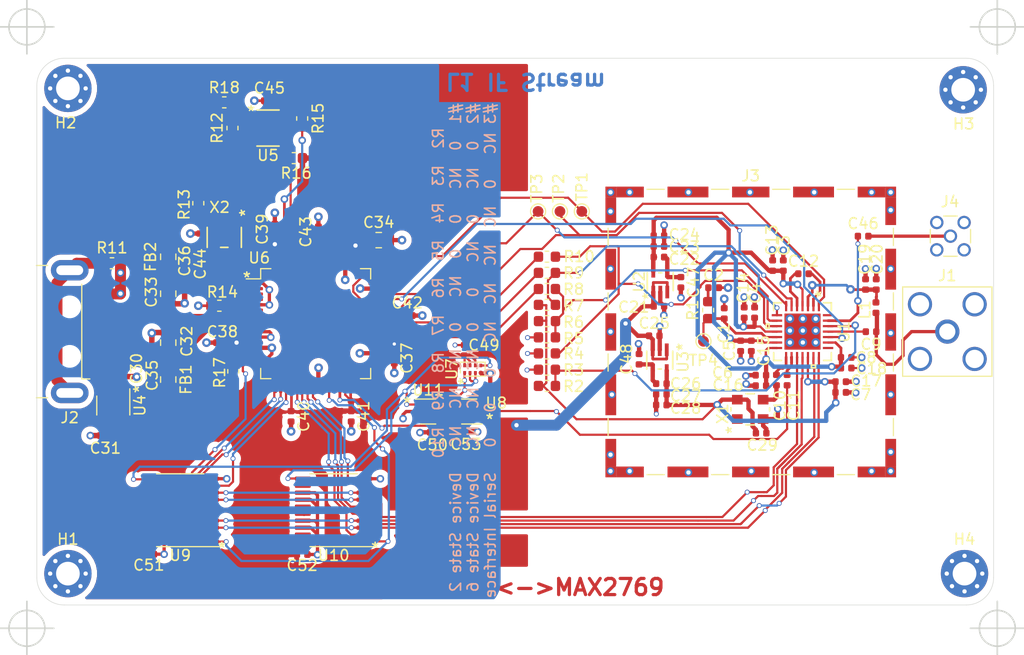
<source format=kicad_pcb>
(kicad_pcb (version 20171130) (host pcbnew "(5.1.9)-1")
  (title_block (title MAX2769<->FT2232H) (date 2020-07-20) (rev v01) (comment 1 creativecommons.org/licenses/by/4.0/) (comment 2 "License: CC BY 4.0") (comment 3 "Maxim 2769 To FT2232H USB Converter (L1 IF Stream)") (comment 4 "Author: W. Kyle Gilbertson"))
  (layers (0 F.Cu mixed hide) (1 In1.GND.Cu power hide) (2 In2.GND.Cu power hide) (31 B.Cu mixed hide) (35 F.Paste user hide) (36 B.SilkS user hide) (37 F.SilkS user) (38 B.Mask user hide) (39 F.Mask user) (44 Edge.Cuts user))
  (net 0 "")
  (net 1 "Net-(U1-Pad22)")
  (net 2 "Net-(U1-Pad28)")
  (net 3 "Net-(C1-Pad1)")
  (net 4 GND)
  (net 5 "Net-(C9-Pad2)")
  (net 6 "Net-(C10-Pad2)")
  (net 7 "Net-(C11-Pad2)")
  (net 8 "Net-(C12-Pad2)")
  (net 9 "Net-(C12-Pad1)")
  (net 10 "Net-(C2-Pad1)")
  (net 11 /Antenna-In)
  (net 12 "Net-(C10-Pad1)")
  (net 13 "Net-(C19-Pad1)")
  (net 14 "Net-(R2-Pad1)")
  (net 15 /LD)
  (net 16 /~SHDN)
  (net 17 /SDATA)
  (net 18 /SCLK)
  (net 19 /~CS)
  (net 20 /Q1)
  (net 21 /Q0)
  (net 22 /I0)
  (net 23 /I1)
  (net 24 "Net-(X1-Pad1)")
  (net 25 /ANTFLAG)
  (net 26 "Net-(X2-Pad2)")
  (net 27 "Net-(C30-Pad1)")
  (net 28 +3V3)
  (net 29 "Net-(U4-Pad4)")
  (net 30 /2V85A)
  (net 31 /2V85D)
  (net 32 /CLKOUT)
  (net 33 "Net-(C22-Pad2)")
  (net 34 "Net-(C26-Pad2)")
  (net 35 /~IDLE)
  (net 36 "Net-(U6-Pad60)")
  (net 37 "Net-(U6-Pad59)")
  (net 38 "Net-(U6-Pad58)")
  (net 39 "Net-(U6-Pad57)")
  (net 40 "Net-(U6-Pad55)")
  (net 41 "Net-(U6-Pad54)")
  (net 42 "Net-(U6-Pad53)")
  (net 43 "Net-(U6-Pad52)")
  (net 44 "Net-(U6-Pad48)")
  (net 45 "Net-(U6-Pad36)")
  (net 46 "Net-(U6-Pad34)")
  (net 47 "Net-(U6-Pad33)")
  (net 48 "Net-(U6-Pad32)")
  (net 49 "Net-(U6-Pad28)")
  (net 50 "Net-(U6-Pad26)")
  (net 51 "Net-(U6-Pad3)")
  (net 52 "Net-(U6-Pad2)")
  (net 53 "Net-(C32-Pad1)")
  (net 54 "Net-(C33-Pad1)")
  (net 55 +1V8)
  (net 56 "Net-(C46-Pad2)")
  (net 57 "Net-(C46-Pad1)")
  (net 58 "Net-(R12-Pad2)")
  (net 59 "Net-(R12-Pad1)")
  (net 60 "Net-(R13-Pad2)")
  (net 61 "Net-(R14-Pad1)")
  (net 62 "Net-(R15-Pad1)")
  (net 63 "Net-(R16-Pad1)")
  (net 64 "Net-(R17-Pad1)")
  (net 65 "Net-(J2-Pad5)")
  (net 66 /D+)
  (net 67 /D-)
  (net 68 /DO)
  (net 69 /SK)
  (net 70 "Net-(U6-Pad40)")
  (net 71 /~SPICS)
  (net 72 /D0)
  (net 73 /D1)
  (net 74 /D2)
  (net 75 /D3)
  (net 76 /D4)
  (net 77 /D5)
  (net 78 /D6)
  (net 79 /D7)
  (net 80 /~TXE)
  (net 81 /CLKIN)
  (net 82 /~CLKOUT)
  (net 83 /~CLKOUT2)
  (net 84 /CLKOUT2)
  (net 85 "Net-(U10-Pad15)")
  (net 86 "Net-(U10-Pad12)")
  (net 87 "Net-(U9-Pad15)")
  (net 88 "Net-(U9-Pad12)")
  (net 89 "Net-(U9-Pad19)")
  (net 90 "Net-(U9-Pad16)")
  (net 91 "Net-(U10-Pad19)")
  (net 92 "Net-(U10-Pad16)")
  (net 93 "Net-(U11-Pad3)")
  (module MAX2769FT2232H:SOT-353_SC-70-5 (layer F.Cu) (at 129.9972 105.5878 180)
    (fp_text reference U8 (at -2.5146 0.7874) (layer F.SilkS))
    (fp_text value 74LVC1G04)
    (fp_text user * (at -1.9 -0.75) (layer F.SilkS))
    (pad 5 smd rect (at 0.95 -0.65 180) (size 0.65 0.4) (layers F.Cu F.Paste F.Mask) (net 28 +3V3))
    (pad 4 smd rect (at 0.95 0.65 180) (size 0.65 0.4) (layers F.Cu F.Paste F.Mask) (net 82 /~CLKOUT))
    (pad 2 smd rect (at -0.95 0 180) (size 0.65 0.4) (layers F.Cu F.Paste F.Mask) (net 32 /CLKOUT))
    (pad 3 smd rect (at -0.95 0.65 180) (size 0.65 0.4) (layers F.Cu F.Paste F.Mask) (net 4 GND))
    (pad 1 smd rect (at -0.95 -0.65 180) (size 0.65 0.4) (layers F.Cu F.Paste F.Mask))
  )
  (module MAX2769FT2232H:SOT-363_SC-70-6 (layer F.Cu) (at 126.1872 105.5878)
    (fp_text reference U11 (at 0 -2) (layer F.SilkS))
    (fp_text value 74HC2G04)
    (fp_text user * (at -1.96 -0.77) (layer F.SilkS))
    (pad 6 smd rect (at 0.95 -0.65) (size 0.65 0.4) (layers F.Cu F.Paste F.Mask) (net 93 "Net-(U11-Pad3)"))
    (pad 4 smd rect (at 0.95 0.65) (size 0.65 0.4) (layers F.Cu F.Paste F.Mask) (net 81 /CLKIN))
    (pad 2 smd rect (at -0.95 0) (size 0.65 0.4) (layers F.Cu F.Paste F.Mask) (net 4 GND))
    (pad 5 smd rect (at 0.95 0) (size 0.65 0.4) (layers F.Cu F.Paste F.Mask) (net 28 +3V3))
    (pad 3 smd rect (at -0.95 0.65) (size 0.65 0.4) (layers F.Cu F.Paste F.Mask) (net 93 "Net-(U11-Pad3)"))
    (pad 1 smd rect (at -0.95 -0.65) (size 0.65 0.4) (layers F.Cu F.Paste F.Mask) (net 84 /CLKOUT2))
  )
  (module MAX2769FT2232H:TSSOP-20_4.4x6.5mm_P0.65mm (layer F.Cu) (at 117.3988 114.7574 180)
    (fp_text reference U10 (at 0 -4.2) (layer F.SilkS))
    (fp_text value 74LVC374)
    (fp_text user * (at -3.86 -3.53) (layer F.SilkS))
    (pad 20 smd roundrect (at 2.8625 -2.925 180) (size 1.475 0.4) (layers F.Cu F.Paste F.Mask) (net 28 +3V3))
    (pad 19 smd roundrect (at 2.8625 -2.275 180) (size 1.475 0.4) (layers F.Cu F.Paste F.Mask) (net 91 "Net-(U10-Pad19)"))
    (pad 18 smd roundrect (at 2.8625 -1.625 180) (size 1.475 0.4) (layers F.Cu F.Paste F.Mask) (net 4 GND))
    (pad 17 smd roundrect (at 2.8625 -0.975 180) (size 1.475 0.4) (layers F.Cu F.Paste F.Mask) (net 4 GND))
    (pad 16 smd roundrect (at 2.8625 -0.325 180) (size 1.475 0.4) (layers F.Cu F.Paste F.Mask) (net 92 "Net-(U10-Pad16)"))
    (pad 15 smd roundrect (at 2.8625 0.325 180) (size 1.475 0.4) (layers F.Cu F.Paste F.Mask) (net 85 "Net-(U10-Pad15)"))
    (pad 14 smd roundrect (at 2.8625 0.975 180) (size 1.475 0.4) (layers F.Cu F.Paste F.Mask) (net 4 GND))
    (pad 13 smd roundrect (at 2.8625 1.625 180) (size 1.475 0.4) (layers F.Cu F.Paste F.Mask) (net 4 GND))
    (pad 12 smd roundrect (at 2.8625 2.275 180) (size 1.475 0.4) (layers F.Cu F.Paste F.Mask) (net 86 "Net-(U10-Pad12)"))
    (pad 11 smd roundrect (at 2.8625 2.925 180) (size 1.475 0.4) (layers F.Cu F.Paste F.Mask) (net 83 /~CLKOUT2))
    (pad 10 smd roundrect (at -2.8625 2.925 180) (size 1.475 0.4) (layers F.Cu F.Paste F.Mask) (net 4 GND))
    (pad 9 smd roundrect (at -2.8625 2.275 180) (size 1.475 0.4) (layers F.Cu F.Paste F.Mask) (net 79 /D7))
    (pad 8 smd roundrect (at -2.8625 1.625 180) (size 1.475 0.4) (layers F.Cu F.Paste F.Mask) (net 20 /Q1))
    (pad 7 smd roundrect (at -2.8625 0.975 180) (size 1.475 0.4) (layers F.Cu F.Paste F.Mask) (net 21 /Q0))
    (pad 6 smd roundrect (at -2.8625 0.325 180) (size 1.475 0.4) (layers F.Cu F.Paste F.Mask) (net 78 /D6))
    (pad 5 smd roundrect (at -2.8625 -0.325 180) (size 1.475 0.4) (layers F.Cu F.Paste F.Mask) (net 77 /D5))
    (pad 4 smd roundrect (at -2.8625 -0.975 180) (size 1.475 0.4) (layers F.Cu F.Paste F.Mask) (net 23 /I1))
    (pad 3 smd roundrect (at -2.8625 -1.625 180) (size 1.475 0.4) (layers F.Cu F.Paste F.Mask) (net 22 /I0))
    (pad 2 smd roundrect (at -2.8625 -2.275 180) (size 1.475 0.4) (layers F.Cu F.Paste F.Mask) (net 76 /D4))
    (pad 1 smd roundrect (at -2.8625 -2.925 180) (size 1.475 0.4) (layers F.Cu F.Paste F.Mask) (net 80 /~TXE))
  )
  (module MAX2769FT2232H:TSSOP-20_4.4x6.5mm_P0.65mm (layer F.Cu) (at 103.149 114.7572 180)
    (fp_text reference U9 (at 0 -4.2) (layer F.SilkS))
    (fp_text value 74LVC374)
    (fp_text user * (at -3.86 -3.53) (layer F.SilkS))
    (pad 20 smd roundrect (at 2.8625 -2.925 180) (size 1.475 0.4) (layers F.Cu F.Paste F.Mask) (net 28 +3V3))
    (pad 19 smd roundrect (at 2.8625 -2.275 180) (size 1.475 0.4) (layers F.Cu F.Paste F.Mask) (net 89 "Net-(U9-Pad19)"))
    (pad 18 smd roundrect (at 2.8625 -1.625 180) (size 1.475 0.4) (layers F.Cu F.Paste F.Mask) (net 4 GND))
    (pad 17 smd roundrect (at 2.8625 -0.975 180) (size 1.475 0.4) (layers F.Cu F.Paste F.Mask) (net 4 GND))
    (pad 16 smd roundrect (at 2.8625 -0.325 180) (size 1.475 0.4) (layers F.Cu F.Paste F.Mask) (net 90 "Net-(U9-Pad16)"))
    (pad 15 smd roundrect (at 2.8625 0.325 180) (size 1.475 0.4) (layers F.Cu F.Paste F.Mask) (net 87 "Net-(U9-Pad15)"))
    (pad 14 smd roundrect (at 2.8625 0.975 180) (size 1.475 0.4) (layers F.Cu F.Paste F.Mask) (net 4 GND))
    (pad 13 smd roundrect (at 2.8625 1.625 180) (size 1.475 0.4) (layers F.Cu F.Paste F.Mask) (net 4 GND))
    (pad 12 smd roundrect (at 2.8625 2.275 180) (size 1.475 0.4) (layers F.Cu F.Paste F.Mask) (net 88 "Net-(U9-Pad12)"))
    (pad 11 smd roundrect (at 2.8625 2.925 180) (size 1.475 0.4) (layers F.Cu F.Paste F.Mask) (net 84 /CLKOUT2))
    (pad 10 smd roundrect (at -2.8625 2.925 180) (size 1.475 0.4) (layers F.Cu F.Paste F.Mask) (net 4 GND))
    (pad 9 smd roundrect (at -2.8625 2.275 180) (size 1.475 0.4) (layers F.Cu F.Paste F.Mask) (net 75 /D3))
    (pad 8 smd roundrect (at -2.8625 1.625 180) (size 1.475 0.4) (layers F.Cu F.Paste F.Mask) (net 20 /Q1))
    (pad 7 smd roundrect (at -2.8625 0.975 180) (size 1.475 0.4) (layers F.Cu F.Paste F.Mask) (net 21 /Q0))
    (pad 6 smd roundrect (at -2.8625 0.325 180) (size 1.475 0.4) (layers F.Cu F.Paste F.Mask) (net 74 /D2))
    (pad 5 smd roundrect (at -2.8625 -0.325 180) (size 1.475 0.4) (layers F.Cu F.Paste F.Mask) (net 73 /D1))
    (pad 4 smd roundrect (at -2.8625 -0.975 180) (size 1.475 0.4) (layers F.Cu F.Paste F.Mask) (net 23 /I1))
    (pad 3 smd roundrect (at -2.8625 -1.625 180) (size 1.475 0.4) (layers F.Cu F.Paste F.Mask) (net 22 /I0))
    (pad 2 smd roundrect (at -2.8625 -2.275 180) (size 1.475 0.4) (layers F.Cu F.Paste F.Mask) (net 72 /D0))
    (pad 1 smd roundrect (at -2.8625 -2.925 180) (size 1.475 0.4) (layers F.Cu F.Paste F.Mask) (net 80 /~TXE))
  )
  (module MAX2769FT2232H:SOT-833-1 (layer F.Cu) (at 130.073 101.651 90)
    (fp_text reference U7 (at 0 -1.7 270) (layer F.SilkS))
    (fp_text value 74LVC1G74)
    (fp_text user * (at -1.12 -0.52 90) (layer F.SilkS))
    (pad 8 smd rect (at 0.34 -0.5 90) (size 0.33 0.27) (layers F.Cu F.Paste F.Mask) (net 28 +3V3))
    (pad 7 smd rect (at 0.34 0 90) (size 0.33 0.27) (layers F.Cu F.Paste F.Mask) (net 28 +3V3))
    (pad 6 smd rect (at 0.34 0.5 90) (size 0.33 0.27) (layers F.Cu F.Paste F.Mask) (net 28 +3V3))
    (pad 5 smd rect (at 0.34 1 90) (size 0.33 0.27) (layers F.Cu F.Paste F.Mask) (net 84 /CLKOUT2))
    (pad 4 smd rect (at -0.34 1 90) (size 0.33 0.27) (layers F.Cu F.Paste F.Mask) (net 4 GND))
    (pad 3 smd rect (at -0.34 0.5 90) (size 0.33 0.27) (layers F.Cu F.Paste F.Mask) (net 83 /~CLKOUT2))
    (pad 2 smd rect (at -0.34 0 90) (size 0.33 0.27) (layers F.Cu F.Paste F.Mask) (net 83 /~CLKOUT2))
    (pad 1 smd rect (at -0.34 -0.5 90) (size 0.33 0.27) (layers F.Cu F.Paste F.Mask) (net 82 /~CLKOUT))
  )
  (module MAX2769FT2232H:C_0402_1005Metric (layer F.Cu) (at 129.337 107.467 180)
    (fp_text reference C53 (at -0.3554 -1.1688) (layer F.SilkS))
    (fp_text value "100 nF")
    (pad 2 smd roundrect (at 0.485 0 180) (size 0.59 0.64) (layers F.Cu F.Paste F.Mask) (net 28 +3V3))
    (pad 1 smd roundrect (at -0.485 0 180) (size 0.59 0.64) (layers F.Cu F.Paste F.Mask) (net 4 GND))
  )
  (module MAX2769FT2232H:TSOT-23-5 (layer F.Cu) (at 96.9518 105.029 270)
    (fp_text reference U4 (at 0 -2.45 270) (layer F.SilkS))
    (fp_text value NCP164CSN330T1G)
    (fp_text user * (at -1.524 -2.413 90) (layer F.SilkS))
    (pad 5 smd rect (at 1.31 -0.95 270) (size 1.22 0.65) (layers F.Cu F.Paste F.Mask) (net 28 +3V3))
    (pad 4 smd rect (at 1.31 0.95 270) (size 1.22 0.65) (layers F.Cu F.Paste F.Mask) (net 29 "Net-(U4-Pad4)"))
    (pad 3 smd rect (at -1.31 0.95 270) (size 1.22 0.65) (layers F.Cu F.Paste F.Mask) (net 27 "Net-(C30-Pad1)"))
    (pad 2 smd rect (at -1.31 0 270) (size 1.22 0.65) (layers F.Cu F.Paste F.Mask) (net 4 GND))
    (pad 1 smd rect (at -1.31 -0.95 270) (size 1.22 0.65) (layers F.Cu F.Paste F.Mask) (net 27 "Net-(C30-Pad1)"))
  )
  (module MAX2769FT2232H:MAX2769ETI&plus_T (layer F.Cu) (at 160.968 98.162 270)
    (fp_text reference U1 (at 0.02 -3.85 90) (layer F.SilkS))
    (fp_text value MAX2769ETI+T)
    (fp_text user * (at -3.4925 -1.778 90) (layer F.SilkS))
    (fp_text user * (at -3.4925 -1.778 90) (layer F.SilkS))
    (pad 29 smd rect (at 0 0 270) (size 3.3528 3.3528) (layers F.Cu F.Paste F.Mask) (net 4 GND))
    (pad 28 smd rect (at -1.524 -2.3749 270) (size 0.2032 0.9652) (layers F.Cu F.Paste F.Mask) (net 2 "Net-(U1-Pad28)"))
    (pad 27 smd rect (at -1.016 -2.3749 270) (size 0.2032 0.9652) (layers F.Cu F.Paste F.Mask) (net 57 "Net-(C46-Pad1)"))
    (pad 26 smd rect (at -0.508 -2.3749 270) (size 0.2032 0.9652) (layers F.Cu F.Paste F.Mask) (net 14 "Net-(R2-Pad1)"))
    (pad 25 smd rect (at 0 -2.3749 270) (size 0.2032 0.9652) (layers F.Cu F.Paste F.Mask) (net 5 "Net-(C9-Pad2)"))
    (pad 24 smd rect (at 0.508 -2.3749 270) (size 0.2032 0.9652) (layers F.Cu F.Paste F.Mask) (net 35 /~IDLE))
    (pad 23 smd rect (at 1.016 -2.3749 270) (size 0.2032 0.9652) (layers F.Cu F.Paste F.Mask) (net 30 /2V85A))
    (pad 22 smd rect (at 1.524 -2.3749 270) (size 0.2032 0.9652) (layers F.Cu F.Paste F.Mask) (net 1 "Net-(U1-Pad22)"))
    (pad 21 smd rect (at 2.3749 -1.524) (size 0.2032 0.9652) (layers F.Cu F.Paste F.Mask) (net 23 /I1))
    (pad 20 smd rect (at 2.3749 -1.016) (size 0.2032 0.9652) (layers F.Cu F.Paste F.Mask) (net 22 /I0))
    (pad 19 smd rect (at 2.3749 -0.508) (size 0.2032 0.9652) (layers F.Cu F.Paste F.Mask) (net 31 /2V85D))
    (pad 18 smd rect (at 2.3749 0) (size 0.2032 0.9652) (layers F.Cu F.Paste F.Mask) (net 21 /Q0))
    (pad 17 smd rect (at 2.3749 0.508) (size 0.2032 0.9652) (layers F.Cu F.Paste F.Mask) (net 20 /Q1))
    (pad 16 smd rect (at 2.3749 1.016) (size 0.2032 0.9652) (layers F.Cu F.Paste F.Mask) (net 7 "Net-(C11-Pad2)"))
    (pad 15 smd rect (at 2.3749 1.524) (size 0.2032 0.9652) (layers F.Cu F.Paste F.Mask) (net 6 "Net-(C10-Pad2)"))
    (pad 14 smd rect (at 1.524 2.3749 270) (size 0.2032 0.9652) (layers F.Cu F.Paste F.Mask) (net 30 /2V85A))
    (pad 13 smd rect (at 1.016 2.3749 270) (size 0.2032 0.9652) (layers F.Cu F.Paste F.Mask) (net 30 /2V85A))
    (pad 12 smd rect (at 0.508 2.3749 270) (size 0.2032 0.9652) (layers F.Cu F.Paste F.Mask) (net 3 "Net-(C1-Pad1)"))
    (pad 11 smd rect (at 0 2.3749 270) (size 0.2032 0.9652) (layers F.Cu F.Paste F.Mask) (net 30 /2V85A))
    (pad 10 smd rect (at -0.508 2.3749 270) (size 0.2032 0.9652) (layers F.Cu F.Paste F.Mask) (net 71 /~SPICS))
    (pad 9 smd rect (at -1.016 2.3749 270) (size 0.2032 0.9652) (layers F.Cu F.Paste F.Mask) (net 18 /SCLK))
    (pad 8 smd rect (at -1.524 2.3749 270) (size 0.2032 0.9652) (layers F.Cu F.Paste F.Mask) (net 17 /SDATA))
    (pad 7 smd rect (at -2.3749 1.524) (size 0.2032 0.9652) (layers F.Cu F.Paste F.Mask) (net 16 /~SHDN))
    (pad 6 smd rect (at -2.3749 1.016) (size 0.2032 0.9652) (layers F.Cu F.Paste F.Mask) (net 15 /LD))
    (pad 5 smd rect (at -2.3749 0.508) (size 0.2032 0.9652) (layers F.Cu F.Paste F.Mask) (net 9 "Net-(C12-Pad1)"))
    (pad 4 smd rect (at -2.3749 0) (size 0.2032 0.9652) (layers F.Cu F.Paste F.Mask) (net 30 /2V85A))
    (pad 3 smd rect (at -2.3749 -0.508) (size 0.2032 0.9652) (layers F.Cu F.Paste F.Mask) (net 13 "Net-(C19-Pad1)"))
    (pad 2 smd rect (at -2.3749 -1.016) (size 0.2032 0.9652) (layers F.Cu F.Paste F.Mask) (net 8 "Net-(C12-Pad2)"))
    (pad 1 smd rect (at -2.3749 -1.524) (size 0.2032 0.9652) (layers F.Cu F.Paste F.Mask) (net 25 /ANTFLAG))
  )
  (module MAX2769FT2232H:TXETCDSANF-16.368000 (layer F.Cu) (at 156.108 105.385 90)
    (fp_text reference X1 (at -0.406 -2.565 90) (layer F.SilkS))
    (fp_text value Taiten-16.368MHz)
    (fp_text user * (at -1.93 -1.676 90) (layer F.SilkS))
    (pad 4 smd rect (at 0.900001 -1.2 90) (size 0.889 0.9906) (layers F.Cu F.Paste F.Mask) (net 31 /2V85D))
    (pad 3 smd rect (at 0.900001 1.2 90) (size 0.889 0.9906) (layers F.Cu F.Paste F.Mask) (net 12 "Net-(C10-Pad1)"))
    (pad 2 smd rect (at -0.900001 1.2 90) (size 0.889 0.9906) (layers F.Cu F.Paste F.Mask) (net 4 GND))
    (pad 1 smd rect (at -0.900001 -1.2 90) (size 0.889 0.9906) (layers F.Cu F.Paste F.Mask) (net 24 "Net-(X1-Pad1)"))
  )
  (module MAX2769FT2232H:SIT2024BA-S8-33E-8.000000E (layer F.Cu) (at 107.239 89.408 270)
    (fp_text reference X2 (at -2.794 0.432) (layer F.SilkS))
    (fp_text value SIT2024BA-S8-33E-12.00000E)
    (fp_text user * (at -2.286 -1.981 270) (layer F.SilkS))
    (pad 5 smd rect (at 1.25 -0.950001 270) (size 1.3 0.55) (layers F.Cu F.Paste F.Mask) (net 52 "Net-(U6-Pad2)"))
    (pad 4 smd rect (at 1.25 0.950001 270) (size 1.3 0.55) (layers F.Cu F.Paste F.Mask) (net 28 +3V3))
    (pad 3 smd rect (at -1.25 0.950001 270) (size 1.3 0.55) (layers F.Cu F.Paste F.Mask) (net 60 "Net-(R13-Pad2)"))
    (pad 2 smd rect (at -1.25 0 270) (size 1.3 0.55) (layers F.Cu F.Paste F.Mask) (net 26 "Net-(X2-Pad2)"))
    (pad 1 smd rect (at -1.25 -0.950001 270) (size 1.3 0.55) (layers F.Cu F.Paste F.Mask) (net 4 GND))
  )
  (module MAX2769FT2232H:93LC66BT-I&slash_OT (layer F.Cu) (at 111.303 79.248)
    (fp_text reference U5 (at 0 2.54) (layer F.SilkS))
    (fp_text value 93LC66BT-I_OT)
    (fp_text user * (at -1.575 -1.524) (layer F.SilkS))
    (pad 6 smd rect (at 1.2954 -0.950001) (size 1.3208 0.5588) (layers F.Cu F.Paste F.Mask) (net 28 +3V3))
    (pad 5 smd rect (at 1.2954 0) (size 1.3208 0.5588) (layers F.Cu F.Paste F.Mask) (net 62 "Net-(R15-Pad1)"))
    (pad 4 smd rect (at 1.2954 0.950001) (size 1.3208 0.5588) (layers F.Cu F.Paste F.Mask) (net 63 "Net-(R16-Pad1)"))
    (pad 3 smd rect (at -1.2954 0.950001) (size 1.3208 0.5588) (layers F.Cu F.Paste F.Mask) (net 59 "Net-(R12-Pad1)"))
    (pad 2 smd rect (at -1.2954 0) (size 1.3208 0.5588) (layers F.Cu F.Paste F.Mask) (net 4 GND))
    (pad 1 smd rect (at -1.2954 -0.950001) (size 1.3208 0.5588) (layers F.Cu F.Paste F.Mask) (net 58 "Net-(R12-Pad2)"))
  )
  (module MAX2769FT2232H:LQFP-64_10x10mm_P0.5mm (layer F.Cu) (at 115.731 97.422)
    (fp_text reference U6 (at -5.241 -6.109) (layer F.SilkS))
    (fp_text value FT2232H-Interface_USB)
    (fp_text user * (at -6.4 -4.25) (layer F.SilkS))
    (pad 64 smd roundrect (at -3.75 -5.675) (size 0.3 1.55) (layers F.Cu F.Paste F.Mask) (net 55 +1V8))
    (pad 63 smd roundrect (at -3.25 -5.675) (size 0.3 1.55) (layers F.Cu F.Paste F.Mask) (net 62 "Net-(R15-Pad1)"))
    (pad 62 smd roundrect (at -2.75 -5.675) (size 0.3 1.55) (layers F.Cu F.Paste F.Mask) (net 63 "Net-(R16-Pad1)"))
    (pad 61 smd roundrect (at -2.25 -5.675) (size 0.3 1.55) (layers F.Cu F.Paste F.Mask) (net 59 "Net-(R12-Pad1)"))
    (pad 60 smd roundrect (at -1.75 -5.675) (size 0.3 1.55) (layers F.Cu F.Paste F.Mask) (net 36 "Net-(U6-Pad60)"))
    (pad 59 smd roundrect (at -1.25 -5.675) (size 0.3 1.55) (layers F.Cu F.Paste F.Mask) (net 37 "Net-(U6-Pad59)"))
    (pad 58 smd roundrect (at -0.75 -5.675) (size 0.3 1.55) (layers F.Cu F.Paste F.Mask) (net 38 "Net-(U6-Pad58)"))
    (pad 57 smd roundrect (at -0.25 -5.675) (size 0.3 1.55) (layers F.Cu F.Paste F.Mask) (net 39 "Net-(U6-Pad57)"))
    (pad 56 smd roundrect (at 0.25 -5.675) (size 0.3 1.55) (layers F.Cu F.Paste F.Mask) (net 28 +3V3))
    (pad 55 smd roundrect (at 0.75 -5.675) (size 0.3 1.55) (layers F.Cu F.Paste F.Mask) (net 40 "Net-(U6-Pad55)"))
    (pad 54 smd roundrect (at 1.25 -5.675) (size 0.3 1.55) (layers F.Cu F.Paste F.Mask) (net 41 "Net-(U6-Pad54)"))
    (pad 53 smd roundrect (at 1.75 -5.675) (size 0.3 1.55) (layers F.Cu F.Paste F.Mask) (net 42 "Net-(U6-Pad53)"))
    (pad 52 smd roundrect (at 2.25 -5.675) (size 0.3 1.55) (layers F.Cu F.Paste F.Mask) (net 43 "Net-(U6-Pad52)"))
    (pad 51 smd roundrect (at 2.75 -5.675) (size 0.3 1.55) (layers F.Cu F.Paste F.Mask) (net 4 GND))
    (pad 50 smd roundrect (at 3.25 -5.675) (size 0.3 1.55) (layers F.Cu F.Paste F.Mask) (net 28 +3V3))
    (pad 49 smd roundrect (at 3.75 -5.675) (size 0.3 1.55) (layers F.Cu F.Paste F.Mask) (net 55 +1V8))
    (pad 48 smd roundrect (at 5.675 -3.75) (size 1.55 0.3) (layers F.Cu F.Paste F.Mask) (net 44 "Net-(U6-Pad48)"))
    (pad 47 smd roundrect (at 5.675 -3.25) (size 1.55 0.3) (layers F.Cu F.Paste F.Mask) (net 4 GND))
    (pad 46 smd roundrect (at 5.675 -2.75) (size 1.55 0.3) (layers F.Cu F.Paste F.Mask) (net 16 /~SHDN))
    (pad 45 smd roundrect (at 5.675 -2.25) (size 1.55 0.3) (layers F.Cu F.Paste F.Mask) (net 35 /~IDLE))
    (pad 44 smd roundrect (at 5.675 -1.75) (size 1.55 0.3) (layers F.Cu F.Paste F.Mask) (net 25 /ANTFLAG))
    (pad 43 smd roundrect (at 5.675 -1.25) (size 1.55 0.3) (layers F.Cu F.Paste F.Mask) (net 15 /LD))
    (pad 42 smd roundrect (at 5.675 -0.75) (size 1.55 0.3) (layers F.Cu F.Paste F.Mask) (net 28 +3V3))
    (pad 41 smd roundrect (at 5.675 -0.25) (size 1.55 0.3) (layers F.Cu F.Paste F.Mask) (net 19 /~CS))
    (pad 40 smd roundrect (at 5.675 0.25) (size 1.55 0.3) (layers F.Cu F.Paste F.Mask) (net 70 "Net-(U6-Pad40)"))
    (pad 39 smd roundrect (at 5.675 0.75) (size 1.55 0.3) (layers F.Cu F.Paste F.Mask) (net 68 /DO))
    (pad 38 smd roundrect (at 5.675 1.25) (size 1.55 0.3) (layers F.Cu F.Paste F.Mask) (net 69 /SK))
    (pad 37 smd roundrect (at 5.675 1.75) (size 1.55 0.3) (layers F.Cu F.Paste F.Mask) (net 55 +1V8))
    (pad 36 smd roundrect (at 5.675 2.25) (size 1.55 0.3) (layers F.Cu F.Paste F.Mask) (net 45 "Net-(U6-Pad36)"))
    (pad 35 smd roundrect (at 5.675 2.75) (size 1.55 0.3) (layers F.Cu F.Paste F.Mask) (net 4 GND))
    (pad 34 smd roundrect (at 5.675 3.25) (size 1.55 0.3) (layers F.Cu F.Paste F.Mask) (net 46 "Net-(U6-Pad34)"))
    (pad 33 smd roundrect (at 5.675 3.75) (size 1.55 0.3) (layers F.Cu F.Paste F.Mask) (net 47 "Net-(U6-Pad33)"))
    (pad 32 smd roundrect (at 3.75 5.675) (size 0.3 1.55) (layers F.Cu F.Paste F.Mask) (net 48 "Net-(U6-Pad32)"))
    (pad 31 smd roundrect (at 3.25 5.675) (size 0.3 1.55) (layers F.Cu F.Paste F.Mask) (net 28 +3V3))
    (pad 30 smd roundrect (at 2.75 5.675) (size 0.3 1.55) (layers F.Cu F.Paste F.Mask) (net 28 +3V3))
    (pad 29 smd roundrect (at 2.25 5.675) (size 0.3 1.55) (layers F.Cu F.Paste F.Mask) (net 81 /CLKIN))
    (pad 28 smd roundrect (at 1.75 5.675) (size 0.3 1.55) (layers F.Cu F.Paste F.Mask) (net 49 "Net-(U6-Pad28)"))
    (pad 27 smd roundrect (at 1.25 5.675) (size 0.3 1.55) (layers F.Cu F.Paste F.Mask) (net 80 /~TXE))
    (pad 26 smd roundrect (at 0.75 5.675) (size 0.3 1.55) (layers F.Cu F.Paste F.Mask) (net 50 "Net-(U6-Pad26)"))
    (pad 25 smd roundrect (at 0.25 5.675) (size 0.3 1.55) (layers F.Cu F.Paste F.Mask) (net 4 GND))
    (pad 24 smd roundrect (at -0.25 5.675) (size 0.3 1.55) (layers F.Cu F.Paste F.Mask) (net 79 /D7))
    (pad 23 smd roundrect (at -0.75 5.675) (size 0.3 1.55) (layers F.Cu F.Paste F.Mask) (net 78 /D6))
    (pad 22 smd roundrect (at -1.25 5.675) (size 0.3 1.55) (layers F.Cu F.Paste F.Mask) (net 77 /D5))
    (pad 21 smd roundrect (at -1.75 5.675) (size 0.3 1.55) (layers F.Cu F.Paste F.Mask) (net 76 /D4))
    (pad 20 smd roundrect (at -2.25 5.675) (size 0.3 1.55) (layers F.Cu F.Paste F.Mask) (net 28 +3V3))
    (pad 19 smd roundrect (at -2.75 5.675) (size 0.3 1.55) (layers F.Cu F.Paste F.Mask) (net 75 /D3))
    (pad 18 smd roundrect (at -3.25 5.675) (size 0.3 1.55) (layers F.Cu F.Paste F.Mask) (net 74 /D2))
    (pad 17 smd roundrect (at -3.75 5.675) (size 0.3 1.55) (layers F.Cu F.Paste F.Mask) (net 73 /D1))
    (pad 16 smd roundrect (at -5.675 3.75) (size 1.55 0.3) (layers F.Cu F.Paste F.Mask) (net 72 /D0))
    (pad 15 smd roundrect (at -5.675 3.25) (size 1.55 0.3) (layers F.Cu F.Paste F.Mask) (net 4 GND))
    (pad 14 smd roundrect (at -5.675 2.75) (size 1.55 0.3) (layers F.Cu F.Paste F.Mask) (net 64 "Net-(R17-Pad1)"))
    (pad 13 smd roundrect (at -5.675 2.25) (size 1.55 0.3) (layers F.Cu F.Paste F.Mask) (net 4 GND))
    (pad 12 smd roundrect (at -5.675 1.75) (size 1.55 0.3) (layers F.Cu F.Paste F.Mask) (net 55 +1V8))
    (pad 11 smd roundrect (at -5.675 1.25) (size 1.55 0.3) (layers F.Cu F.Paste F.Mask) (net 4 GND))
    (pad 10 smd roundrect (at -5.675 0.75) (size 1.55 0.3) (layers F.Cu F.Paste F.Mask) (net 4 GND))
    (pad 9 smd roundrect (at -5.675 0.25) (size 1.55 0.3) (layers F.Cu F.Paste F.Mask) (net 53 "Net-(C32-Pad1)"))
    (pad 8 smd roundrect (at -5.675 -0.25) (size 1.55 0.3) (layers F.Cu F.Paste F.Mask) (net 66 /D+))
    (pad 7 smd roundrect (at -5.675 -0.75) (size 1.55 0.3) (layers F.Cu F.Paste F.Mask) (net 67 /D-))
    (pad 6 smd roundrect (at -5.675 -1.25) (size 1.55 0.3) (layers F.Cu F.Paste F.Mask) (net 61 "Net-(R14-Pad1)"))
    (pad 5 smd roundrect (at -5.675 -1.75) (size 1.55 0.3) (layers F.Cu F.Paste F.Mask) (net 4 GND))
    (pad 4 smd roundrect (at -5.675 -2.25) (size 1.55 0.3) (layers F.Cu F.Paste F.Mask) (net 54 "Net-(C33-Pad1)"))
    (pad 3 smd roundrect (at -5.675 -2.75) (size 1.55 0.3) (layers F.Cu F.Paste F.Mask) (net 51 "Net-(U6-Pad3)"))
    (pad 2 smd roundrect (at -5.675 -3.25) (size 1.55 0.3) (layers F.Cu F.Paste F.Mask) (net 52 "Net-(U6-Pad2)"))
    (pad 1 smd roundrect (at -5.675 -3.75) (size 1.55 0.3) (layers F.Cu F.Paste F.Mask) (net 4 GND))
  )
  (module MAX2769FT2232H:TPS717285DCKR (layer F.Cu) (at 147.752 93.523 90)
    (fp_text reference U2 (at 0 -1.956 90) (layer F.SilkS))
    (fp_text value TPS717285DCKR)
    (fp_text user * (at -1.346 -1.067 90) (layer F.SilkS))
    (pad 5 smd rect (at 0.9652 -0.649999 90) (size 1.1684 0.3556) (layers F.Cu F.Paste F.Mask) (net 30 /2V85A))
    (pad 4 smd rect (at 0.9652 0.649999 90) (size 1.1684 0.3556) (layers F.Cu F.Paste F.Mask) (net 33 "Net-(C22-Pad2)"))
    (pad 3 smd rect (at -0.9652 0.649999 90) (size 1.1684 0.3556) (layers F.Cu F.Paste F.Mask) (net 28 +3V3))
    (pad 2 smd rect (at -0.9652 0 90) (size 1.1684 0.3556) (layers F.Cu F.Paste F.Mask) (net 4 GND))
    (pad 1 smd rect (at -0.9652 -0.649999 90) (size 1.1684 0.3556) (layers F.Cu F.Paste F.Mask) (net 28 +3V3))
  )
  (module MAX2769FT2232H:TPS717285DCKR (layer F.Cu) (at 147.701 100.813 270)
    (fp_text reference U3 (at 0.152 -2.159 270) (layer F.SilkS))
    (fp_text value TPS717285DCKR)
    (fp_text user * (at -1.2192 -2.1486 270) (layer F.SilkS))
    (fp_text user * (at -1.2192 -2.1486 270) (layer F.SilkS))
    (pad 5 smd rect (at 0.9652 -0.649999 270) (size 1.1684 0.3556) (layers F.Cu F.Paste F.Mask) (net 31 /2V85D))
    (pad 4 smd rect (at 0.9652 0.649999 270) (size 1.1684 0.3556) (layers F.Cu F.Paste F.Mask) (net 34 "Net-(C26-Pad2)"))
    (pad 3 smd rect (at -0.9652 0.649999 270) (size 1.1684 0.3556) (layers F.Cu F.Paste F.Mask) (net 28 +3V3))
    (pad 2 smd rect (at -0.9652 0 270) (size 1.1684 0.3556) (layers F.Cu F.Paste F.Mask) (net 4 GND))
    (pad 1 smd rect (at -0.9652 -0.649999 270) (size 1.1684 0.3556) (layers F.Cu F.Paste F.Mask) (net 28 +3V3))
  )
  (module MAX2769FT2232H:TestPoint_Pad_D1.0mm (layer F.Cu) (at 151.765 99.06)
    (fp_text reference TP4 (at 0 1.778 180) (layer F.SilkS))
    (fp_text value TestPoint)
    (pad 1 smd circle (at 0 0) (size 1 1) (layers F.Cu F.Mask) (net 3 "Net-(C1-Pad1)"))
  )
  (module MAX2769FT2232H:TestPoint_Pad_D1.0mm (layer F.Cu) (at 136.398 86.995 90)
    (fp_text reference TP3 (at 2.159 -0.127 90) (layer F.SilkS))
    (fp_text value TestPoint)
    (pad 1 smd circle (at 0 0 90) (size 1 1) (layers F.Cu F.Mask) (net 16 /~SHDN))
  )
  (module MAX2769FT2232H:TestPoint_Pad_D1.0mm (layer F.Cu) (at 138.43 86.995 90)
    (fp_text reference TP2 (at 2.159 -0.127 90) (layer F.SilkS))
    (fp_text value TestPoint)
    (pad 1 smd circle (at 0 0 90) (size 1 1) (layers F.Cu F.Mask) (net 15 /LD))
  )
  (module MAX2769FT2232H:TestPoint_Pad_D1.0mm (layer F.Cu) (at 140.462 86.995 90)
    (fp_text reference TP1 (at 2.286 0 90) (layer F.SilkS))
    (fp_text value TestPoint)
    (pad 1 smd circle (at 0 0 90) (size 1 1) (layers F.Cu F.Mask) (net 25 /ANTFLAG))
  )
  (module MAX2769FT2232H:R_0603_1608Metric (layer F.Cu) (at 107.239 76.8604 180)
    (fp_text reference R18 (at 0 1.3716) (layer F.SilkS))
    (fp_text value 10k)
    (pad 2 smd roundrect (at 0.7875 0 180) (size 0.875 0.95) (layers F.Cu F.Paste F.Mask) (net 28 +3V3))
    (pad 1 smd roundrect (at -0.7875 0 180) (size 0.875 0.95) (layers F.Cu F.Paste F.Mask) (net 58 "Net-(R12-Pad2)"))
  )
  (module MAX2769FT2232H:R_0603_1608Metric (layer F.Cu) (at 108.077 101.854 270)
    (fp_text reference R17 (at 0.127 1.27 90) (layer F.SilkS))
    (fp_text value 1k)
    (pad 2 smd roundrect (at 0.7875 0 270) (size 0.875 0.95) (layers F.Cu F.Paste F.Mask) (net 28 +3V3))
    (pad 1 smd roundrect (at -0.7875 0 270) (size 0.875 0.95) (layers F.Cu F.Paste F.Mask) (net 64 "Net-(R17-Pad1)"))
  )
  (module MAX2769FT2232H:R_0603_1608Metric (layer F.Cu) (at 113.716 82.042)
    (fp_text reference R16 (at 0.203 1.397) (layer F.SilkS))
    (fp_text value 10k)
    (pad 2 smd roundrect (at 0.7875 0) (size 0.875 0.95) (layers F.Cu F.Paste F.Mask) (net 28 +3V3))
    (pad 1 smd roundrect (at -0.7875 0) (size 0.875 0.95) (layers F.Cu F.Paste F.Mask) (net 63 "Net-(R16-Pad1)"))
  )
  (module MAX2769FT2232H:R_0603_1608Metric (layer F.Cu) (at 114.478 78.359 90)
    (fp_text reference R15 (at 0 1.473 90) (layer F.SilkS))
    (fp_text value 10k)
    (pad 2 smd roundrect (at 0.7875 0 90) (size 0.875 0.95) (layers F.Cu F.Paste F.Mask) (net 28 +3V3))
    (pad 1 smd roundrect (at -0.7875 0 90) (size 0.875 0.95) (layers F.Cu F.Paste F.Mask) (net 62 "Net-(R15-Pad1)"))
  )
  (module MAX2769FT2232H:R_0603_1608Metric (layer F.Cu) (at 106.782 95.758 180)
    (fp_text reference R14 (at -0.279 1.27) (layer F.SilkS))
    (fp_text value 12k)
    (pad 2 smd roundrect (at 0.7875 0 180) (size 0.875 0.95) (layers F.Cu F.Paste F.Mask) (net 4 GND))
    (pad 1 smd roundrect (at -0.7875 0 180) (size 0.875 0.95) (layers F.Cu F.Paste F.Mask) (net 61 "Net-(R14-Pad1)"))
  )
  (module MAX2769FT2232H:R_0603_1608Metric (layer F.Cu) (at 104.826 86.233 270)
    (fp_text reference R13 (at 0.127 1.321 90) (layer F.SilkS))
    (fp_text value 1k)
    (pad 2 smd roundrect (at 0.7875 0 270) (size 0.875 0.95) (layers F.Cu F.Paste F.Mask) (net 60 "Net-(R13-Pad2)"))
    (pad 1 smd roundrect (at -0.7875 0 270) (size 0.875 0.95) (layers F.Cu F.Paste F.Mask) (net 28 +3V3))
  )
  (module MAX2769FT2232H:R_0603_1608Metric (layer F.Cu) (at 108.001 79.248 90)
    (fp_text reference R12 (at 0 -1.43 90) (layer F.SilkS))
    (fp_text value 2.2k)
    (pad 2 smd roundrect (at 0.7875 0 90) (size 0.875 0.95) (layers F.Cu F.Paste F.Mask) (net 58 "Net-(R12-Pad2)"))
    (pad 1 smd roundrect (at -0.7875 0 90) (size 0.875 0.95) (layers F.Cu F.Paste F.Mask) (net 59 "Net-(R12-Pad1)"))
  )
  (module MAX2769FT2232H:R_0603_1608Metric (layer F.Cu) (at 96.8078 91.812)
    (fp_text reference R11 (at 0 -1.43) (layer F.SilkS))
    (fp_text value 0)
    (pad 2 smd roundrect (at 0.7875 0) (size 0.875 0.95) (layers F.Cu F.Paste F.Mask) (net 4 GND))
    (pad 1 smd roundrect (at -0.7875 0) (size 0.875 0.95) (layers F.Cu F.Paste F.Mask) (net 65 "Net-(J2-Pad5)"))
  )
  (module MAX2769FT2232H:R_0603_1608Metric (layer F.Cu) (at 137.221 91.2038 180)
    (fp_text reference R10 (at -2.987 0.0178) (layer F.SilkS))
    (fp_text value NC)
    (pad 2 smd roundrect (at 0.7875 0 180) (size 0.875 0.95) (layers F.Cu F.Paste F.Mask) (net 19 /~CS))
    (pad 1 smd roundrect (at -0.7875 0 180) (size 0.875 0.95) (layers F.Cu F.Paste F.Mask) (net 71 /~SPICS))
  )
  (module MAX2769FT2232H:R_0603_1608Metric (layer F.Cu) (at 137.221 92.7024 180)
    (fp_text reference R9 (at -2.479 -0.0076) (layer F.SilkS))
    (fp_text value NC)
    (pad 2 smd roundrect (at 0.7875 0 180) (size 0.875 0.95) (layers F.Cu F.Paste F.Mask) (net 68 /DO))
    (pad 1 smd roundrect (at -0.7875 0 180) (size 0.875 0.95) (layers F.Cu F.Paste F.Mask) (net 17 /SDATA))
  )
  (module MAX2769FT2232H:R_0603_1608Metric (layer F.Cu) (at 137.221 94.2014 180)
    (fp_text reference R8 (at -2.479 -0.0326) (layer F.SilkS))
    (fp_text value NC)
    (pad 2 smd roundrect (at 0.7875 0 180) (size 0.875 0.95) (layers F.Cu F.Paste F.Mask) (net 69 /SK))
    (pad 1 smd roundrect (at -0.7875 0 180) (size 0.875 0.95) (layers F.Cu F.Paste F.Mask) (net 18 /SCLK))
  )
  (module MAX2769FT2232H:R_0603_1608Metric (layer F.Cu) (at 137.221 95.6765 180)
    (fp_text reference R7 (at -2.479 -0.0815) (layer F.SilkS))
    (fp_text value 0)
    (pad 2 smd roundrect (at 0.7875 0 180) (size 0.875 0.95) (layers F.Cu F.Paste F.Mask) (net 31 /2V85D))
    (pad 1 smd roundrect (at -0.7875 0 180) (size 0.875 0.95) (layers F.Cu F.Paste F.Mask) (net 17 /SDATA))
  )
  (module MAX2769FT2232H:R_0603_1608Metric (layer F.Cu) (at 137.226 97.188 180)
    (fp_text reference R6 (at -2.474 -0.094) (layer F.SilkS))
    (fp_text value NC)
    (pad 2 smd roundrect (at 0.7875 0 180) (size 0.875 0.95) (layers F.Cu F.Paste F.Mask) (net 31 /2V85D))
    (pad 1 smd roundrect (at -0.7875 0 180) (size 0.875 0.95) (layers F.Cu F.Paste F.Mask) (net 18 /SCLK))
  )
  (module MAX2769FT2232H:R_0603_1608Metric (layer F.Cu) (at 137.221 98.6968)
    (fp_text reference R5 (at 2.479 0.1092) (layer F.SilkS))
    (fp_text value 0)
    (pad 2 smd roundrect (at 0.7875 0) (size 0.875 0.95) (layers F.Cu F.Paste F.Mask) (net 18 /SCLK))
    (pad 1 smd roundrect (at -0.7875 0) (size 0.875 0.95) (layers F.Cu F.Paste F.Mask) (net 4 GND))
  )
  (module MAX2769FT2232H:R_0603_1608Metric (layer F.Cu) (at 137.22 100.188)
    (fp_text reference R4 (at 2.48 0.015) (layer F.SilkS))
    (fp_text value 0)
    (pad 2 smd roundrect (at 0.7875 0) (size 0.875 0.95) (layers F.Cu F.Paste F.Mask) (net 71 /~SPICS))
    (pad 1 smd roundrect (at -0.7875 0) (size 0.875 0.95) (layers F.Cu F.Paste F.Mask) (net 4 GND))
  )
  (module MAX2769FT2232H:R_0603_1608Metric (layer F.Cu) (at 137.22 101.699)
    (fp_text reference R3 (at 2.48 0.028) (layer F.SilkS))
    (fp_text value NC)
    (pad 2 smd roundrect (at 0.7875 0) (size 0.875 0.95) (layers F.Cu F.Paste F.Mask) (net 14 "Net-(R2-Pad1)"))
    (pad 1 smd roundrect (at -0.7875 0) (size 0.875 0.95) (layers F.Cu F.Paste F.Mask) (net 4 GND))
  )
  (module MAX2769FT2232H:R_0603_1608Metric (layer F.Cu) (at 137.221 103.208 180)
    (fp_text reference R2 (at -2.479 -0.043) (layer F.SilkS))
    (fp_text value 0)
    (pad 2 smd roundrect (at 0.7875 0 180) (size 0.875 0.95) (layers F.Cu F.Paste F.Mask) (net 31 /2V85D))
    (pad 1 smd roundrect (at -0.7875 0 180) (size 0.875 0.95) (layers F.Cu F.Paste F.Mask) (net 14 "Net-(R2-Pad1)"))
  )
  (module MAX2769FT2232H:R_0603_1608Metric (layer F.Cu) (at 152.197 96.1644 90)
    (fp_text reference R1 (at 0 -1.43 90) (layer F.SilkS))
    (fp_text value 20k)
    (pad 2 smd roundrect (at 0.7875 0 90) (size 0.875 0.95) (layers F.Cu F.Paste F.Mask) (net 10 "Net-(C2-Pad1)"))
    (pad 1 smd roundrect (at -0.7875 0 90) (size 0.875 0.95) (layers F.Cu F.Paste F.Mask) (net 3 "Net-(C1-Pad1)"))
  )
  (module MAX2769FT2232H:L_0402_1005Metric (layer F.Cu) (at 167.792 95.9358 270)
    (fp_text reference L1 (at 0.2032 1.041 90) (layer F.SilkS))
    (fp_text value "33 nH")
    (pad 2 smd roundrect (at 0.485 0 270) (size 0.59 0.64) (layers F.Cu F.Paste F.Mask) (net 11 /Antenna-In))
    (pad 1 smd roundrect (at -0.485 0 270) (size 0.59 0.64) (layers F.Cu F.Paste F.Mask) (net 13 "Net-(C19-Pad1)"))
  )
  (module MAX2769FT2232H:MMCX_Molex_73415-1471_Vertical (layer F.Cu) (at 174.714 89.2937)
    (fp_text reference J4 (at -0.04 -3.2) (layer F.SilkS))
    (fp_text value Conn_Coaxial)
    (pad 2 thru_hole circle (at -1.27 1.27) (size 1.24 1.24) (drill 0.84) (layers *.Cu *.Mask) (net 4 GND))
    (pad 2 thru_hole circle (at 1.27 -1.27) (size 1.24 1.24) (drill 0.84) (layers *.Cu *.Mask) (net 4 GND))
    (pad 2 thru_hole circle (at 1.27 1.27) (size 1.24 1.24) (drill 0.84) (layers *.Cu *.Mask) (net 4 GND))
    (pad 2 thru_hole circle (at -1.27 -1.27) (size 1.24 1.24) (drill 0.84) (layers *.Cu *.Mask) (net 4 GND))
    (pad 1 thru_hole circle (at 0 0) (size 1.24 1.24) (drill 0.84) (layers *.Cu *.Mask) (net 56 "Net-(C46-Pad2)"))
  )
  (module MAX2769FT2232H:Laird_Technologies_BMI-S-103_26.21x26.21mm (layer F.Cu) (at 156.159 98.1964)
    (fp_text reference J3 (at 0 -14.505) (layer F.SilkS))
    (fp_text value RF_Shield_One_Piece)
    (pad 1 smd rect (at 13.005 11.22) (size 1 2.57) (layers F.Cu F.Paste F.Mask) (net 4 GND))
    (pad 1 smd rect (at -13.005 11.22) (size 1 2.57) (layers F.Cu F.Paste F.Mask) (net 4 GND))
    (pad 1 smd rect (at 13.005 5.835) (size 1 3.8) (layers F.Cu F.Paste F.Mask) (net 4 GND))
    (pad 1 smd rect (at -13.005 5.835) (size 1 3.8) (layers F.Cu F.Paste F.Mask) (net 4 GND))
    (pad 1 smd rect (at 13.005 0) (size 1 3.47) (layers F.Cu F.Paste F.Mask) (net 4 GND))
    (pad 1 smd rect (at -13.005 0) (size 1 3.47) (layers F.Cu F.Paste F.Mask) (net 4 GND))
    (pad 1 smd rect (at 13.005 -5.835) (size 1 3.8) (layers F.Cu F.Paste F.Mask) (net 4 GND))
    (pad 1 smd rect (at -13.005 -5.835) (size 1 3.8) (layers F.Cu F.Paste F.Mask) (net 4 GND))
    (pad 1 smd rect (at 13.005 -11.22) (size 1 2.57) (layers F.Cu F.Paste F.Mask) (net 4 GND))
    (pad 1 smd rect (at -13.005 -11.22) (size 1 2.57) (layers F.Cu F.Paste F.Mask) (net 4 GND))
    (pad 1 smd rect (at 11.22 13.005) (size 2.57 1) (layers F.Cu F.Paste F.Mask) (net 4 GND))
    (pad 1 smd rect (at 11.22 -13.005) (size 2.57 1) (layers F.Cu F.Paste F.Mask) (net 4 GND))
    (pad 1 smd rect (at 5.835 13.005) (size 3.8 1) (layers F.Cu F.Paste F.Mask) (net 4 GND))
    (pad 1 smd rect (at 5.835 -13.005) (size 3.8 1) (layers F.Cu F.Paste F.Mask) (net 4 GND))
    (pad 1 smd rect (at 0 13.005) (size 3.47 1) (layers F.Cu F.Paste F.Mask) (net 4 GND))
    (pad 1 smd rect (at 0 -13.005) (size 3.47 1) (layers F.Cu F.Paste F.Mask) (net 4 GND))
    (pad 1 smd rect (at -5.835 13.005) (size 3.8 1) (layers F.Cu F.Paste F.Mask) (net 4 GND))
    (pad 1 smd rect (at -5.835 -13.005) (size 3.8 1) (layers F.Cu F.Paste F.Mask) (net 4 GND))
    (pad 1 smd rect (at -11.22 13.005) (size 2.57 1) (layers F.Cu F.Paste F.Mask) (net 4 GND))
    (pad 1 smd rect (at -11.22 -13.005) (size 2.57 1) (layers F.Cu F.Paste F.Mask) (net 4 GND))
    (pad 1 smd rect (at -13.005 13.005) (size 1 1) (layers F.Cu F.Paste F.Mask) (net 4 GND))
    (pad 1 smd rect (at 13.005 13.005) (size 1 1) (layers F.Cu F.Paste F.Mask) (net 4 GND))
    (pad 1 smd rect (at 13.005 -13.005) (size 1 1) (layers F.Cu F.Paste F.Mask) (net 4 GND))
    (pad 1 smd rect (at -13.005 -13.005) (size 1 1) (layers F.Cu F.Paste F.Mask) (net 4 GND))
  )
  (module MAX2769FT2232H:USB_A_CNCTech_1001-011-01101_Horizontal (layer F.Cu) (at 85.979 98.162 180)
    (fp_text reference J2 (at -6.9 -8) (layer F.SilkS))
    (fp_text value USB_A)
    (pad "" np_thru_hole circle (at -6.9 2.3 180) (size 1.1 1.1) (drill 1.1) (layers *.Cu *.Mask))
    (pad "" np_thru_hole circle (at -6.9 -2.3 180) (size 1.1 1.1) (drill 1.1) (layers *.Cu *.Mask))
    (pad 5 thru_hole oval (at -6.9 5.7 180) (size 3.5 1.9) (drill oval 2.5 0.9) (layers *.Cu *.Mask) (net 65 "Net-(J2-Pad5)"))
    (pad 5 thru_hole oval (at -6.9 -5.7 180) (size 3.5 1.9) (drill oval 2.5 0.9) (layers *.Cu *.Mask) (net 65 "Net-(J2-Pad5)"))
    (pad 4 smd rect (at -9.65 3.5 180) (size 2.5 1.1) (layers F.Cu F.Paste F.Mask) (net 4 GND))
    (pad 1 smd rect (at -9.65 -3.5 180) (size 2.5 1.1) (layers F.Cu F.Paste F.Mask) (net 27 "Net-(C30-Pad1)"))
    (pad 3 smd rect (at -9.65 1 180) (size 2.5 1.1) (layers F.Cu F.Paste F.Mask) (net 66 /D+))
    (pad 2 smd rect (at -9.65 -1 180) (size 2.5 1.1) (layers F.Cu F.Paste F.Mask) (net 67 /D-))
  )
  (module MAX2769FT2232H:SMA_Amphenol_132203-12_Horizontal (layer F.Cu) (at 174.422 98.162 270)
    (fp_text reference J1 (at -5.2 0) (layer F.SilkS))
    (fp_text value Conn_Coaxial)
    (pad 1 thru_hole circle (at 0 0 270) (size 2.25 2.25) (drill 1.5) (layers *.Cu *.Mask) (net 11 /Antenna-In))
    (pad 2 thru_hole circle (at 2.54 2.54) (size 2.25 2.25) (drill 1.7) (layers *.Cu *.Mask) (net 4 GND))
    (pad 2 thru_hole circle (at 2.54 -2.54 270) (size 2.25 2.25) (drill 1.7) (layers *.Cu *.Mask) (net 4 GND))
    (pad 2 thru_hole circle (at -2.54 -2.54 270) (size 2.25 2.25) (drill 1.7) (layers *.Cu *.Mask) (net 4 GND))
    (pad 2 thru_hole circle (at -2.54 2.54 270) (size 2.25 2.25) (drill 1.7) (layers *.Cu *.Mask) (net 4 GND))
  )
  (module MAX2769FT2232H:MountingHole_2.2mm_M2_Pad_Via (layer F.Cu) (at 176.022 120.65)
    (fp_text reference H4 (at 0 -3.2) (layer F.SilkS))
    (fp_text value MountingHole_Pad)
    (pad 1 thru_hole circle (at 1.166726 -1.166726) (size 0.7 0.7) (drill 0.4) (layers *.Cu *.Mask) (net 4 GND))
    (pad 1 thru_hole circle (at 0 -1.65) (size 0.7 0.7) (drill 0.4) (layers *.Cu *.Mask) (net 4 GND))
    (pad 1 thru_hole circle (at -1.166726 -1.166726) (size 0.7 0.7) (drill 0.4) (layers *.Cu *.Mask) (net 4 GND))
    (pad 1 thru_hole circle (at -1.65 0) (size 0.7 0.7) (drill 0.4) (layers *.Cu *.Mask) (net 4 GND))
    (pad 1 thru_hole circle (at -1.166726 1.166726) (size 0.7 0.7) (drill 0.4) (layers *.Cu *.Mask) (net 4 GND))
    (pad 1 thru_hole circle (at 0 1.65) (size 0.7 0.7) (drill 0.4) (layers *.Cu *.Mask) (net 4 GND))
    (pad 1 thru_hole circle (at 1.166726 1.166726) (size 0.7 0.7) (drill 0.4) (layers *.Cu *.Mask) (net 4 GND))
    (pad 1 thru_hole circle (at 1.65 0) (size 0.7 0.7) (drill 0.4) (layers *.Cu *.Mask) (net 4 GND))
    (pad 1 thru_hole circle (at 0 0) (size 4.4 4.4) (drill 2.2) (layers *.Cu *.Mask) (net 4 GND))
  )
  (module MAX2769FT2232H:MountingHole_2.2mm_M2_Pad_Via (layer F.Cu) (at 175.895 75.692)
    (fp_text reference H3 (at 0.0508 3.175) (layer F.SilkS))
    (fp_text value MountingHole_Pad)
    (pad 1 thru_hole circle (at 1.166726 -1.166726) (size 0.7 0.7) (drill 0.4) (layers *.Cu *.Mask) (net 4 GND))
    (pad 1 thru_hole circle (at 0 -1.65) (size 0.7 0.7) (drill 0.4) (layers *.Cu *.Mask) (net 4 GND))
    (pad 1 thru_hole circle (at -1.166726 -1.166726) (size 0.7 0.7) (drill 0.4) (layers *.Cu *.Mask) (net 4 GND))
    (pad 1 thru_hole circle (at -1.65 0) (size 0.7 0.7) (drill 0.4) (layers *.Cu *.Mask) (net 4 GND))
    (pad 1 thru_hole circle (at -1.166726 1.166726) (size 0.7 0.7) (drill 0.4) (layers *.Cu *.Mask) (net 4 GND))
    (pad 1 thru_hole circle (at 0 1.65) (size 0.7 0.7) (drill 0.4) (layers *.Cu *.Mask) (net 4 GND))
    (pad 1 thru_hole circle (at 1.166726 1.166726) (size 0.7 0.7) (drill 0.4) (layers *.Cu *.Mask) (net 4 GND))
    (pad 1 thru_hole circle (at 1.65 0) (size 0.7 0.7) (drill 0.4) (layers *.Cu *.Mask) (net 4 GND))
    (pad 1 thru_hole circle (at 0 0) (size 4.4 4.4) (drill 2.2) (layers *.Cu *.Mask) (net 4 GND))
  )
  (module MAX2769FT2232H:MountingHole_2.2mm_M2_Pad_Via (layer F.Cu) (at 92.71 75.565)
    (fp_text reference H2 (at -0.2032 3.2004) (layer F.SilkS))
    (fp_text value MountingHole_Pad)
    (pad 1 thru_hole circle (at 1.166726 -1.166726) (size 0.7 0.7) (drill 0.4) (layers *.Cu *.Mask) (net 4 GND))
    (pad 1 thru_hole circle (at 0 -1.65) (size 0.7 0.7) (drill 0.4) (layers *.Cu *.Mask) (net 4 GND))
    (pad 1 thru_hole circle (at -1.166726 -1.166726) (size 0.7 0.7) (drill 0.4) (layers *.Cu *.Mask) (net 4 GND))
    (pad 1 thru_hole circle (at -1.65 0) (size 0.7 0.7) (drill 0.4) (layers *.Cu *.Mask) (net 4 GND))
    (pad 1 thru_hole circle (at -1.166726 1.166726) (size 0.7 0.7) (drill 0.4) (layers *.Cu *.Mask) (net 4 GND))
    (pad 1 thru_hole circle (at 0 1.65) (size 0.7 0.7) (drill 0.4) (layers *.Cu *.Mask) (net 4 GND))
    (pad 1 thru_hole circle (at 1.166726 1.166726) (size 0.7 0.7) (drill 0.4) (layers *.Cu *.Mask) (net 4 GND))
    (pad 1 thru_hole circle (at 1.65 0) (size 0.7 0.7) (drill 0.4) (layers *.Cu *.Mask) (net 4 GND))
    (pad 1 thru_hole circle (at 0 0) (size 4.4 4.4) (drill 2.2) (layers *.Cu *.Mask) (net 4 GND))
  )
  (module MAX2769FT2232H:MountingHole_2.2mm_M2_Pad_Via (layer F.Cu) (at 92.71 120.65)
    (fp_text reference H1 (at 0 -3.2) (layer F.SilkS))
    (fp_text value MountingHole_Pad)
    (pad 1 thru_hole circle (at 1.166726 -1.166726) (size 0.7 0.7) (drill 0.4) (layers *.Cu *.Mask) (net 4 GND))
    (pad 1 thru_hole circle (at 0 -1.65) (size 0.7 0.7) (drill 0.4) (layers *.Cu *.Mask) (net 4 GND))
    (pad 1 thru_hole circle (at -1.166726 -1.166726) (size 0.7 0.7) (drill 0.4) (layers *.Cu *.Mask) (net 4 GND))
    (pad 1 thru_hole circle (at -1.65 0) (size 0.7 0.7) (drill 0.4) (layers *.Cu *.Mask) (net 4 GND))
    (pad 1 thru_hole circle (at -1.166726 1.166726) (size 0.7 0.7) (drill 0.4) (layers *.Cu *.Mask) (net 4 GND))
    (pad 1 thru_hole circle (at 0 1.65) (size 0.7 0.7) (drill 0.4) (layers *.Cu *.Mask) (net 4 GND))
    (pad 1 thru_hole circle (at 1.166726 1.166726) (size 0.7 0.7) (drill 0.4) (layers *.Cu *.Mask) (net 4 GND))
    (pad 1 thru_hole circle (at 1.65 0) (size 0.7 0.7) (drill 0.4) (layers *.Cu *.Mask) (net 4 GND))
    (pad 1 thru_hole circle (at 0 0) (size 4.4 4.4) (drill 2.2) (layers *.Cu *.Mask) (net 4 GND))
  )
  (module MAX2769FT2232H:L_0805_2012Metric (layer F.Cu) (at 102.032 91.2114 90)
    (fp_text reference FB2 (at 0 -1.65 90) (layer F.SilkS))
    (fp_text value Ferrite_Bead)
    (pad 2 smd roundrect (at 0.9375 0 90) (size 0.975 1.4) (layers F.Cu F.Paste F.Mask) (net 28 +3V3))
    (pad 1 smd roundrect (at -0.9375 0 90) (size 0.975 1.4) (layers F.Cu F.Paste F.Mask) (net 54 "Net-(C33-Pad1)"))
  )
  (module MAX2769FT2232H:L_0805_2012Metric (layer F.Cu) (at 102.032 102.616 270)
    (fp_text reference FB1 (at 0 -1.65 90) (layer F.SilkS))
    (fp_text value Ferrite_Bead)
    (pad 2 smd roundrect (at 0.9375 0 270) (size 0.975 1.4) (layers F.Cu F.Paste F.Mask) (net 28 +3V3))
    (pad 1 smd roundrect (at -0.9375 0 270) (size 0.975 1.4) (layers F.Cu F.Paste F.Mask) (net 53 "Net-(C32-Pad1)"))
  )
  (module MAX2769FT2232H:C_0402_1005Metric (layer F.Cu) (at 114.4778 118.8724)
    (fp_text reference C52 (at 0 1.016) (layer F.SilkS))
    (fp_text value "100 nF")
    (pad 2 smd roundrect (at 0.485 0) (size 0.59 0.64) (layers F.Cu F.Paste F.Mask) (net 4 GND))
    (pad 1 smd roundrect (at -0.485 0) (size 0.59 0.64) (layers F.Cu F.Paste F.Mask) (net 28 +3V3))
  )
  (module MAX2769FT2232H:C_0402_1005Metric (layer F.Cu) (at 100.228 118.8462)
    (fp_text reference C51 (at 0 1.016) (layer F.SilkS))
    (fp_text value "100 nF")
    (pad 2 smd roundrect (at 0.485 0) (size 0.59 0.64) (layers F.Cu F.Paste F.Mask) (net 4 GND))
    (pad 1 smd roundrect (at -0.485 0) (size 0.59 0.64) (layers F.Cu F.Paste F.Mask) (net 28 +3V3))
  )
  (module MAX2769FT2232H:C_0402_1005Metric (layer F.Cu) (at 126.8476 107.5182)
    (fp_text reference C50 (at -0.2794 1.1684) (layer F.SilkS))
    (fp_text value "100 nF")
    (pad 2 smd roundrect (at 0.485 0) (size 0.59 0.64) (layers F.Cu F.Paste F.Mask) (net 28 +3V3))
    (pad 1 smd roundrect (at -0.485 0) (size 0.59 0.64) (layers F.Cu F.Paste F.Mask) (net 4 GND))
  )
  (module MAX2769FT2232H:C_0402_1005Metric (layer F.Cu) (at 129.54 99.8982 270)
    (fp_text reference C49 (at -0.4826 -1.8288 180) (layer F.SilkS))
    (fp_text value "100 nF")
    (pad 2 smd roundrect (at 0.485 0 270) (size 0.59 0.64) (layers F.Cu F.Paste F.Mask) (net 28 +3V3))
    (pad 1 smd roundrect (at -0.485 0 270) (size 0.59 0.64) (layers F.Cu F.Paste F.Mask) (net 4 GND))
  )
  (module MAX2769FT2232H:C_0402_1005Metric (layer F.Cu) (at 145.783 100.724 90)
    (fp_text reference C48 (at 0 -1.17 90) (layer F.SilkS))
    (fp_text value "10 nF")
    (pad 2 smd roundrect (at 0.485 0 90) (size 0.59 0.64) (layers F.Cu F.Paste F.Mask) (net 4 GND))
    (pad 1 smd roundrect (at -0.485 0 90) (size 0.59 0.64) (layers F.Cu F.Paste F.Mask) (net 34 "Net-(C26-Pad2)"))
  )
  (module MAX2769FT2232H:C_0402_1005Metric (layer F.Cu) (at 149.664 93.5838 270)
    (fp_text reference C47 (at 0 -1.17 90) (layer F.SilkS))
    (fp_text value "10 nF")
    (pad 2 smd roundrect (at 0.485 0 270) (size 0.59 0.64) (layers F.Cu F.Paste F.Mask) (net 4 GND))
    (pad 1 smd roundrect (at -0.485 0 270) (size 0.59 0.64) (layers F.Cu F.Paste F.Mask) (net 33 "Net-(C22-Pad2)"))
  )
  (module MAX2769FT2232H:C_0402_1005Metric (layer F.Cu) (at 166.599 89.2937)
    (fp_text reference C46 (at 0 -1.17) (layer F.SilkS))
    (fp_text value "470 pF")
    (pad 2 smd roundrect (at 0.485 0) (size 0.59 0.64) (layers F.Cu F.Paste F.Mask) (net 56 "Net-(C46-Pad2)"))
    (pad 1 smd roundrect (at -0.485 0) (size 0.59 0.64) (layers F.Cu F.Paste F.Mask) (net 57 "Net-(C46-Pad1)"))
  )
  (module MAX2769FT2232H:C_0402_1005Metric (layer F.Cu) (at 111.43 76.708)
    (fp_text reference C45 (at 0 -1.17) (layer F.SilkS))
    (fp_text value "100 nF")
    (pad 2 smd roundrect (at 0.485 0) (size 0.59 0.64) (layers F.Cu F.Paste F.Mask) (net 28 +3V3))
    (pad 1 smd roundrect (at -0.485 0) (size 0.59 0.64) (layers F.Cu F.Paste F.Mask) (net 4 GND))
  )
  (module MAX2769FT2232H:C_0402_1005Metric (layer F.Cu) (at 104.953 89.535 270)
    (fp_text reference C44 (at 2.3368 -0.0506 90) (layer F.SilkS))
    (fp_text value "100 nF")
    (pad 2 smd roundrect (at 0.485 0 270) (size 0.59 0.64) (layers F.Cu F.Paste F.Mask) (net 28 +3V3))
    (pad 1 smd roundrect (at -0.485 0 270) (size 0.59 0.64) (layers F.Cu F.Paste F.Mask) (net 4 GND))
  )
  (module MAX2769FT2232H:C_0402_1005Metric (layer F.Cu) (at 115.985 88.891 90)
    (fp_text reference C43 (at 0 -1.17 90) (layer F.SilkS))
    (fp_text value "100 nF")
    (pad 2 smd roundrect (at 0.485 0 90) (size 0.59 0.64) (layers F.Cu F.Paste F.Mask) (net 4 GND))
    (pad 1 smd roundrect (at -0.485 0 90) (size 0.59 0.64) (layers F.Cu F.Paste F.Mask) (net 28 +3V3))
  )
  (module MAX2769FT2232H:C_0402_1005Metric (layer F.Cu) (at 124.24 96.672)
    (fp_text reference C42 (at 0 -1.17) (layer F.SilkS))
    (fp_text value "100 nF")
    (pad 2 smd roundrect (at 0.485 0) (size 0.59 0.64) (layers F.Cu F.Paste F.Mask) (net 4 GND))
    (pad 1 smd roundrect (at -0.485 0) (size 0.59 0.64) (layers F.Cu F.Paste F.Mask) (net 28 +3V3))
  )
  (module MAX2769FT2232H:C_0402_1005Metric (layer F.Cu) (at 119.033 106.036 270)
    (fp_text reference C41 (at 0 -1.17 90) (layer F.SilkS))
    (fp_text value "100 nF")
    (pad 2 smd roundrect (at 0.485 0 270) (size 0.59 0.64) (layers F.Cu F.Paste F.Mask) (net 4 GND))
    (pad 1 smd roundrect (at -0.485 0 270) (size 0.59 0.64) (layers F.Cu F.Paste F.Mask) (net 28 +3V3))
  )
  (module MAX2769FT2232H:C_0402_1005Metric (layer F.Cu) (at 113.445 106.036 270)
    (fp_text reference C40 (at 0 -1.17 90) (layer F.SilkS))
    (fp_text value "100 nF")
    (pad 2 smd roundrect (at 0.485 0 270) (size 0.59 0.64) (layers F.Cu F.Paste F.Mask) (net 4 GND))
    (pad 1 smd roundrect (at -0.485 0 270) (size 0.59 0.64) (layers F.Cu F.Paste F.Mask) (net 28 +3V3))
  )
  (module MAX2769FT2232H:C_0402_1005Metric (layer F.Cu) (at 111.938 88.646 90)
    (fp_text reference C39 (at 0 -1.17 90) (layer F.SilkS))
    (fp_text value "100 nF")
    (pad 2 smd roundrect (at 0.485 0 90) (size 0.59 0.64) (layers F.Cu F.Paste F.Mask) (net 4 GND))
    (pad 1 smd roundrect (at -0.485 0 90) (size 0.59 0.64) (layers F.Cu F.Paste F.Mask) (net 55 +1V8))
  )
  (module MAX2769FT2232H:C_0402_1005Metric (layer F.Cu) (at 106.985 99.187 180)
    (fp_text reference C38 (at -0.076 1.016) (layer F.SilkS))
    (fp_text value "100 nF")
    (pad 2 smd roundrect (at 0.485 0 180) (size 0.59 0.64) (layers F.Cu F.Paste F.Mask) (net 4 GND))
    (pad 1 smd roundrect (at -0.485 0 180) (size 0.59 0.64) (layers F.Cu F.Paste F.Mask) (net 55 +1V8))
  )
  (module MAX2769FT2232H:C_0402_1005Metric (layer F.Cu) (at 123.038 100.635 270)
    (fp_text reference C37 (at 0 -1.17 90) (layer F.SilkS))
    (fp_text value "100 nF")
    (pad 2 smd roundrect (at 0.485 0 270) (size 0.59 0.64) (layers F.Cu F.Paste F.Mask) (net 4 GND))
    (pad 1 smd roundrect (at -0.485 0 270) (size 0.59 0.64) (layers F.Cu F.Paste F.Mask) (net 55 +1V8))
  )
  (module MAX2769FT2232H:C_0402_1005Metric (layer F.Cu) (at 103.556 93.8784 270)
    (fp_text reference C36 (at -2.286 0.0002 90) (layer F.SilkS))
    (fp_text value "100 nF")
    (pad 2 smd roundrect (at 0.485 0 270) (size 0.59 0.64) (layers F.Cu F.Paste F.Mask) (net 4 GND))
    (pad 1 smd roundrect (at -0.485 0 270) (size 0.59 0.64) (layers F.Cu F.Paste F.Mask) (net 54 "Net-(C33-Pad1)"))
  )
  (module MAX2769FT2232H:C_0402_1005Metric (layer F.Cu) (at 100.508 99.949 90)
    (fp_text reference C35 (at -2.286 0.0252 90) (layer F.SilkS))
    (fp_text value "100 nF")
    (pad 2 smd roundrect (at 0.485 0 90) (size 0.59 0.64) (layers F.Cu F.Paste F.Mask) (net 4 GND))
    (pad 1 smd roundrect (at -0.485 0 90) (size 0.59 0.64) (layers F.Cu F.Paste F.Mask) (net 53 "Net-(C32-Pad1)"))
  )
  (module MAX2769FT2232H:C_0805_2012Metric (layer F.Cu) (at 121.59 89.662)
    (fp_text reference C34 (at 0 -1.65) (layer F.SilkS))
    (fp_text value "3.3 uF")
    (pad 2 smd roundrect (at 0.9375 0) (size 0.975 1.4) (layers F.Cu F.Paste F.Mask) (net 4 GND))
    (pad 1 smd roundrect (at -0.9375 0) (size 0.975 1.4) (layers F.Cu F.Paste F.Mask) (net 55 +1V8))
  )
  (module MAX2769FT2232H:C_0805_2012Metric (layer F.Cu) (at 102.032 94.6404 270)
    (fp_text reference C33 (at -0.1524 1.575 90) (layer F.SilkS))
    (fp_text value "4.7 uF")
    (pad 2 smd roundrect (at 0.9375 0 270) (size 0.975 1.4) (layers F.Cu F.Paste F.Mask) (net 4 GND))
    (pad 1 smd roundrect (at -0.9375 0 270) (size 0.975 1.4) (layers F.Cu F.Paste F.Mask) (net 54 "Net-(C33-Pad1)"))
  )
  (module MAX2769FT2232H:C_0805_2012Metric (layer F.Cu) (at 102.032 99.187 90)
    (fp_text reference C32 (at 0.127 1.727 90) (layer F.SilkS))
    (fp_text value "4.7 uF")
    (pad 2 smd roundrect (at 0.9375 0 90) (size 0.975 1.4) (layers F.Cu F.Paste F.Mask) (net 4 GND))
    (pad 1 smd roundrect (at -0.9375 0 90) (size 0.975 1.4) (layers F.Cu F.Paste F.Mask) (net 53 "Net-(C32-Pad1)"))
  )
  (module MAX2769FT2232H:C_0402_1005Metric (layer F.Cu) (at 96.1898 107.823 180)
    (fp_text reference C31 (at 0 -1.17) (layer F.SilkS))
    (fp_text value "1.0 uF")
    (pad 2 smd roundrect (at 0.485 0 180) (size 0.59 0.64) (layers F.Cu F.Paste F.Mask) (net 4 GND))
    (pad 1 smd roundrect (at -0.485 0 180) (size 0.59 0.64) (layers F.Cu F.Paste F.Mask) (net 28 +3V3))
  )
  (module MAX2769FT2232H:C_0402_1005Metric (layer F.Cu) (at 97.9678 101.854 270)
    (fp_text reference C30 (at -0.254 -1.1176 90) (layer F.SilkS))
    (fp_text value "1.0 uF")
    (pad 2 smd roundrect (at 0.485 0 270) (size 0.59 0.64) (layers F.Cu F.Paste F.Mask) (net 4 GND))
    (pad 1 smd roundrect (at -0.485 0 270) (size 0.59 0.64) (layers F.Cu F.Paste F.Mask) (net 27 "Net-(C30-Pad1)"))
  )
  (module MAX2769FT2232H:C_0402_1005Metric (layer F.Cu) (at 157.124 107.594)
    (fp_text reference C29 (at 0.102 1.118) (layer F.SilkS))
    (fp_text value "100 nF")
    (pad 2 smd roundrect (at 0.485 0) (size 0.59 0.64) (layers F.Cu F.Paste F.Mask) (net 4 GND))
    (pad 1 smd roundrect (at -0.485 0) (size 0.59 0.64) (layers F.Cu F.Paste F.Mask) (net 31 /2V85D))
  )
  (module MAX2769FT2232H:C_0402_1005Metric (layer F.Cu) (at 147.853 104.978 180)
    (fp_text reference C28 (at -2.261 -0.305) (layer F.SilkS))
    (fp_text value "1.0 uF")
    (pad 2 smd roundrect (at 0.485 0 180) (size 0.59 0.64) (layers F.Cu F.Paste F.Mask) (net 4 GND))
    (pad 1 smd roundrect (at -0.485 0 180) (size 0.59 0.64) (layers F.Cu F.Paste F.Mask) (net 31 /2V85D))
  )
  (module MAX2769FT2232H:C_0402_1005Metric (layer F.Cu) (at 147.853 103.988 180)
    (fp_text reference C27 (at -2.261 -0.152) (layer F.SilkS))
    (fp_text value "100 nF")
    (pad 2 smd roundrect (at 0.485 0 180) (size 0.59 0.64) (layers F.Cu F.Paste F.Mask) (net 4 GND))
    (pad 1 smd roundrect (at -0.485 0 180) (size 0.59 0.64) (layers F.Cu F.Paste F.Mask) (net 31 /2V85D))
  )
  (module MAX2769FT2232H:C_0402_1005Metric (layer F.Cu) (at 147.853 102.997 180)
    (fp_text reference C26 (at -2.261 0) (layer F.SilkS))
    (fp_text value NC)
    (pad 2 smd roundrect (at 0.485 0 180) (size 0.59 0.64) (layers F.Cu F.Paste F.Mask) (net 34 "Net-(C26-Pad2)"))
    (pad 1 smd roundrect (at -0.485 0 180) (size 0.59 0.64) (layers F.Cu F.Paste F.Mask) (net 31 /2V85D))
  )
  (module MAX2769FT2232H:C_0402_1005Metric (layer F.Cu) (at 147.193 98.552)
    (fp_text reference C25 (at 0 -1.17) (layer F.SilkS))
    (fp_text value "1.0 uF")
    (pad 2 smd roundrect (at 0.485 0) (size 0.59 0.64) (layers F.Cu F.Paste F.Mask) (net 4 GND))
    (pad 1 smd roundrect (at -0.485 0) (size 0.59 0.64) (layers F.Cu F.Paste F.Mask) (net 28 +3V3))
  )
  (module MAX2769FT2232H:C_0402_1005Metric (layer F.Cu) (at 147.625 89.256)
    (fp_text reference C24 (at 2.362 -0.102) (layer F.SilkS))
    (fp_text value "1.0 uF")
    (pad 2 smd roundrect (at 0.485 0) (size 0.59 0.64) (layers F.Cu F.Paste F.Mask) (net 4 GND))
    (pad 1 smd roundrect (at -0.485 0) (size 0.59 0.64) (layers F.Cu F.Paste F.Mask) (net 30 /2V85A))
  )
  (module MAX2769FT2232H:C_0402_1005Metric (layer F.Cu) (at 147.625 90.246)
    (fp_text reference C23 (at 2.362 0.051) (layer F.SilkS))
    (fp_text value "100 nF")
    (pad 2 smd roundrect (at 0.485 0) (size 0.59 0.64) (layers F.Cu F.Paste F.Mask) (net 4 GND))
    (pad 1 smd roundrect (at -0.485 0) (size 0.59 0.64) (layers F.Cu F.Paste F.Mask) (net 30 /2V85A))
  )
  (module MAX2769FT2232H:C_0402_1005Metric (layer F.Cu) (at 147.625 91.237)
    (fp_text reference C22 (at 2.362 0.203) (layer F.SilkS))
    (fp_text value NC)
    (pad 2 smd roundrect (at 0.485 0) (size 0.59 0.64) (layers F.Cu F.Paste F.Mask) (net 33 "Net-(C22-Pad2)"))
    (pad 1 smd roundrect (at -0.485 0) (size 0.59 0.64) (layers F.Cu F.Paste F.Mask) (net 30 /2V85A))
  )
  (module MAX2769FT2232H:C_0402_1005Metric (layer F.Cu) (at 147.625 95.809)
    (fp_text reference C21 (at -2.337 0.076) (layer F.SilkS))
    (fp_text value "1.0 uF")
    (pad 2 smd roundrect (at 0.485 0) (size 0.59 0.64) (layers F.Cu F.Paste F.Mask) (net 4 GND))
    (pad 1 smd roundrect (at -0.485 0) (size 0.59 0.64) (layers F.Cu F.Paste F.Mask) (net 28 +3V3))
  )
  (module MAX2769FT2232H:C_0402_1005Metric (layer F.Cu) (at 167.818 93.7768 90)
    (fp_text reference C20 (at 2.3368 0.076 90) (layer F.SilkS))
    (fp_text value "100 nF")
    (pad 2 smd roundrect (at 0.485 0 90) (size 0.59 0.64) (layers F.Cu F.Paste F.Mask) (net 4 GND))
    (pad 1 smd roundrect (at -0.485 0 90) (size 0.59 0.64) (layers F.Cu F.Paste F.Mask) (net 13 "Net-(C19-Pad1)"))
  )
  (module MAX2769FT2232H:C_0402_1005Metric (layer F.Cu) (at 166.827 93.7768 90)
    (fp_text reference C19 (at 2.3368 -0.076 90) (layer F.SilkS))
    (fp_text value "100 pF")
    (pad 2 smd roundrect (at 0.485 0 90) (size 0.59 0.64) (layers F.Cu F.Paste F.Mask) (net 4 GND))
    (pad 1 smd roundrect (at -0.485 0 90) (size 0.59 0.64) (layers F.Cu F.Paste F.Mask) (net 13 "Net-(C19-Pad1)"))
  )
  (module MAX2769FT2232H:C_0402_1005Metric (layer F.Cu) (at 165.024 101.549 180)
    (fp_text reference C18 (at -2.362 -0.051) (layer F.SilkS))
    (fp_text value "100 pF")
    (pad 2 smd roundrect (at 0.485 0 180) (size 0.59 0.64) (layers F.Cu F.Paste F.Mask) (net 30 /2V85A))
    (pad 1 smd roundrect (at -0.485 0 180) (size 0.59 0.64) (layers F.Cu F.Paste F.Mask) (net 4 GND))
  )
  (module MAX2769FT2232H:C_0402_1005Metric (layer F.Cu) (at 164.516 102.819)
    (fp_text reference C17 (at 2.362 -0.076) (layer F.SilkS))
    (fp_text value "100 pF")
    (pad 2 smd roundrect (at 0.485 0) (size 0.59 0.64) (layers F.Cu F.Paste F.Mask) (net 4 GND))
    (pad 1 smd roundrect (at -0.485 0) (size 0.59 0.64) (layers F.Cu F.Paste F.Mask) (net 31 /2V85D))
  )
  (module MAX2769FT2232H:C_0402_1005Metric (layer F.Cu) (at 157.102 103.188 180)
    (fp_text reference C16 (at 3.051 0.064) (layer F.SilkS))
    (fp_text value "100 pF")
    (pad 2 smd roundrect (at 0.485 0 180) (size 0.59 0.64) (layers F.Cu F.Paste F.Mask) (net 4 GND))
    (pad 1 smd roundrect (at -0.485 0 180) (size 0.59 0.64) (layers F.Cu F.Paste F.Mask) (net 30 /2V85A))
  )
  (module MAX2769FT2232H:C_0402_1005Metric (layer F.Cu) (at 156.21 99.4918 270)
    (fp_text reference C15 (at 0.4572 -1.143 90) (layer F.SilkS))
    (fp_text value "100 pF")
    (pad 2 smd roundrect (at 0.485 0 270) (size 0.59 0.64) (layers F.Cu F.Paste F.Mask) (net 4 GND))
    (pad 1 smd roundrect (at -0.485 0 270) (size 0.59 0.64) (layers F.Cu F.Paste F.Mask) (net 30 /2V85A))
  )
  (module MAX2769FT2232H:C_0402_1005Metric (layer F.Cu) (at 155.55 96.393 90)
    (fp_text reference C14 (at 2.286 -0.102 90) (layer F.SilkS))
    (fp_text value "100 pF")
    (pad 2 smd roundrect (at 0.485 0 90) (size 0.59 0.64) (layers F.Cu F.Paste F.Mask) (net 4 GND))
    (pad 1 smd roundrect (at -0.485 0 90) (size 0.59 0.64) (layers F.Cu F.Paste F.Mask) (net 30 /2V85A))
  )
  (module MAX2769FT2232H:C_0402_1005Metric (layer F.Cu) (at 158.191 92.0242 90)
    (fp_text reference C13 (at 2.3622 -0.076 90) (layer F.SilkS))
    (fp_text value "100 pF")
    (pad 2 smd roundrect (at 0.485 0 90) (size 0.59 0.64) (layers F.Cu F.Paste F.Mask) (net 4 GND))
    (pad 1 smd roundrect (at -0.485 0 90) (size 0.59 0.64) (layers F.Cu F.Paste F.Mask) (net 30 /2V85A))
  )
  (module MAX2769FT2232H:C_0402_1005Metric (layer F.Cu) (at 161.061 92.7862)
    (fp_text reference C12 (at 0 -1.17) (layer F.SilkS))
    (fp_text value "470 pF")
    (pad 2 smd roundrect (at 0.485 0) (size 0.59 0.64) (layers F.Cu F.Paste F.Mask) (net 8 "Net-(C12-Pad2)"))
    (pad 1 smd roundrect (at -0.485 0) (size 0.59 0.64) (layers F.Cu F.Paste F.Mask) (net 9 "Net-(C12-Pad1)"))
  )
  (module MAX2769FT2232H:C_0402_1005Metric (layer F.Cu) (at 159.537 102.667 90)
    (fp_text reference C11 (at -2.362 0.61 90) (layer F.SilkS))
    (fp_text value "10 nF")
    (pad 2 smd roundrect (at 0.485 0 90) (size 0.59 0.64) (layers F.Cu F.Paste F.Mask) (net 7 "Net-(C11-Pad2)"))
    (pad 1 smd roundrect (at -0.485 0 90) (size 0.59 0.64) (layers F.Cu F.Paste F.Mask) (net 32 /CLKOUT))
  )
  (module MAX2769FT2232H:C_0402_1005Metric (layer F.Cu) (at 158.547 102.667 90)
    (fp_text reference C10 (at -2.362 0.33 90) (layer F.SilkS))
    (fp_text value "10 nF")
    (pad 2 smd roundrect (at 0.485 0 90) (size 0.59 0.64) (layers F.Cu F.Paste F.Mask) (net 6 "Net-(C10-Pad2)"))
    (pad 1 smd roundrect (at -0.485 0 90) (size 0.59 0.64) (layers F.Cu F.Paste F.Mask) (net 12 "Net-(C10-Pad1)"))
  )
  (module MAX2769FT2232H:C_0402_1005Metric (layer F.Cu) (at 167.335 98.171 180)
    (fp_text reference C9 (at 0 -1.17) (layer F.SilkS))
    (fp_text value "470 pF")
    (pad 2 smd roundrect (at 0.485 0 180) (size 0.59 0.64) (layers F.Cu F.Paste F.Mask) (net 5 "Net-(C9-Pad2)"))
    (pad 1 smd roundrect (at -0.485 0 180) (size 0.59 0.64) (layers F.Cu F.Paste F.Mask) (net 11 /Antenna-In))
  )
  (module MAX2769FT2232H:C_0402_1005Metric (layer F.Cu) (at 165.024 100.559 180)
    (fp_text reference C8 (at -1.854 -0.025) (layer F.SilkS))
    (fp_text value "100 nF")
    (pad 2 smd roundrect (at 0.485 0 180) (size 0.59 0.64) (layers F.Cu F.Paste F.Mask) (net 30 /2V85A))
    (pad 1 smd roundrect (at -0.485 0 180) (size 0.59 0.64) (layers F.Cu F.Paste F.Mask) (net 4 GND))
  )
  (module MAX2769FT2232H:C_0402_1005Metric (layer F.Cu) (at 164.516 103.81)
    (fp_text reference C7 (at 1.854 0.203) (layer F.SilkS))
    (fp_text value "100 nF")
    (pad 2 smd roundrect (at 0.485 0) (size 0.59 0.64) (layers F.Cu F.Paste F.Mask) (net 4 GND))
    (pad 1 smd roundrect (at -0.485 0) (size 0.59 0.64) (layers F.Cu F.Paste F.Mask) (net 31 /2V85D))
  )
  (module MAX2769FT2232H:C_0402_1005Metric (layer F.Cu) (at 157.099 102.21 180)
    (fp_text reference C6 (at 3.556 0.229) (layer F.SilkS))
    (fp_text value "100 nF")
    (pad 2 smd roundrect (at 0.485 0 180) (size 0.59 0.64) (layers F.Cu F.Paste F.Mask) (net 4 GND))
    (pad 1 smd roundrect (at -0.485 0 180) (size 0.59 0.64) (layers F.Cu F.Paste F.Mask) (net 30 /2V85A))
  )
  (module MAX2769FT2232H:C_0402_1005Metric (layer F.Cu) (at 155.219 99.4918 270)
    (fp_text reference C5 (at 0.4572 1.041 90) (layer F.SilkS))
    (fp_text value "100 nF")
    (pad 2 smd roundrect (at 0.485 0 270) (size 0.59 0.64) (layers F.Cu F.Paste F.Mask) (net 4 GND))
    (pad 1 smd roundrect (at -0.485 0 270) (size 0.59 0.64) (layers F.Cu F.Paste F.Mask) (net 30 /2V85A))
  )
  (module MAX2769FT2232H:C_0402_1005Metric (layer F.Cu) (at 156.515 96.393 90)
    (fp_text reference C4 (at 1.778 0.076 90) (layer F.SilkS))
    (fp_text value "100 nF")
    (pad 2 smd roundrect (at 0.485 0 90) (size 0.59 0.64) (layers F.Cu F.Paste F.Mask) (net 4 GND))
    (pad 1 smd roundrect (at -0.485 0 90) (size 0.59 0.64) (layers F.Cu F.Paste F.Mask) (net 30 /2V85A))
  )
  (module MAX2769FT2232H:C_0402_1005Metric (layer F.Cu) (at 159.182 92.0242 90)
    (fp_text reference C3 (at 1.8542 0.076 90) (layer F.SilkS))
    (fp_text value "100 nF")
    (pad 2 smd roundrect (at 0.485 0 90) (size 0.59 0.64) (layers F.Cu F.Paste F.Mask) (net 4 GND))
    (pad 1 smd roundrect (at -0.485 0 90) (size 0.59 0.64) (layers F.Cu F.Paste F.Mask) (net 30 /2V85A))
  )
  (module MAX2769FT2232H:C_0402_1005Metric (layer F.Cu) (at 152.705 94.0816)
    (fp_text reference C2 (at 0 -1.17) (layer F.SilkS))
    (fp_text value "470 pF")
    (pad 2 smd roundrect (at 0.485 0) (size 0.59 0.64) (layers F.Cu F.Paste F.Mask) (net 4 GND))
    (pad 1 smd roundrect (at -0.485 0) (size 0.59 0.64) (layers F.Cu F.Paste F.Mask) (net 10 "Net-(C2-Pad1)"))
  )
  (module MAX2769FT2232H:C_0402_1005Metric (layer F.Cu) (at 153.695 96.4716 90)
    (fp_text reference C1 (at -1.8264 -0.025 90) (layer F.SilkS))
    (fp_text value "27 pF")
    (pad 2 smd roundrect (at 0.485 0 90) (size 0.59 0.64) (layers F.Cu F.Paste F.Mask) (net 4 GND))
    (pad 1 smd roundrect (at -0.485 0 90) (size 0.59 0.64) (layers F.Cu F.Paste F.Mask) (net 3 "Net-(C1-Pad1)"))
  )
  (gr_text FT2232H<->MAX2769 (at 135.382 121.92) (layer F.Cu) (effects (font (size 1.5 1.5) (thickness 0.3))))
  (gr_text "   R2  R3  R4  R5  R6  R7  R8  R9  R10\n#1  0  NC   0   0  NC   0  NC  NC  NC   Device State 2\n#2  0  NC   0  NC   0   0  NC  NC  NC   Device State 6\n#3 NC   0  NC  NC  NC  NC   0   0   0   Serial Interface" (at 129.54 76.835 90) (layer B.SilkS) (effects (font (size 1 1)) (justify left mirror)))
  (target plus (at 88.9 125.73) (size 5) (width 0.15) (layer Edge.Cuts))
  (target plus (at 88.9 69.85) (size 5) (width 0.15) (layer Edge.Cuts))
  (target plus (at 179.07 69.85) (size 5) (width 0.15) (layer Edge.Cuts))
  (target plus (at 179.07 125.73) (size 5) (width 0.15) (layer Edge.Cuts))
  (gr_text "L1 IF Stream" (at 135.255 74.93 180) (layer B.Cu) (effects (font (size 1.5 1.5) (thickness 0.3)) (justify mirror)))
  (gr_line (start 178.7228 121.022) (end 178.7228 75.302) (layer Edge.Cuts) (width 0.05))
  (gr_line (start 92.3628 123.562) (end 176.1828 123.562) (layer Edge.Cuts) (width 0.05))
  (gr_line (start 89.8228 75.302) (end 89.8228 121.022) (layer Edge.Cuts) (width 0.05))
  (gr_line (start 176.1828 72.762) (end 92.3628 72.762) (layer Edge.Cuts) (width 0.05))
  (gr_arc (start 92.3628 121.022) (end 89.8228 121.022) (angle -90) (layer Edge.Cuts) (width 0.05))
  (gr_arc (start 92.3628 75.302) (end 92.3628 72.762) (angle -90) (layer Edge.Cuts) (width 0.05))
  (gr_arc (start 176.1828 121.022) (end 176.1828 123.562) (angle -90) (layer Edge.Cuts) (width 0.05))
  (gr_arc (start 176.1828 75.302) (end 178.7228 75.302) (angle -90) (layer Edge.Cuts) (width 0.05))
  (segment (start 158.593 98.67) (end 158.5931 98.67) (width 0.2032) (layer F.Cu) (net 3))
  (segment (start 158.593 98.67) (end 157.514 98.67) (width 0.2032) (layer F.Cu) (net 3))
  (segment (start 152.197 96.9519) (end 153.691 96.9519) (width 0.25) (layer F.Cu) (net 3))
  (segment (start 153.691 96.9519) (end 153.695 96.9566) (width 0.25) (layer F.Cu) (net 3))
  (segment (start 152.18 96.9354) (end 152.197 96.9519) (width 0.25) (layer F.Cu) (net 3))
  (segment (start 151.765 99.06) (end 151.765 97.3839) (width 0.2032) (layer F.Cu) (net 3))
  (segment (start 151.765 97.3839) (end 152.197 96.9519) (width 0.2032) (layer F.Cu) (net 3))
  (segment (start 153.695 96.9566) (end 153.695 97.2516) (width 0.254) (layer F.Cu) (net 3))
  (segment (start 153.695 97.2516) (end 154.762 98.3178) (width 0.254) (layer F.Cu) (net 3))
  (segment (start 154.762 98.3178) (end 157.162 98.3178) (width 0.254) (layer F.Cu) (net 3))
  (segment (start 157.162 98.3178) (end 157.514 98.67) (width 0.254) (layer F.Cu) (net 3))
  (via (at 131.953 102.0572) (size 0.7) (drill 0.4) (layers F.Cu B.Cu) (net 4))
  (segment (start 114.8697 118.9655) (end 114.9628 118.8724) (width 0.2032) (layer F.Cu) (net 4))
  (segment (start 120.3347 111.759) (end 120.2613 111.8324) (width 0.2032) (layer F.Cu) (net 4))
  (segment (start 106.6292 111.8322) (end 106.0115 111.8322) (width 0.2032) (layer F.Cu) (net 4))
  (segment (start 105.994 95.758) (end 105.9945 95.758) (width 0.2032) (layer F.Cu) (net 4))
  (segment (start 105.994 95.758) (end 104.826 95.758) (width 0.25) (layer F.Cu) (net 4))
  (segment (start 136.4315 100.189) (end 136.4325 100.188) (width 0.2032) (layer F.Cu) (net 4))
  (segment (start 136.4315 100.189) (end 136.432 100.188) (width 0.2032) (layer F.Cu) (net 4))
  (segment (start 136.431 100.19) (end 136.4315 100.189) (width 0.2032) (layer F.Cu) (net 4))
  (segment (start 136.4315 100.189) (end 136.432 100.188) (width 0.2032) (layer F.Cu) (net 4))
  (segment (start 136.431 100.19) (end 136.4315 100.189) (width 0.2032) (layer F.Cu) (net 4))
  (segment (start 136.431 100.189) (end 136.432 100.188) (width 0.2032) (layer F.Cu) (net 4))
  (segment (start 136.43 100.19) (end 136.431 100.189) (width 0.2032) (layer F.Cu) (net 4))
  (segment (start 136.431 100.189) (end 136.432 100.188) (width 0.2032) (layer F.Cu) (net 4))
  (segment (start 136.43 100.19) (end 136.431 100.189) (width 0.2032) (layer F.Cu) (net 4))
  (segment (start 136.431 100.189) (end 136.432 100.188) (width 0.2032) (layer F.Cu) (net 4))
  (segment (start 136.43 100.19) (end 136.431 100.189) (width 0.2032) (layer F.Cu) (net 4))
  (segment (start 136.431 100.189) (end 136.432 100.188) (width 0.2032) (layer F.Cu) (net 4))
  (segment (start 136.43 100.19) (end 136.431 100.189) (width 0.2032) (layer F.Cu) (net 4))
  (segment (start 136.431 100.189) (end 136.432 100.188) (width 0.2032) (layer F.Cu) (net 4))
  (segment (start 136.43 100.19) (end 136.431 100.189) (width 0.2032) (layer F.Cu) (net 4))
  (segment (start 136.432 101.7005) (end 136.4325 101.7) (width 0.2032) (layer F.Cu) (net 4))
  (segment (start 136.4325 101.7) (end 136.4325 101.699) (width 0.2032) (layer F.Cu) (net 4))
  (segment (start 136.432 101.7005) (end 136.432 101.699) (width 0.2032) (layer F.Cu) (net 4))
  (segment (start 136.432 101.702) (end 136.432 101.7005) (width 0.2032) (layer F.Cu) (net 4))
  (segment (start 136.432 101.7005) (end 136.432 101.699) (width 0.2032) (layer F.Cu) (net 4))
  (segment (start 136.432 101.702) (end 136.432 101.7005) (width 0.2032) (layer F.Cu) (net 4))
  (segment (start 100.9515 118.8462) (end 100.713 118.8462) (width 0.2032) (layer F.Cu) (net 4))
  (segment (start 169.164 109.416) (end 169.164 109.4164) (width 0.2032) (layer F.Cu) (net 4))
  (segment (start 169.164 109.347) (end 169.164 109.416) (width 0.2032) (layer F.Cu) (net 4))
  (segment (start 169.164 104.031) (end 169.164 104.0314) (width 0.2032) (layer F.Cu) (net 4))
  (segment (start 169.164 104.013) (end 169.164 104.031) (width 0.2032) (layer F.Cu) (net 4))
  (segment (start 143.154 104.031) (end 143.154 104.0314) (width 0.2032) (layer F.Cu) (net 4))
  (segment (start 143.256 104.013) (end 143.172 104.013) (width 0.2032) (layer F.Cu) (net 4))
  (segment (start 143.172 104.013) (end 143.154 104.031) (width 0.2032) (layer F.Cu) (net 4))
  (segment (start 167.379 111.201) (end 167.379 111.2014) (width 0.2032) (layer F.Cu) (net 4))
  (segment (start 167.386 111.125) (end 167.379 111.132) (width 0.2032) (layer F.Cu) (net 4))
  (segment (start 167.379 111.132) (end 167.379 111.201) (width 0.2032) (layer F.Cu) (net 4))
  (segment (start 156.159 111.201) (end 156.159 111.2014) (width 0.2032) (layer F.Cu) (net 4))
  (segment (start 156.21 111.125) (end 156.159 111.176) (width 0.2032) (layer F.Cu) (net 4))
  (segment (start 156.159 111.176) (end 156.159 111.201) (width 0.2032) (layer F.Cu) (net 4))
  (segment (start 144.939 111.201) (end 144.939 111.2014) (width 0.2032) (layer F.Cu) (net 4))
  (segment (start 144.907 111.125) (end 144.939 111.157) (width 0.2032) (layer F.Cu) (net 4))
  (segment (start 144.939 111.157) (end 144.939 111.201) (width 0.2032) (layer F.Cu) (net 4))
  (segment (start 143.154 111.201) (end 143.154 111.2014) (width 0.2032) (layer F.Cu) (net 4))
  (segment (start 143.129 111.125) (end 143.154 111.15) (width 0.2032) (layer F.Cu) (net 4))
  (segment (start 143.154 111.15) (end 143.154 111.201) (width 0.2032) (layer F.Cu) (net 4))
  (segment (start 169.164 111.201) (end 169.164 111.2014) (width 0.2032) (layer F.Cu) (net 4))
  (segment (start 169.164 111.125) (end 169.164 111.201) (width 0.2032) (layer F.Cu) (net 4))
  (segment (start 100.2865 113.1322) (end 100.286 113.1322) (width 0.2032) (layer F.Cu) (net 4))
  (segment (start 114.9051 113.1324) (end 115.2738 113.1324) (width 0.2032) (layer F.Cu) (net 4))
  (segment (start 114.5363 113.1324) (end 114.9051 113.1324) (width 0.2032) (layer F.Cu) (net 4))
  (segment (start 114.5363 115.7324) (end 114.1676 115.7324) (width 0.2032) (layer F.Cu) (net 4))
  (segment (start 114.5363 116.3824) (end 114.1676 116.3824) (width 0.2032) (layer F.Cu) (net 4))
  (segment (start 136.429 100.191) (end 136.43 100.19) (width 0.2032) (layer F.Cu) (net 4))
  (segment (start 136.429 100.191) (end 136.43 100.19) (width 0.2032) (layer F.Cu) (net 4))
  (segment (start 136.429 100.191) (end 136.43 100.19) (width 0.2032) (layer F.Cu) (net 4))
  (segment (start 136.429 100.191) (end 136.43 100.19) (width 0.2032) (layer F.Cu) (net 4))
  (segment (start 143.154 109.4164) (end 143.154 109.416) (width 0.2032) (layer F.Cu) (net 4))
  (segment (start 143.129 109.601) (end 143.154 109.576) (width 0.2032) (layer F.Cu) (net 4))
  (segment (start 143.154 109.576) (end 143.154 109.4164) (width 0.2032) (layer F.Cu) (net 4))
  (segment (start 150.324 111.2014) (end 150.324 111.201) (width 0.2032) (layer F.Cu) (net 4))
  (segment (start 150.368 111.252) (end 150.324 111.208) (width 0.2032) (layer F.Cu) (net 4))
  (segment (start 150.324 111.208) (end 150.324 111.2014) (width 0.2032) (layer F.Cu) (net 4))
  (segment (start 161.994 111.2014) (end 161.994 111.202) (width 0.2032) (layer F.Cu) (net 4))
  (segment (start 161.994 111.202) (end 162 111.208) (width 0.2032) (layer F.Cu) (net 4))
  (segment (start 162.02 111.226) (end 161.994 111.201) (width 0.2032) (layer F.Cu) (net 4))
  (segment (start 161.994 111.201) (end 161.994 111.2014) (width 0.2032) (layer F.Cu) (net 4))
  (segment (start 110.007 79.248) (end 110.0076 79.248) (width 0.25) (layer F.Cu) (net 4))
  (segment (start 136.4335 98.6968) (end 135.445 98.6968) (width 0.2032) (layer F.Cu) (net 4))
  (segment (start 135.445 98.6968) (end 135.42 98.7222) (width 0.2032) (layer F.Cu) (net 4))
  (segment (start 136.434 98.6968) (end 136.4335 98.6968) (width 0.2032) (layer F.Cu) (net 4))
  (segment (start 136.408 100.212) (end 136.42 100.2) (width 0.2032) (layer F.Cu) (net 4))
  (segment (start 136.384 100.236) (end 136.408 100.212) (width 0.2032) (layer F.Cu) (net 4))
  (segment (start 147.701 99.8478) (end 147.701 99.848) (width 0.2032) (layer F.Cu) (net 4))
  (segment (start 147.701 99.847) (end 147.701 99.8478) (width 0.2032) (layer F.Cu) (net 4))
  (segment (start 147.752 94.4882) (end 147.752 95.451) (width 0.4) (layer F.Cu) (net 4))
  (segment (start 147.752 95.451) (end 148.11 95.809) (width 0.4) (layer F.Cu) (net 4))
  (segment (start 147.752 94.488) (end 147.752 94.4882) (width 0.4) (layer F.Cu) (net 4))
  (segment (start 148.11 89.256) (end 148.11 88.267) (width 0.4) (layer F.Cu) (net 4))
  (segment (start 148.11 88.267) (end 148.107 88.265) (width 0.4) (layer F.Cu) (net 4))
  (segment (start 148.11 90.246) (end 148.11 89.256) (width 0.4) (layer F.Cu) (net 4))
  (segment (start 122.5275 89.662) (end 123.749 89.662) (width 0.4) (layer F.Cu) (net 4))
  (segment (start 122.527 89.662) (end 122.5275 89.662) (width 0.4) (layer F.Cu) (net 4))
  (segment (start 136.432 101.706) (end 136.432 101.702) (width 0.2032) (layer F.Cu) (net 4))
  (segment (start 113.9148 113.1324) (end 114.5363 113.1324) (width 0.2032) (layer F.Cu) (net 4))
  (segment (start 113.9648 113.7824) (end 114.5363 113.7824) (width 0.2032) (layer F.Cu) (net 4))
  (segment (start 155.219 100.889) (end 155.245 100.914) (width 0.4) (layer F.Cu) (net 4))
  (segment (start 155.219 99.9768) (end 155.219 100.889) (width 0.4) (layer F.Cu) (net 4))
  (segment (start 156.21 100.914) (end 156.21 100.94) (width 0.4) (layer F.Cu) (net 4))
  (segment (start 156.21 99.9768) (end 156.21 100.914) (width 0.4) (layer F.Cu) (net 4))
  (segment (start 166.472 101.549) (end 166.497 101.549) (width 0.2032) (layer F.Cu) (net 4))
  (segment (start 165.509 101.549) (end 166.472 101.549) (width 0.2032) (layer F.Cu) (net 4))
  (segment (start 111.938 87.249) (end 111.938 87.122) (width 0.4) (layer F.Cu) (net 4))
  (segment (start 111.938 88.161) (end 111.938 87.249) (width 0.4) (layer F.Cu) (net 4))
  (segment (start 154.013 94.1196) (end 154.102 94.2086) (width 0.25) (layer F.Cu) (net 4))
  (segment (start 153.19 94.0816) (end 153.975 94.0816) (width 0.25) (layer F.Cu) (net 4))
  (segment (start 153.975 94.0816) (end 154.013 94.1196) (width 0.25) (layer F.Cu) (net 4))
  (segment (start 119.033 106.816) (end 119.033 107.433) (width 0.4) (layer F.Cu) (net 4))
  (segment (start 119.033 106.521) (end 119.033 106.816) (width 0.4) (layer F.Cu) (net 4))
  (segment (start 99.72 113.1322) (end 100.286 113.1322) (width 0.2032) (layer F.Cu) (net 4))
  (segment (start 114.5363 115.7324) (end 115.2738 115.7324) (width 0.2032) (layer F.Cu) (net 4))
  (segment (start 136.426 100.194) (end 136.429 100.191) (width 0.2032) (layer F.Cu) (net 4))
  (segment (start 136.42 100.2) (end 136.426 100.194) (width 0.2032) (layer F.Cu) (net 4))
  (segment (start 136.42 100.2) (end 136.426 100.194) (width 0.2032) (layer F.Cu) (net 4))
  (segment (start 136.42 100.2) (end 136.426 100.194) (width 0.2032) (layer F.Cu) (net 4))
  (segment (start 136.432 101.709) (end 136.432 101.706) (width 0.2032) (layer F.Cu) (net 4))
  (segment (start 136.432 101.719) (end 136.432 101.712) (width 0.2032) (layer F.Cu) (net 4))
  (segment (start 147.419 104.978) (end 147.419 105.029) (width 0.4) (layer F.Cu) (net 4))
  (segment (start 162.052 111.252) (end 162.045 111.252) (width 0.2032) (layer F.Cu) (net 4))
  (segment (start 162.045 111.252) (end 162.02 111.226) (width 0.2032) (layer F.Cu) (net 4))
  (segment (start 162.006 111.214) (end 162.019 111.226) (width 0.2032) (layer F.Cu) (net 4))
  (segment (start 162.019 111.226) (end 162.02 111.226) (width 0.2032) (layer F.Cu) (net 4))
  (segment (start 145.783 99.7892) (end 145.706 99.8662) (width 0.2032) (layer F.Cu) (net 4))
  (segment (start 145.706 99.8662) (end 145.706 100.263) (width 0.2032) (layer F.Cu) (net 4))
  (segment (start 145.706 100.263) (end 145.796 100.353) (width 0.2032) (layer F.Cu) (net 4))
  (segment (start 97.5953 94.6319) (end 97.5953 94.6573) (width 1.016) (layer F.Cu) (net 4))
  (segment (start 97.5953 94.6573) (end 97.5868 94.6658) (width 1.016) (layer F.Cu) (net 4))
  (segment (start 97.5868 94.6658) (end 97.583 94.662) (width 1.016) (layer F.Cu) (net 4))
  (segment (start 169.164 98.298) (end 169.164 98.1964) (width 0.2032) (layer F.Cu) (net 4))
  (segment (start 143.129 98.171) (end 143.154 98.196) (width 0.2032) (layer F.Cu) (net 4))
  (segment (start 143.154 98.196) (end 143.154 98.1964) (width 0.2032) (layer F.Cu) (net 4))
  (segment (start 169.164 92.329) (end 169.164 92.3614) (width 0.2032) (layer F.Cu) (net 4))
  (segment (start 143.129 92.329) (end 143.154 92.354) (width 0.2032) (layer F.Cu) (net 4))
  (segment (start 143.154 92.354) (end 143.154 92.3614) (width 0.2032) (layer F.Cu) (net 4))
  (segment (start 169.164 86.868) (end 169.164 86.9764) (width 0.2032) (layer F.Cu) (net 4))
  (segment (start 143.129 86.995) (end 143.135 86.995) (width 0.2032) (layer F.Cu) (net 4))
  (segment (start 143.135 86.995) (end 143.154 86.9764) (width 0.2032) (layer F.Cu) (net 4))
  (segment (start 167.386 85.217) (end 167.379 85.21) (width 0.2032) (layer F.Cu) (net 4))
  (segment (start 167.379 85.21) (end 167.379 85.1914) (width 0.2032) (layer F.Cu) (net 4))
  (segment (start 162.052 85.217) (end 162.02 85.217) (width 0.2032) (layer F.Cu) (net 4))
  (segment (start 162.02 85.217) (end 161.994 85.1914) (width 0.2032) (layer F.Cu) (net 4))
  (segment (start 156.083 85.217) (end 156.133 85.217) (width 0.2032) (layer F.Cu) (net 4))
  (segment (start 156.133 85.217) (end 156.159 85.1914) (width 0.2032) (layer F.Cu) (net 4))
  (segment (start 150.368 85.217) (end 150.35 85.217) (width 0.2032) (layer F.Cu) (net 4))
  (segment (start 150.35 85.217) (end 150.324 85.1914) (width 0.2032) (layer F.Cu) (net 4))
  (segment (start 144.907 85.217) (end 144.913 85.217) (width 0.2032) (layer F.Cu) (net 4))
  (segment (start 144.913 85.217) (end 144.939 85.1914) (width 0.2032) (layer F.Cu) (net 4))
  (segment (start 169.164 85.217) (end 169.164 85.1914) (width 0.2032) (layer F.Cu) (net 4))
  (segment (start 143.129 85.217) (end 143.154 85.192) (width 0.2032) (layer F.Cu) (net 4))
  (segment (start 143.154 85.192) (end 143.154 85.1914) (width 0.2032) (layer F.Cu) (net 4))
  (segment (start 160.998 98.072) (end 160.968 98.102) (width 0.2032) (layer F.Cu) (net 4))
  (segment (start 160.968 98.102) (end 160.968 98.162) (width 0.2032) (layer F.Cu) (net 4))
  (segment (start 154.051 94.0816) (end 154.013 94.1196) (width 0.2032) (layer F.Cu) (net 4))
  (segment (start 99.1108 102.362) (end 99.1918 102.362) (width 0.2032) (layer F.Cu) (net 4))
  (segment (start 99.1918 102.362) (end 99.2148 102.339) (width 0.2032) (layer F.Cu) (net 4))
  (segment (start 147.419 105.029) (end 147.368 104.978) (width 0.2032) (layer F.Cu) (net 4))
  (segment (start 156.614 102.21) (end 155.778 102.21) (width 0.4) (layer F.Cu) (net 4))
  (segment (start 155.778 102.21) (end 155.677 102.21) (width 0.2032) (layer F.Cu) (net 4))
  (segment (start 155.778 102.21) (end 155.702 102.286) (width 0.4) (layer F.Cu) (net 4))
  (segment (start 123.038 102.006) (end 123.038 101.93) (width 0.2032) (layer F.Cu) (net 4))
  (segment (start 157.308 106.285) (end 157.308 106.902) (width 0.4) (layer F.Cu) (net 4))
  (segment (start 157.308 106.902) (end 157.609 107.203) (width 0.4) (layer F.Cu) (net 4))
  (segment (start 157.609 107.203) (end 157.609 107.594) (width 0.4) (layer F.Cu) (net 4))
  (segment (start 156.617 103.188) (end 155.893 103.188) (width 0.4) (layer F.Cu) (net 4))
  (segment (start 155.893 103.188) (end 155.727 103.022) (width 0.4) (layer F.Cu) (net 4))
  (segment (start 123.038 101.12) (end 123.038 101.93) (width 0.4) (layer F.Cu) (net 4))
  (segment (start 155.677 102.21) (end 155.651 102.184) (width 0.4) (layer F.Cu) (net 4))
  (segment (start 165.001 103.81) (end 165.887 103.81) (width 0.4) (layer F.Cu) (net 4))
  (segment (start 165.887 103.81) (end 165.913 103.835) (width 0.4) (layer F.Cu) (net 4))
  (segment (start 165.001 102.819) (end 165.913 102.819) (width 0.4) (layer F.Cu) (net 4))
  (segment (start 165.913 102.819) (end 165.938 102.794) (width 0.4) (layer F.Cu) (net 4))
  (segment (start 155.55 95.908) (end 155.55 94.9452) (width 0.4) (layer F.Cu) (net 4))
  (segment (start 156.515 95.908) (end 156.515 94.9706) (width 0.4) (layer F.Cu) (net 4))
  (segment (start 156.515 94.9706) (end 156.489 94.9452) (width 0.4) (layer F.Cu) (net 4))
  (segment (start 158.191 91.5392) (end 158.191 90.6018) (width 0.4) (layer F.Cu) (net 4))
  (segment (start 158.191 90.6018) (end 158.166 90.5764) (width 0.4) (layer F.Cu) (net 4))
  (segment (start 159.182 91.5392) (end 159.182 90.6018) (width 0.4) (layer F.Cu) (net 4))
  (segment (start 166.827 93.2918) (end 166.827 92.329) (width 0.4) (layer F.Cu) (net 4))
  (segment (start 167.818 93.2918) (end 167.818 92.3036) (width 0.4) (layer F.Cu) (net 4))
  (segment (start 165.509 100.559) (end 166.472 100.559) (width 0.2032) (layer F.Cu) (net 4))
  (segment (start 157.308 106.285) (end 158.662 106.285) (width 0.4) (layer F.Cu) (net 4))
  (segment (start 158.662 106.285) (end 158.674 106.297) (width 0.4) (layer F.Cu) (net 4))
  (segment (start 158.674 106.297) (end 158.674 105.334) (width 0.4) (layer F.Cu) (net 4))
  (segment (start 147.368 103.988) (end 147.368 104.978) (width 0.4) (layer F.Cu) (net 4))
  (segment (start 104.953 89.05) (end 104.087 89.05) (width 0.4) (layer F.Cu) (net 4))
  (segment (start 106.5 99.187) (end 105.588 99.187) (width 0.4) (layer F.Cu) (net 4))
  (segment (start 113.445 106.521) (end 113.445 107.433) (width 0.4) (layer F.Cu) (net 4))
  (segment (start 124.725 96.672) (end 125.637 96.672) (width 0.4) (layer F.Cu) (net 4))
  (segment (start 115.985 88.406) (end 115.985 87.494) (width 0.4) (layer F.Cu) (net 4))
  (segment (start 111.658 99.6696) (end 110.304 99.6696) (width 0.4) (layer F.Cu) (net 4))
  (segment (start 115.981 103.097) (end 115.981 101.545) (width 0.4) (layer F.Cu) (net 4))
  (segment (start 115.981 101.545) (end 116.002 101.524) (width 0.4) (layer F.Cu) (net 4))
  (segment (start 121.406 100.172) (end 119.843 100.172) (width 0.4) (layer F.Cu) (net 4))
  (segment (start 119.843 100.172) (end 119.837 100.178) (width 0.4) (layer F.Cu) (net 4))
  (segment (start 121.406 94.172) (end 119.877 94.172) (width 0.4) (layer F.Cu) (net 4))
  (segment (start 119.877 94.172) (end 119.863 94.1578) (width 0.4) (layer F.Cu) (net 4))
  (segment (start 118.481 91.747) (end 118.481 93.3496) (width 0.4) (layer F.Cu) (net 4))
  (segment (start 118.481 93.3496) (end 118.477 93.3534) (width 0.4) (layer F.Cu) (net 4))
  (segment (start 102.032 95.5779) (end 103.507 95.5779) (width 0.508) (layer F.Cu) (net 4))
  (segment (start 103.507 95.5779) (end 103.556 95.5294) (width 0.508) (layer F.Cu) (net 4))
  (segment (start 103.556 94.3634) (end 103.556 95.5294) (width 0.508) (layer F.Cu) (net 4))
  (segment (start 102.032 98.2495) (end 100.556 98.2495) (width 0.508) (layer F.Cu) (net 4))
  (segment (start 100.556 98.2495) (end 100.508 98.298) (width 0.508) (layer F.Cu) (net 4))
  (segment (start 100.508 99.464) (end 100.508 98.298) (width 0.508) (layer F.Cu) (net 4))
  (segment (start 97.5953 92.7015) (end 97.5953 94.6319) (width 1.016) (layer F.Cu) (net 4))
  (segment (start 94.7928 107.823) (end 94.7166 107.823) (width 0.508) (layer F.Cu) (net 4))
  (segment (start 97.5953 91.812) (end 97.5953 92.7015) (width 1.016) (layer F.Cu) (net 4))
  (segment (start 95.7048 107.823) (end 94.7928 107.823) (width 0.508) (layer F.Cu) (net 4))
  (segment (start 110.056 99.672) (end 111.656 99.672) (width 0.25) (layer F.Cu) (net 4))
  (segment (start 111.656 99.672) (end 111.658 99.6696) (width 0.25) (layer F.Cu) (net 4))
  (segment (start 108.189 88.158) (end 108.189 88.718) (width 0.25) (layer F.Cu) (net 4))
  (segment (start 108.189 88.718) (end 107.774 89.133) (width 0.25) (layer F.Cu) (net 4))
  (segment (start 107.774 89.133) (end 105.356 89.133) (width 0.25) (layer F.Cu) (net 4))
  (segment (start 105.356 89.133) (end 105.273 89.05) (width 0.25) (layer F.Cu) (net 4))
  (segment (start 105.273 89.05) (end 104.953 89.05) (width 0.25) (layer F.Cu) (net 4))
  (segment (start 110.033 76.708) (end 110.945 76.708) (width 0.25) (layer F.Cu) (net 4))
  (segment (start 111.938 87.249) (end 111.938 87.122) (width 0.25) (layer F.Cu) (net 4))
  (segment (start 99.2148 102.339) (end 99.2378 102.362) (width 0.25) (layer F.Cu) (net 4))
  (segment (start 153.695 95.9866) (end 153.695 95.123) (width 0.25) (layer F.Cu) (net 4))
  (segment (start 119.033 106.521) (end 119.033 106.816) (width 0.25) (layer F.Cu) (net 4))
  (segment (start 147.701 97.663) (end 147.701 98.529) (width 0.4) (layer F.Cu) (net 4))
  (segment (start 147.701 98.529) (end 147.678 98.552) (width 0.4) (layer F.Cu) (net 4))
  (segment (start 147.368 104.978) (end 147.368 105.801) (width 0.4) (layer F.Cu) (net 4))
  (segment (start 147.368 105.801) (end 147.384 105.816) (width 0.4) (layer F.Cu) (net 4))
  (segment (start 148.11 95.809) (end 148.11 96.6192) (width 0.4) (layer F.Cu) (net 4))
  (segment (start 148.11 96.6192) (end 148.082 96.647) (width 0.4) (layer F.Cu) (net 4))
  (segment (start 149.664 94.0688) (end 149.664 95.0112) (width 0.4) (layer F.Cu) (net 4))
  (segment (start 149.664 95.0112) (end 149.672 95.0189) (width 0.4) (layer F.Cu) (net 4))
  (segment (start 136.408 100.212) (end 136.42 100.2) (width 0.2032) (layer F.Cu) (net 4))
  (segment (start 136.408 100.212) (end 136.42 100.2) (width 0.2032) (layer F.Cu) (net 4))
  (segment (start 136.42 100.2) (end 136.426 100.194) (width 0.2032) (layer F.Cu) (net 4))
  (segment (start 136.432 100.188) (end 135.42 100.188) (width 0.2032) (layer F.Cu) (net 4))
  (segment (start 135.42 100.188) (end 135.415 100.193) (width 0.2032) (layer F.Cu) (net 4))
  (segment (start 110.056 98.672) (end 111.54 98.672) (width 0.3048) (layer F.Cu) (net 4))
  (segment (start 111.54 98.672) (end 111.562 98.6942) (width 0.3048) (layer F.Cu) (net 4))
  (segment (start 111.562 98.6942) (end 111.562 98.3005) (width 0.3048) (layer F.Cu) (net 4))
  (segment (start 111.562 98.3005) (end 111.433 98.172) (width 0.3048) (layer F.Cu) (net 4))
  (segment (start 111.433 98.172) (end 110.056 98.172) (width 0.3048) (layer F.Cu) (net 4))
  (segment (start 95.6628 94.662) (end 95.629 94.662) (width 0.2032) (layer F.Cu) (net 4))
  (segment (start 95.629 94.662) (end 94.867 94.662) (width 0.2032) (layer F.Cu) (net 4))
  (segment (start 95.629 94.662) (end 95.6628 94.662) (width 1.016) (layer F.Cu) (net 4))
  (segment (start 95.6628 94.662) (end 97.5652 94.662) (width 1.016) (layer F.Cu) (net 4))
  (segment (start 97.5652 94.662) (end 97.5953 94.6319) (width 1.016) (layer F.Cu) (net 4))
  (segment (start 136.432 101.712) (end 136.432 101.709) (width 0.2032) (layer F.Cu) (net 4))
  (segment (start 136.432 101.709) (end 136.432 101.706) (width 0.2032) (layer F.Cu) (net 4))
  (segment (start 145.783 100.239) (end 145.783 99.7892) (width 0.4) (layer F.Cu) (net 4))
  (segment (start 145.783 99.7892) (end 145.783 99.3394) (width 0.4) (layer F.Cu) (net 4))
  (segment (start 145.783 99.3394) (end 145.732 99.2886) (width 0.4) (layer F.Cu) (net 4))
  (segment (start 96.9518 103.719) (end 96.9518 103.035) (width 0.508) (layer F.Cu) (net 4))
  (segment (start 96.9518 103.035) (end 97.6478 102.339) (width 0.508) (layer F.Cu) (net 4))
  (segment (start 97.6478 102.339) (end 97.9678 102.339) (width 0.508) (layer F.Cu) (net 4))
  (segment (start 97.9678 102.339) (end 99.0878 102.339) (width 0.508) (layer F.Cu) (net 4))
  (segment (start 99.0878 102.339) (end 99.1108 102.362) (width 0.508) (layer F.Cu) (net 4))
  (segment (start 110.0076 79.248) (end 110.582 79.248) (width 0.25) (layer F.Cu) (net 4))
  (segment (start 110.582 79.248) (end 110.993 78.8374) (width 0.25) (layer F.Cu) (net 4))
  (segment (start 110.993 78.8374) (end 110.993 77.076) (width 0.25) (layer F.Cu) (net 4))
  (segment (start 110.993 77.076) (end 110.945 77.028) (width 0.25) (layer F.Cu) (net 4))
  (segment (start 110.945 77.028) (end 110.945 76.708) (width 0.25) (layer F.Cu) (net 4))
  (segment (start 147.701 99.8478) (end 147.701 99.847) (width 0.4) (layer F.Cu) (net 4))
  (segment (start 147.701 99.847) (end 147.701 98.575) (width 0.4) (layer F.Cu) (net 4))
  (segment (start 147.701 98.575) (end 147.678 98.552) (width 0.4) (layer F.Cu) (net 4))
  (segment (start 136.432 101.726) (end 136.432 101.719) (width 0.2032) (layer F.Cu) (net 4))
  (segment (start 136.432 101.719) (end 136.432 101.712) (width 0.2032) (layer F.Cu) (net 4))
  (segment (start 136.241 100.379) (end 136.384 100.236) (width 0.2032) (layer F.Cu) (net 4))
  (segment (start 136.384 100.236) (end 136.408 100.212) (width 0.2032) (layer F.Cu) (net 4))
  (segment (start 136.426 100.194) (end 136.429 100.191) (width 0.2032) (layer F.Cu) (net 4))
  (segment (start 136.426 100.194) (end 136.429 100.191) (width 0.2032) (layer F.Cu) (net 4))
  (segment (start 136.426 100.194) (end 136.429 100.191) (width 0.2032) (layer F.Cu) (net 4))
  (segment (start 136.426 100.194) (end 136.429 100.191) (width 0.2032) (layer F.Cu) (net 4))
  (segment (start 129.54 99.4132) (end 128.682 99.4132) (width 0.2032) (layer F.Cu) (net 4))
  (segment (start 136.432 101.699) (end 135.407 101.699) (width 0.2032) (layer F.Cu) (net 4))
  (segment (start 135.407 101.699) (end 135.374 101.732) (width 0.2032) (layer F.Cu) (net 4))
  (segment (start 136.429 100.191) (end 136.43 100.19) (width 0.2032) (layer F.Cu) (net 4))
  (segment (start 136.429 100.191) (end 136.43 100.191) (width 0.2032) (layer F.Cu) (net 4))
  (segment (start 136.43 100.191) (end 136.431 100.19) (width 0.2032) (layer F.Cu) (net 4))
  (via (at 155.219 100.889) (size 0.7) (drill 0.4) (layers F.Cu B.Cu) (net 4))
  (via (at 156.21 100.914) (size 0.7) (drill 0.4) (layers F.Cu B.Cu) (net 4))
  (via (at 155.727 103.022) (size 0.7) (drill 0.4) (layers F.Cu B.Cu) (net 4))
  (via (at 155.702 102.286) (size 0.7) (drill 0.4) (layers F.Cu B.Cu) (net 4))
  (via (at 165.913 103.835) (size 0.7) (drill 0.4) (layers F.Cu B.Cu) (net 4))
  (via (at 165.938 102.794) (size 0.7) (drill 0.4) (layers F.Cu B.Cu) (net 4))
  (via (at 155.55 94.9452) (size 0.7) (drill 0.4) (layers F.Cu B.Cu) (net 4))
  (via (at 156.489 94.9452) (size 0.7) (drill 0.4) (layers F.Cu B.Cu) (net 4))
  (via (at 158.166 90.5764) (size 0.7) (drill 0.4) (layers F.Cu B.Cu) (net 4))
  (via (at 159.182 90.6018) (size 0.7) (drill 0.4) (layers F.Cu B.Cu) (net 4))
  (via (at 166.827 92.329) (size 0.7) (drill 0.4) (layers F.Cu B.Cu) (net 4))
  (via (at 167.818 92.3036) (size 0.7) (drill 0.4) (layers F.Cu B.Cu) (net 4))
  (via (at 166.472 101.549) (size 0.7) (drill 0.4) (layers F.Cu B.Cu) (net 4))
  (via (at 166.472 100.559) (size 0.7) (drill 0.4) (layers F.Cu B.Cu) (net 4))
  (via (at 158.674 105.334) (size 0.7) (drill 0.4) (layers F.Cu B.Cu) (net 4))
  (via (at 148.107 88.265) (size 0.7) (drill 0.4) (layers F.Cu B.Cu) (net 4))
  (via (at 147.701 97.663) (size 0.7) (drill 0.4) (layers F.Cu B.Cu) (net 4))
  (via (at 97.5953 92.7015) (size 0.7) (drill 0.4) (layers F.Cu B.Cu) (net 4))
  (via (at 97.5953 94.6319) (size 0.7) (drill 0.4) (layers F.Cu B.Cu) (net 4))
  (via (at 94.7928 107.823) (size 0.7) (drill 0.4) (layers F.Cu B.Cu) (net 4))
  (via (at 116.002 101.524) (size 0.8) (drill 0.4) (layers F.Cu B.Cu) (net 4))
  (via (at 119.837 100.178) (size 0.8) (drill 0.4) (layers F.Cu B.Cu) (net 4))
  (via (at 119.863 94.1578) (size 0.8) (drill 0.4) (layers F.Cu B.Cu) (net 4))
  (via (at 118.477 93.3534) (size 0.8) (drill 0.4) (layers F.Cu B.Cu) (net 4))
  (via (at 104.087 89.05) (size 0.8) (drill 0.4) (layers F.Cu B.Cu) (net 4))
  (via (at 100.508 98.298) (size 0.8) (drill 0.4) (layers F.Cu B.Cu) (net 4))
  (via (at 103.556 95.5294) (size 0.8) (drill 0.4) (layers F.Cu B.Cu) (net 4))
  (via (at 110.033 76.708) (size 0.8) (drill 0.4) (layers F.Cu B.Cu) (net 4))
  (via (at 111.938 87.122) (size 0.8) (drill 0.4) (layers F.Cu B.Cu) (net 4))
  (via (at 105.588 99.187) (size 0.8) (drill 0.4) (layers F.Cu B.Cu) (net 4))
  (via (at 123.038 102.006) (size 0.8) (drill 0.4) (layers F.Cu B.Cu) (net 4))
  (via (at 99.1108 102.362) (size 0.8) (drill 0.4) (layers F.Cu B.Cu) (net 4))
  (via (at 123.749 89.662) (size 0.8) (drill 0.4) (layers F.Cu B.Cu) (net 4))
  (via (at 104.826 95.758) (size 0.8) (drill 0.4) (layers F.Cu B.Cu) (net 4))
  (via (at 154.051 94.0816) (size 0.8) (drill 0.4) (layers F.Cu B.Cu) (net 4))
  (via (at 153.695 95.123) (size 0.8) (drill 0.4) (layers F.Cu B.Cu) (net 4))
  (via (at 113.445 107.433) (size 0.8) (drill 0.4) (layers F.Cu B.Cu) (net 4))
  (via (at 119.033 107.433) (size 0.8) (drill 0.4) (layers F.Cu B.Cu) (net 4))
  (via (at 115.985 87.494) (size 0.8) (drill 0.4) (layers F.Cu B.Cu) (net 4))
  (via (at 125.637 96.672) (size 0.8) (drill 0.4) (layers F.Cu B.Cu) (net 4))
  (via (at 162.198 96.972) (size 0.8) (drill 0.4) (layers F.Cu B.Cu) (net 4))
  (via (at 160.998 96.972) (size 0.8) (drill 0.4) (layers F.Cu B.Cu) (net 4))
  (via (at 160.998 98.072) (size 0.8) (drill 0.4) (layers F.Cu B.Cu) (net 4))
  (via (at 160.998 99.172) (size 0.8) (drill 0.4) (layers F.Cu B.Cu) (net 4))
  (via (at 162.198 98.072) (size 0.8) (drill 0.4) (layers F.Cu B.Cu) (net 4))
  (via (at 162.198 99.172) (size 0.8) (drill 0.4) (layers F.Cu B.Cu) (net 4))
  (via (at 159.798 99.172) (size 0.8) (drill 0.4) (layers F.Cu B.Cu) (net 4))
  (via (at 159.798 98.072) (size 0.8) (drill 0.4) (layers F.Cu B.Cu) (net 4))
  (via (at 159.798 96.972) (size 0.8) (drill 0.4) (layers F.Cu B.Cu) (net 4))
  (via (at 156.083 85.217) (size 0.7) (drill 0.4) (layers F.Cu B.Cu) (net 4))
  (via (at 162.052 85.217) (size 0.7) (drill 0.4) (layers F.Cu B.Cu) (net 4))
  (via (at 150.368 85.217) (size 0.7) (drill 0.4) (layers F.Cu B.Cu) (net 4))
  (via (at 144.907 85.217) (size 0.7) (drill 0.4) (layers F.Cu B.Cu) (net 4))
  (via (at 143.129 85.217) (size 0.7) (drill 0.4) (layers F.Cu B.Cu) (net 4))
  (via (at 143.129 86.995) (size 0.7) (drill 0.4) (layers F.Cu B.Cu) (net 4))
  (via (at 143.129 92.329) (size 0.7) (drill 0.4) (layers F.Cu B.Cu) (net 4))
  (via (at 143.129 98.171) (size 0.7) (drill 0.4) (layers F.Cu B.Cu) (net 4))
  (via (at 143.256 104.013) (size 0.7) (drill 0.4) (layers F.Cu B.Cu) (net 4))
  (via (at 143.129 109.601) (size 0.7) (drill 0.4) (layers F.Cu B.Cu) (net 4))
  (via (at 143.129 111.125) (size 0.7) (drill 0.4) (layers F.Cu B.Cu) (net 4))
  (via (at 144.907 111.125) (size 0.7) (drill 0.4) (layers F.Cu B.Cu) (net 4))
  (via (at 150.368 111.252) (size 0.7) (drill 0.4) (layers F.Cu B.Cu) (net 4))
  (via (at 156.21 111.125) (size 0.7) (drill 0.4) (layers F.Cu B.Cu) (net 4))
  (via (at 162.052 111.252) (size 0.7) (drill 0.4) (layers F.Cu B.Cu) (net 4))
  (via (at 167.386 111.125) (size 0.7) (drill 0.4) (layers F.Cu B.Cu) (net 4))
  (via (at 169.164 111.125) (size 0.7) (drill 0.4) (layers F.Cu B.Cu) (net 4))
  (via (at 169.164 109.347) (size 0.7) (drill 0.4) (layers F.Cu B.Cu) (net 4))
  (via (at 169.164 104.013) (size 0.7) (drill 0.4) (layers F.Cu B.Cu) (net 4))
  (via (at 169.164 98.298) (size 0.7) (drill 0.4) (layers F.Cu B.Cu) (net 4))
  (via (at 169.164 92.329) (size 0.7) (drill 0.4) (layers F.Cu B.Cu) (net 4))
  (via (at 169.164 86.868) (size 0.7) (drill 0.4) (layers F.Cu B.Cu) (net 4))
  (via (at 169.164 85.217) (size 0.7) (drill 0.4) (layers F.Cu B.Cu) (net 4))
  (via (at 167.386 85.217) (size 0.7) (drill 0.4) (layers F.Cu B.Cu) (net 4))
  (via (at 128.682 99.4132) (size 0.4572) (layers F.Cu B.Cu) (net 4))
  (via (at 147.384 105.816) (size 0.4572) (layers F.Cu B.Cu) (net 4))
  (via (at 148.082 96.647) (size 0.7) (drill 0.4) (layers F.Cu B.Cu) (net 4))
  (via (at 145.732 99.2886) (size 0.7) (drill 0.4) (layers F.Cu B.Cu) (net 4))
  (via (at 149.672 95.0189) (size 0.7) (drill 0.4) (layers F.Cu B.Cu) (net 4))
  (via (at 135.374 101.732) (size 0.4572) (layers F.Cu B.Cu) (net 4))
  (via (at 135.415 100.193) (size 0.4572) (layers F.Cu B.Cu) (net 4))
  (via (at 135.42 98.7222) (size 0.4572) (layers F.Cu B.Cu) (net 4))
  (via (at 111.658 99.6696) (size 0.8) (drill 0.4) (layers F.Cu B.Cu) (net 4))
  (via (at 111.562 98.6942) (size 0.7) (drill 0.4) (layers F.Cu B.Cu) (net 4))
  (segment (start 114.9628 118.8724) (end 115.8752 118.8724) (width 0.3048) (layer F.Cu) (net 4))
  (via (at 115.9002 118.8974) (size 0.7) (drill 0.4) (layers F.Cu B.Cu) (net 4))
  (segment (start 115.8752 118.8724) (end 115.9002 118.8974) (width 0.3048) (layer F.Cu) (net 4))
  (via (at 101.6508 118.8466) (size 0.7) (drill 0.4) (layers F.Cu B.Cu) (net 4))
  (segment (start 100.713 118.8462) (end 101.6504 118.8462) (width 0.3048) (layer F.Cu) (net 4))
  (segment (start 101.6504 118.8462) (end 101.6508 118.8466) (width 0.3048) (layer F.Cu) (net 4))
  (segment (start 101.6508 117.009) (end 101.6508 118.8466) (width 0.3048) (layer F.Cu) (net 4))
  (segment (start 101.024 116.3822) (end 101.6508 117.009) (width 0.3048) (layer F.Cu) (net 4))
  (segment (start 100.2865 116.3822) (end 101.024 116.3822) (width 0.3048) (layer F.Cu) (net 4))
  (segment (start 100.2865 115.7322) (end 101.1526 115.7322) (width 0.3048) (layer F.Cu) (net 4))
  (segment (start 101.6508 116.2304) (end 101.6508 117.009) (width 0.3048) (layer F.Cu) (net 4))
  (segment (start 101.1526 115.7322) (end 101.6508 116.2304) (width 0.3048) (layer F.Cu) (net 4))
  (segment (start 101.6508 114.409) (end 101.6508 116.2304) (width 0.3048) (layer F.Cu) (net 4))
  (segment (start 101.024 113.7822) (end 101.6508 114.409) (width 0.3048) (layer F.Cu) (net 4))
  (segment (start 100.2865 113.7822) (end 101.024 113.7822) (width 0.3048) (layer F.Cu) (net 4))
  (segment (start 100.2865 113.1322) (end 101.245 113.1322) (width 0.3048) (layer F.Cu) (net 4))
  (segment (start 101.6508 113.538) (end 101.6508 114.409) (width 0.3048) (layer F.Cu) (net 4))
  (segment (start 101.245 113.1322) (end 101.6508 113.538) (width 0.3048) (layer F.Cu) (net 4))
  (via (at 107.4674 111.8362) (size 0.7) (drill 0.4) (layers F.Cu B.Cu) (net 4))
  (segment (start 106.0115 111.8322) (end 107.4634 111.8322) (width 0.3048) (layer F.Cu) (net 4))
  (segment (start 107.4634 111.8322) (end 107.4674 111.8362) (width 0.3048) (layer F.Cu) (net 4))
  (segment (start 115.2738 116.3824) (end 115.9002 117.0088) (width 0.3048) (layer F.Cu) (net 4))
  (segment (start 115.9002 117.0088) (end 115.9002 118.8974) (width 0.3048) (layer F.Cu) (net 4))
  (segment (start 114.5363 116.3824) (end 115.2738 116.3824) (width 0.3048) (layer F.Cu) (net 4))
  (segment (start 114.5363 115.7324) (end 115.6562 115.7324) (width 0.3048) (layer F.Cu) (net 4))
  (segment (start 115.9002 115.9764) (end 115.9002 117.0088) (width 0.3048) (layer F.Cu) (net 4))
  (segment (start 115.6562 115.7324) (end 115.9002 115.9764) (width 0.3048) (layer F.Cu) (net 4))
  (segment (start 115.9002 114.4088) (end 115.9002 115.9764) (width 0.3048) (layer F.Cu) (net 4))
  (segment (start 115.2738 113.7824) (end 115.9002 114.4088) (width 0.3048) (layer F.Cu) (net 4))
  (segment (start 114.5363 113.7824) (end 115.2738 113.7824) (width 0.3048) (layer F.Cu) (net 4))
  (segment (start 114.5363 113.1324) (end 115.6724 113.1324) (width 0.3048) (layer F.Cu) (net 4))
  (segment (start 115.9002 113.3602) (end 115.9002 114.4088) (width 0.3048) (layer F.Cu) (net 4))
  (segment (start 115.6724 113.1324) (end 115.9002 113.3602) (width 0.3048) (layer F.Cu) (net 4))
  (via (at 121.7422 111.8362) (size 0.7) (drill 0.4) (layers F.Cu B.Cu) (net 4))
  (segment (start 120.2613 111.8324) (end 121.7384 111.8324) (width 0.3048) (layer F.Cu) (net 4))
  (segment (start 121.7384 111.8324) (end 121.7422 111.8362) (width 0.3048) (layer F.Cu) (net 4))
  (segment (start 111.658 100.235285) (end 111.658 99.6696) (width 0.3048) (layer F.Cu) (net 4))
  (segment (start 111.221285 100.672) (end 111.658 100.235285) (width 0.3048) (layer F.Cu) (net 4))
  (segment (start 110.056 100.672) (end 111.221285 100.672) (width 0.3048) (layer F.Cu) (net 4))
  (via (at 130.7846 107.4674) (size 0.7) (drill 0.4) (layers F.Cu B.Cu) (net 4))
  (segment (start 129.822 107.467) (end 130.7842 107.467) (width 0.508) (layer F.Cu) (net 4))
  (segment (start 130.7842 107.467) (end 130.7846 107.4674) (width 0.508) (layer F.Cu) (net 4))
  (segment (start 131.1392 102.0572) (end 131.073 101.991) (width 0.399999) (layer F.Cu) (net 4))
  (segment (start 131.953 102.0572) (end 131.1392 102.0572) (width 0.399999) (layer F.Cu) (net 4))
  (segment (start 130.483398 104.887) (end 130.947 104.887) (width 0.399999) (layer F.Cu) (net 4))
  (segment (start 129.822 105.548398) (end 130.483398 104.887) (width 0.399999) (layer F.Cu) (net 4))
  (segment (start 129.822 107.467) (end 129.822 105.548398) (width 0.399999) (layer F.Cu) (net 4))
  (segment (start 130.947 104.887) (end 131.714 104.887) (width 0.399999) (layer F.Cu) (net 4))
  (segment (start 131.953 104.648) (end 131.953 102.0572) (width 0.399999) (layer F.Cu) (net 4))
  (segment (start 131.714 104.887) (end 131.953 104.648) (width 0.399999) (layer F.Cu) (net 4))
  (via (at 111.4298 95.6818) (size 0.7) (drill 0.4) (layers F.Cu B.Cu) (net 4))
  (segment (start 110.056 95.672) (end 111.42 95.672) (width 0.3048) (layer F.Cu) (net 4))
  (segment (start 111.42 95.672) (end 111.4298 95.6818) (width 0.3048) (layer F.Cu) (net 4))
  (segment (start 111.4298 94.269586) (end 111.4298 95.6818) (width 0.3048) (layer F.Cu) (net 4))
  (segment (start 110.832214 93.672) (end 111.4298 94.269586) (width 0.3048) (layer F.Cu) (net 4))
  (segment (start 110.056 93.672) (end 110.832214 93.672) (width 0.3048) (layer F.Cu) (net 4))
  (segment (start 111.4298 94.269586) (end 111.4298 94.269586) (width 0.3048) (layer F.Cu) (net 4))
  (segment (start 111.4298 94.269586) (end 111.4298 94.269586) (width 0.3048) (layer F.Cu) (net 4))
  (via (at 111.4298 94.269586) (size 0.7) (drill 0.4) (layers F.Cu B.Cu) (net 4))
  (via (at 125.4252 107.5436) (size 0.7) (drill 0.4) (layers F.Cu B.Cu) (net 4))
  (segment (start 125.4506 107.5182) (end 125.4252 107.5436) (width 0.399999) (layer F.Cu) (net 4))
  (segment (start 126.3626 107.5182) (end 125.4506 107.5182) (width 0.399999) (layer F.Cu) (net 4))
  (via (at 123.8504 106.2482) (size 0.7) (drill 0.4) (layers F.Cu B.Cu) (net 4))
  (segment (start 125.2372 105.5878) (end 124.144221 105.5878) (width 0.3048) (layer F.Cu) (net 4))
  (segment (start 123.8504 105.881621) (end 124.144221 105.5878) (width 0.3048) (layer F.Cu) (net 4))
  (segment (start 123.8504 106.2482) (end 123.8504 105.881621) (width 0.3048) (layer F.Cu) (net 4))
  (segment (start 163.343 98.162) (end 163.3429 98.162) (width 0.2032) (layer F.Cu) (net 5))
  (segment (start 163.343 98.162) (end 166.841 98.162) (width 0.2032) (layer F.Cu) (net 5))
  (segment (start 166.841 98.162) (end 166.85 98.171) (width 0.2032) (layer F.Cu) (net 5))
  (segment (start 159.444 100.537) (end 159.444 100.5369) (width 0.2032) (layer F.Cu) (net 6))
  (segment (start 159.444 100.537) (end 159.444 101.274) (width 0.254) (layer F.Cu) (net 6))
  (segment (start 159.444 101.274) (end 159.143 101.575) (width 0.254) (layer F.Cu) (net 6))
  (segment (start 159.143 101.575) (end 158.859 101.575) (width 0.254) (layer F.Cu) (net 6))
  (segment (start 158.859 101.575) (end 158.547 101.887) (width 0.254) (layer F.Cu) (net 6))
  (segment (start 158.547 101.887) (end 158.547 102.182) (width 0.254) (layer F.Cu) (net 6))
  (segment (start 159.952 100.5375) (end 159.952 100.538) (width 0.2032) (layer F.Cu) (net 7))
  (segment (start 159.952 100.537) (end 159.952 100.5375) (width 0.2032) (layer F.Cu) (net 7))
  (segment (start 159.952 100.537) (end 159.952 100.5369) (width 0.2032) (layer F.Cu) (net 7))
  (segment (start 159.952 100.5375) (end 159.952 100.538) (width 0.254) (layer F.Cu) (net 7))
  (segment (start 159.952 100.537) (end 159.952 100.5375) (width 0.254) (layer F.Cu) (net 7))
  (segment (start 159.952 100.54) (end 159.952 100.544) (width 0.2032) (layer F.Cu) (net 7))
  (segment (start 159.952 100.54) (end 159.952 100.544) (width 0.254) (layer F.Cu) (net 7))
  (segment (start 159.952 100.552) (end 159.952 100.566) (width 0.2032) (layer F.Cu) (net 7))
  (segment (start 159.952 100.552) (end 159.952 100.566) (width 0.254) (layer F.Cu) (net 7))
  (segment (start 159.952 100.596) (end 159.952 100.654) (width 0.2032) (layer F.Cu) (net 7))
  (segment (start 159.952 100.596) (end 159.952 100.654) (width 0.254) (layer F.Cu) (net 7))
  (segment (start 159.952 100.772) (end 159.952 101.007) (width 0.2032) (layer F.Cu) (net 7))
  (segment (start 159.952 100.654) (end 159.952 100.772) (width 0.254) (layer F.Cu) (net 7))
  (segment (start 159.952 100.654) (end 159.952 100.772) (width 0.2032) (layer F.Cu) (net 7))
  (segment (start 159.952 100.566) (end 159.952 100.596) (width 0.254) (layer F.Cu) (net 7))
  (segment (start 159.952 100.566) (end 159.952 100.596) (width 0.2032) (layer F.Cu) (net 7))
  (segment (start 159.952 100.544) (end 159.952 100.552) (width 0.254) (layer F.Cu) (net 7))
  (segment (start 159.952 100.544) (end 159.952 100.552) (width 0.2032) (layer F.Cu) (net 7))
  (segment (start 159.952 100.538) (end 159.952 100.54) (width 0.254) (layer F.Cu) (net 7))
  (segment (start 159.952 100.538) (end 159.952 100.54) (width 0.2032) (layer F.Cu) (net 7))
  (segment (start 159.952 100.772) (end 159.952 101.007) (width 0.254) (layer F.Cu) (net 7))
  (segment (start 159.952 101.007) (end 159.952 101.363) (width 0.254) (layer F.Cu) (net 7))
  (segment (start 159.952 101.363) (end 159.537 101.778) (width 0.254) (layer F.Cu) (net 7))
  (segment (start 159.537 101.778) (end 159.537 102.182) (width 0.254) (layer F.Cu) (net 7))
  (segment (start 161.984 95.7871) (end 161.984 95.1259) (width 0.25) (layer F.Cu) (net 8))
  (segment (start 161.984 95.1259) (end 162.368 94.742) (width 0.25) (layer F.Cu) (net 8))
  (segment (start 162.368 94.742) (end 162.382 94.742) (width 0.25) (layer F.Cu) (net 8))
  (segment (start 162.382 94.742) (end 162.599 94.525) (width 0.25) (layer F.Cu) (net 8))
  (segment (start 162.599 94.525) (end 162.599 93.544) (width 0.25) (layer F.Cu) (net 8))
  (segment (start 162.599 93.544) (end 161.841 92.7862) (width 0.25) (layer F.Cu) (net 8))
  (segment (start 161.841 92.7862) (end 161.546 92.7862) (width 0.25) (layer F.Cu) (net 8))
  (segment (start 160.46 95.7871) (end 160.46 95.0545) (width 0.25) (layer F.Cu) (net 9))
  (segment (start 160.46 95.0545) (end 159.842 94.4365) (width 0.25) (layer F.Cu) (net 9))
  (segment (start 159.842 94.4365) (end 159.842 93.218) (width 0.25) (layer F.Cu) (net 9))
  (segment (start 159.842 93.218) (end 160.274 92.7862) (width 0.25) (layer F.Cu) (net 9))
  (segment (start 160.274 92.7862) (end 160.576 92.7862) (width 0.25) (layer F.Cu) (net 9))
  (segment (start 160.46 92.9024) (end 160.576 92.7862) (width 0.25) (layer F.Cu) (net 9))
  (segment (start 152.197 95.3769) (end 152.197 94.1046) (width 0.25) (layer F.Cu) (net 10))
  (segment (start 152.197 94.1046) (end 152.22 94.0816) (width 0.25) (layer F.Cu) (net 10))
  (segment (start 167.883 98.172) (end 167.883 96.584) (width 0.4) (layer F.Cu) (net 11))
  (segment (start 167.893 98.162) (end 167.883 98.172) (width 0.4) (layer F.Cu) (net 11))
  (segment (start 167.82 99.2455) (end 167.82 100.32) (width 0.3048) (layer F.Cu) (net 11))
  (segment (start 167.82 100.32) (end 168.694 101.194) (width 0.3048) (layer F.Cu) (net 11))
  (segment (start 168.694 101.194) (end 169.507 101.194) (width 0.3048) (layer F.Cu) (net 11))
  (segment (start 169.507 101.194) (end 170.307 100.394) (width 0.3048) (layer F.Cu) (net 11))
  (segment (start 170.307 100.394) (end 170.307 98.9584) (width 0.3048) (layer F.Cu) (net 11))
  (segment (start 170.307 98.9584) (end 171.103 98.162) (width 0.3048) (layer F.Cu) (net 11))
  (segment (start 171.103 98.162) (end 173.643 98.162) (width 0.3048) (layer F.Cu) (net 11))
  (segment (start 167.82 98.171) (end 167.82 99.2455) (width 0.3048) (layer F.Cu) (net 11))
  (segment (start 167.863 96.4408) (end 167.843 96.4208) (width 0.4) (layer F.Cu) (net 11))
  (segment (start 167.883 96.4608) (end 167.863 96.4408) (width 0.4) (layer F.Cu) (net 11))
  (segment (start 167.82 99.2455) (end 167.883 99.1825) (width 0.2032) (layer F.Cu) (net 11))
  (segment (start 167.883 99.1825) (end 167.883 98.172) (width 0.2032) (layer F.Cu) (net 11))
  (segment (start 167.863 96.4408) (end 167.812 96.4408) (width 0.2032) (layer F.Cu) (net 11))
  (segment (start 167.812 96.4408) (end 167.792 96.4208) (width 0.2032) (layer F.Cu) (net 11))
  (segment (start 173.643 98.162) (end 174.422 98.162) (width 0.3048) (layer F.Cu) (net 11))
  (segment (start 174.412 98.172) (end 174.422 98.162) (width 0.4) (layer F.Cu) (net 11))
  (segment (start 167.883 96.584) (end 167.97 96.497) (width 0.25) (layer F.Cu) (net 11))
  (segment (start 173.633 98.172) (end 173.643 98.162) (width 0.25) (layer F.Cu) (net 11))
  (segment (start 167.883 96.584) (end 167.883 96.4608) (width 0.4) (layer F.Cu) (net 11))
  (segment (start 167.883 96.4608) (end 167.883 96.4354) (width 0.4) (layer F.Cu) (net 11))
  (segment (start 167.883 96.4354) (end 167.869 96.4208) (width 0.4) (layer F.Cu) (net 11))
  (segment (start 158.547 103.152) (end 158.547 104.267) (width 0.4) (layer F.Cu) (net 12))
  (segment (start 158.547 104.267) (end 158.329 104.485) (width 0.4) (layer F.Cu) (net 12))
  (segment (start 158.329 104.485) (end 157.308 104.485) (width 0.4) (layer F.Cu) (net 12))
  (segment (start 167.843 94.8879) (end 167.843 94.2872) (width 0.25) (layer F.Cu) (net 13))
  (segment (start 167.843 94.2872) (end 167.818 94.2618) (width 0.25) (layer F.Cu) (net 13))
  (segment (start 167.843 95.4508) (end 167.843 94.8879) (width 0.25) (layer F.Cu) (net 13))
  (segment (start 166.636 94.2479) (end 166.649 94.2618) (width 0.25) (layer F.Cu) (net 13))
  (segment (start 166.649 94.2618) (end 165.458 94.2618) (width 0.25) (layer F.Cu) (net 13))
  (segment (start 165.458 94.2618) (end 165.43 94.234) (width 0.25) (layer F.Cu) (net 13))
  (segment (start 166.622 94.234) (end 166.636 94.2479) (width 0.25) (layer F.Cu) (net 13))
  (segment (start 167.843 94.8879) (end 167.792 94.9389) (width 0.2032) (layer F.Cu) (net 13))
  (segment (start 167.792 94.9389) (end 167.792 95.4508) (width 0.2032) (layer F.Cu) (net 13))
  (segment (start 166.636 94.2479) (end 166.813 94.2479) (width 0.2032) (layer F.Cu) (net 13))
  (segment (start 166.813 94.2479) (end 166.827 94.2618) (width 0.2032) (layer F.Cu) (net 13))
  (segment (start 166.827 94.2618) (end 167.818 94.2618) (width 0.4) (layer F.Cu) (net 13))
  (segment (start 165.43 94.234) (end 165.049 93.853) (width 0.25) (layer B.Cu) (net 13))
  (segment (start 165.049 93.853) (end 161.874 93.853) (width 0.25) (layer B.Cu) (net 13))
  (segment (start 161.476 95.7871) (end 161.476 94.926) (width 0.25) (layer F.Cu) (net 13))
  (segment (start 161.476 94.926) (end 161.874 94.528) (width 0.25) (layer F.Cu) (net 13))
  (segment (start 161.874 94.528) (end 161.874 93.853) (width 0.25) (layer F.Cu) (net 13))
  (via (at 161.874 93.853) (size 0.8) (drill 0.4) (layers F.Cu B.Cu) (net 13))
  (via (at 165.43 94.234) (size 0.8) (drill 0.4) (layers F.Cu B.Cu) (net 13))
  (segment (start 138.0075 101.699) (end 138.008 101.699) (width 0.2032) (layer F.Cu) (net 14))
  (segment (start 138.0085 103.208) (end 138.008 103.208) (width 0.2032) (layer F.Cu) (net 14))
  (segment (start 163.343 97.654) (end 163.3429 97.654) (width 0.2032) (layer F.Cu) (net 14))
  (segment (start 163.343 97.654) (end 165.778 97.654) (width 0.2032) (layer F.Cu) (net 14))
  (segment (start 165.778 97.654) (end 165.862 97.57) (width 0.2032) (layer F.Cu) (net 14))
  (segment (start 138.008 101.888) (end 138.008 101.794) (width 0.2032) (layer F.Cu) (net 14))
  (segment (start 138.008 102.076) (end 138.008 101.888) (width 0.2032) (layer F.Cu) (net 14))
  (segment (start 138.008 101.794) (end 138.008 101.699) (width 0.2032) (layer F.Cu) (net 14))
  (segment (start 138.008 101.888) (end 138.008 101.794) (width 0.2032) (layer F.Cu) (net 14))
  (segment (start 138.008 101.794) (end 138.008 101.699) (width 0.2032) (layer F.Cu) (net 14))
  (segment (start 145.394 102.062) (end 145.126 101.794) (width 0.2032) (layer F.Cu) (net 14))
  (segment (start 145.126 101.794) (end 138.008 101.794) (width 0.2032) (layer F.Cu) (net 14))
  (segment (start 165.862 97.57) (end 165.862 100.072) (width 0.2032) (layer B.Cu) (net 14))
  (segment (start 165.862 100.072) (end 163.888 102.045) (width 0.2032) (layer B.Cu) (net 14))
  (segment (start 163.888 102.045) (end 159.183 102.045) (width 0.2032) (layer B.Cu) (net 14))
  (segment (start 159.183 102.045) (end 157.604 103.624) (width 0.2032) (layer B.Cu) (net 14))
  (segment (start 157.604 103.624) (end 146.956 103.624) (width 0.2032) (layer B.Cu) (net 14))
  (segment (start 146.956 103.624) (end 145.394 102.062) (width 0.2032) (layer B.Cu) (net 14))
  (segment (start 138.008 101.794) (end 138.008 101.699) (width 0.2032) (layer F.Cu) (net 14))
  (segment (start 138.008 102.076) (end 138.008 103.208) (width 0.2032) (layer F.Cu) (net 14))
  (segment (start 138.008 102.076) (end 138.008 101.888) (width 0.2032) (layer F.Cu) (net 14))
  (segment (start 138.008 101.888) (end 138.008 101.794) (width 0.2032) (layer F.Cu) (net 14))
  (segment (start 138.008 101.794) (end 138.008 101.699) (width 0.2032) (layer F.Cu) (net 14))
  (via (at 145.394 102.062) (size 0.4572) (layers F.Cu B.Cu) (net 14))
  (via (at 165.862 97.57) (size 0.7) (drill 0.4) (layers F.Cu B.Cu) (net 14))
  (segment (start 140.25 89.1961) (end 138.43 87.376) (width 0.2032) (layer F.Cu) (net 15))
  (segment (start 138.43 87.376) (end 138.43 86.995) (width 0.2032) (layer F.Cu) (net 15))
  (segment (start 121.406 96.172) (end 123.403 96.172) (width 0.2032) (layer F.Cu) (net 15))
  (segment (start 123.403 96.172) (end 124.386 95.1884) (width 0.2032) (layer F.Cu) (net 15))
  (segment (start 124.386 95.1884) (end 130.048 95.1884) (width 0.2032) (layer F.Cu) (net 15))
  (segment (start 130.048 95.1884) (end 134.75 90.4868) (width 0.2032) (layer F.Cu) (net 15))
  (segment (start 134.75 90.4868) (end 136.765 90.4868) (width 0.2032) (layer F.Cu) (net 15))
  (segment (start 136.765 90.4868) (end 138.056 89.1961) (width 0.2032) (layer F.Cu) (net 15))
  (segment (start 138.056 89.1961) (end 140.25 89.1961) (width 0.2032) (layer F.Cu) (net 15))
  (segment (start 157.364 92.9174) (end 157.271 93.0101) (width 0.2032) (layer F.Cu) (net 15))
  (segment (start 157.364 92.9174) (end 155.13 90.684) (width 0.2032) (layer B.Cu) (net 15))
  (segment (start 155.13 90.684) (end 155.13 88.7778) (width 0.2032) (layer B.Cu) (net 15))
  (segment (start 159.952 95.7871) (end 159.952 95.1013) (width 0.2032) (layer F.Cu) (net 15))
  (segment (start 159.952 95.1013) (end 159.927 95.0759) (width 0.2032) (layer F.Cu) (net 15))
  (segment (start 159.927 95.0759) (end 159.522 95.0759) (width 0.2032) (layer F.Cu) (net 15))
  (segment (start 159.522 95.0759) (end 157.364 92.9174) (width 0.2032) (layer F.Cu) (net 15))
  (segment (start 155.13 88.7778) (end 153.484 87.131) (width 0.2032) (layer F.Cu) (net 15))
  (segment (start 153.484 87.131) (end 145.777 87.131) (width 0.2032) (layer F.Cu) (net 15))
  (segment (start 145.777 87.131) (end 143.712 89.1961) (width 0.2032) (layer F.Cu) (net 15))
  (segment (start 143.712 89.1961) (end 140.25 89.1961) (width 0.2032) (layer F.Cu) (net 15))
  (via (at 155.13 88.7778) (size 0.4572) (layers F.Cu B.Cu) (net 15))
  (via (at 157.364 92.9174) (size 0.4572) (layers F.Cu B.Cu) (net 15))
  (segment (start 159.444 95.766) (end 159.444 95.4442) (width 0.2032) (layer F.Cu) (net 16))
  (segment (start 121.406 94.672) (end 126.892 94.672) (width 0.2032) (layer F.Cu) (net 16))
  (segment (start 126.892 94.672) (end 128.54 93.0239) (width 0.2032) (layer F.Cu) (net 16))
  (segment (start 128.54 93.0239) (end 131.611 89.9533) (width 0.2032) (layer F.Cu) (net 16))
  (segment (start 131.611 89.9533) (end 133.44 89.9533) (width 0.2032) (layer F.Cu) (net 16))
  (segment (start 133.44 89.9533) (end 136.398 86.995) (width 0.2032) (layer F.Cu) (net 16))
  (segment (start 136.398 86.995) (end 138.176 88.773) (width 0.2032) (layer F.Cu) (net 16))
  (segment (start 138.176 88.773) (end 138.181 88.7683) (width 0.2032) (layer F.Cu) (net 16))
  (segment (start 138.181 88.7683) (end 138.181 88.7389) (width 0.2032) (layer F.Cu) (net 16))
  (segment (start 138.181 88.7389) (end 138.85 89.408) (width 0.2032) (layer B.Cu) (net 16))
  (segment (start 138.85 89.408) (end 148.86 89.408) (width 0.2032) (layer B.Cu) (net 16))
  (segment (start 148.86 89.408) (end 148.877 89.4253) (width 0.2032) (layer B.Cu) (net 16))
  (segment (start 148.877 89.4253) (end 149.193 89.7419) (width 0.2032) (layer B.Cu) (net 16))
  (segment (start 159.444 95.7871) (end 159.444 95.766) (width 0.2032) (layer F.Cu) (net 16))
  (segment (start 159.444 95.766) (end 159.444 95.6502) (width 0.2032) (layer F.Cu) (net 16))
  (segment (start 159.444 95.6502) (end 156.196 92.4024) (width 0.2032) (layer F.Cu) (net 16))
  (segment (start 156.196 92.4024) (end 155.624 91.8308) (width 0.2032) (layer F.Cu) (net 16))
  (segment (start 155.624 91.8308) (end 151.282 91.8308) (width 0.2032) (layer F.Cu) (net 16))
  (segment (start 151.282 91.8308) (end 149.193 89.7419) (width 0.2032) (layer F.Cu) (net 16))
  (via (at 149.193 89.7419) (size 0.4572) (layers F.Cu B.Cu) (net 16))
  (via (at 138.181 88.7389) (size 0.4572) (layers F.Cu B.Cu) (net 16))
  (segment (start 158.5931 96.638) (end 158.593 96.6379) (width 0.2032) (layer F.Cu) (net 17))
  (segment (start 158.593 96.6379) (end 158.593 96.2952) (width 0.2032) (layer F.Cu) (net 17))
  (segment (start 138.0085 95.6765) (end 138.008 95.6765) (width 0.2032) (layer F.Cu) (net 17))
  (segment (start 138.008 92.703) (end 138.008 92.7026) (width 0.2032) (layer F.Cu) (net 17))
  (segment (start 138.008 92.7026) (end 137.319 93.3912) (width 0.2032) (layer F.Cu) (net 17))
  (segment (start 137.319 93.3912) (end 137.319 94.9874) (width 0.2032) (layer F.Cu) (net 17))
  (segment (start 137.319 94.9874) (end 138.008 95.6765) (width 0.2032) (layer F.Cu) (net 17))
  (segment (start 138.021 92.7151) (end 138.008 92.703) (width 0.2032) (layer F.Cu) (net 17))
  (segment (start 138.0085 92.7024) (end 140.335 92.7024) (width 0.2032) (layer F.Cu) (net 17))
  (segment (start 138.008 92.703) (end 138.008 92.7029) (width 0.2032) (layer F.Cu) (net 17))
  (segment (start 138.008 92.7029) (end 138.009 92.7025) (width 0.2032) (layer F.Cu) (net 17))
  (segment (start 138.009 92.7025) (end 138.008 92.7025) (width 0.2032) (layer F.Cu) (net 17))
  (segment (start 138.008 92.7025) (end 138.008 92.7024) (width 0.2032) (layer F.Cu) (net 17))
  (segment (start 138.008 92.7024) (end 138.0085 92.7024) (width 0.2032) (layer F.Cu) (net 17))
  (segment (start 158.593 95.9524) (end 156.903 94.2619) (width 0.2032) (layer B.Cu) (net 17))
  (segment (start 156.903 94.2619) (end 156.903 92.9237) (width 0.2032) (layer B.Cu) (net 17))
  (segment (start 156.903 92.9237) (end 154.681 90.7021) (width 0.2032) (layer B.Cu) (net 17))
  (segment (start 154.681 90.7021) (end 154.681 90.5572) (width 0.2032) (layer B.Cu) (net 17))
  (segment (start 154.681 90.5572) (end 154.352 90.2283) (width 0.2032) (layer B.Cu) (net 17))
  (segment (start 154.352 90.2283) (end 142.809 90.2283) (width 0.2032) (layer B.Cu) (net 17))
  (segment (start 142.809 90.2283) (end 140.335 92.7024) (width 0.2032) (layer B.Cu) (net 17))
  (segment (start 158.593 95.9524) (end 158.593 96.2952) (width 0.2032) (layer F.Cu) (net 17))
  (via (at 140.335 92.7024) (size 0.4572) (layers F.Cu B.Cu) (net 17))
  (via (at 158.593 95.9524) (size 0.4572) (layers F.Cu B.Cu) (net 17))
  (segment (start 138.0135 97.188) (end 138.014 97.188) (width 0.2032) (layer F.Cu) (net 18))
  (segment (start 138.0085 98.6968) (end 138.008 98.6968) (width 0.2032) (layer F.Cu) (net 18))
  (segment (start 158.593 97.146) (end 158.5931 97.146) (width 0.2032) (layer F.Cu) (net 18))
  (segment (start 155.329 92.4704) (end 150.078 92.4704) (width 0.2032) (layer F.Cu) (net 18))
  (segment (start 138.0085 94.2014) (end 138.008 94.2014) (width 0.2032) (layer F.Cu) (net 18))
  (segment (start 138.719 96.1612) (end 138.719 94.9118) (width 0.2032) (layer F.Cu) (net 18))
  (segment (start 138.719 94.9118) (end 138.009 94.2014) (width 0.2032) (layer F.Cu) (net 18))
  (segment (start 138.009 94.2014) (end 138.0085 94.2014) (width 0.2032) (layer F.Cu) (net 18))
  (segment (start 138.014 97.2427) (end 138.014 97.2153) (width 0.2032) (layer F.Cu) (net 18))
  (segment (start 138.014 97.2974) (end 138.014 97.2427) (width 0.2032) (layer F.Cu) (net 18))
  (segment (start 138.014 97.2153) (end 138.014 97.2016) (width 0.2032) (layer F.Cu) (net 18))
  (segment (start 138.014 97.2427) (end 138.014 97.2153) (width 0.2032) (layer F.Cu) (net 18))
  (segment (start 138.014 97.2016) (end 138.014 97.1948) (width 0.2032) (layer F.Cu) (net 18))
  (segment (start 138.014 97.1948) (end 138.014 97.1914) (width 0.2032) (layer F.Cu) (net 18))
  (segment (start 138.014 97.2016) (end 138.014 97.1948) (width 0.2032) (layer F.Cu) (net 18))
  (segment (start 138.014 97.1914) (end 138.014 97.188) (width 0.2032) (layer F.Cu) (net 18))
  (segment (start 138.014 97.1948) (end 138.014 97.1914) (width 0.2032) (layer F.Cu) (net 18))
  (segment (start 138.014 97.1914) (end 138.014 97.188) (width 0.2032) (layer F.Cu) (net 18))
  (segment (start 138.014 97.1948) (end 138.014 97.1914) (width 0.2032) (layer F.Cu) (net 18))
  (segment (start 138.014 97.1914) (end 138.014 97.188) (width 0.2032) (layer F.Cu) (net 18))
  (segment (start 138.014 97.1948) (end 138.014 97.1914) (width 0.2032) (layer F.Cu) (net 18))
  (segment (start 138.014 97.1914) (end 138.014 97.188) (width 0.2032) (layer F.Cu) (net 18))
  (segment (start 138.014 97.1948) (end 138.014 97.1914) (width 0.2032) (layer F.Cu) (net 18))
  (segment (start 138.014 97.1914) (end 138.014 97.188) (width 0.2032) (layer F.Cu) (net 18))
  (segment (start 138.014 97.1914) (end 138.014 97.188) (width 0.2032) (layer F.Cu) (net 18))
  (segment (start 138.014 97.2016) (end 138.014 97.1948) (width 0.2032) (layer F.Cu) (net 18))
  (segment (start 138.014 97.2016) (end 138.014 97.1948) (width 0.2032) (layer F.Cu) (net 18))
  (segment (start 138.057 97.4504) (end 138.057 97.4502) (width 0.2032) (layer F.Cu) (net 18))
  (segment (start 138.057 97.4504) (end 138.014 97.4069) (width 0.2032) (layer F.Cu) (net 18))
  (segment (start 138.014 97.4069) (end 138.014 97.2974) (width 0.2032) (layer F.Cu) (net 18))
  (segment (start 142.67 95.2346) (end 145.434 92.4704) (width 0.2032) (layer B.Cu) (net 18))
  (segment (start 145.434 92.4704) (end 150.078 92.4704) (width 0.2032) (layer B.Cu) (net 18))
  (segment (start 138.014 97.2153) (end 138.014 97.2016) (width 0.2032) (layer F.Cu) (net 18))
  (segment (start 138.014 97.2153) (end 138.014 97.2016) (width 0.2032) (layer F.Cu) (net 18))
  (segment (start 138.014 97.2153) (end 138.014 97.2016) (width 0.2032) (layer F.Cu) (net 18))
  (segment (start 138.057 97.4504) (end 138.057 97.4507) (width 0.2032) (layer F.Cu) (net 18))
  (segment (start 138.057 97.4507) (end 138.008 97.4992) (width 0.2032) (layer F.Cu) (net 18))
  (segment (start 138.008 97.4992) (end 138.008 98.6968) (width 0.2032) (layer F.Cu) (net 18))
  (segment (start 138.014 97.2016) (end 138.014 97.1948) (width 0.2032) (layer F.Cu) (net 18))
  (segment (start 138.014 97.188) (end 138.719 96.4821) (width 0.2032) (layer F.Cu) (net 18))
  (segment (start 138.719 96.4821) (end 138.719 96.1612) (width 0.2032) (layer F.Cu) (net 18))
  (segment (start 138.719 96.1612) (end 139.646 95.2346) (width 0.2032) (layer F.Cu) (net 18))
  (segment (start 139.646 95.2346) (end 142.67 95.2346) (width 0.2032) (layer F.Cu) (net 18))
  (segment (start 138.014 97.2974) (end 138.014 97.2427) (width 0.2032) (layer F.Cu) (net 18))
  (segment (start 138.014 97.2427) (end 138.014 97.2153) (width 0.2032) (layer F.Cu) (net 18))
  (segment (start 138.014 97.1948) (end 138.014 97.1914) (width 0.2032) (layer F.Cu) (net 18))
  (segment (start 138.014 97.1914) (end 138.014 97.188) (width 0.2032) (layer F.Cu) (net 18))
  (via (at 142.67 95.2346) (size 0.4572) (layers F.Cu B.Cu) (net 18))
  (via (at 150.078 92.4704) (size 0.4572) (layers F.Cu B.Cu) (net 18))
  (segment (start 157.72621 96.96491) (end 157.72621 94.86752) (width 0.2032) (layer F.Cu) (net 18))
  (segment (start 157.9073 97.146) (end 157.72621 96.96491) (width 0.2032) (layer F.Cu) (net 18))
  (segment (start 157.72621 94.86752) (end 157.591145 94.732455) (width 0.2032) (layer F.Cu) (net 18))
  (segment (start 158.5931 97.146) (end 157.9073 97.146) (width 0.2032) (layer F.Cu) (net 18))
  (segment (start 157.591145 94.732455) (end 155.329 92.4704) (width 0.2032) (layer F.Cu) (net 18))
  (segment (start 136.434 91.2039) (end 136.4336 91.2039) (width 0.2032) (layer F.Cu) (net 19))
  (segment (start 136.4336 91.2039) (end 136.4335 91.2038) (width 0.2032) (layer F.Cu) (net 19))
  (segment (start 121.406 97.172) (end 122.181 97.172) (width 0.2032) (layer F.Cu) (net 19))
  (segment (start 122.181 97.172) (end 122.316 97.3074) (width 0.2032) (layer F.Cu) (net 19))
  (segment (start 122.316 97.3074) (end 130.327 97.3074) (width 0.2032) (layer F.Cu) (net 19))
  (segment (start 130.327 97.3074) (end 132.552 95.0828) (width 0.2032) (layer F.Cu) (net 19))
  (segment (start 132.552 95.0828) (end 132.554 95.0828) (width 0.2032) (layer F.Cu) (net 19))
  (segment (start 132.554 95.0828) (end 136.434 91.204) (width 0.2032) (layer F.Cu) (net 19))
  (segment (start 136.434 91.204) (end 136.434 91.2039) (width 0.2032) (layer F.Cu) (net 19))
  (segment (start 120.2613 113.1324) (end 120.1273 112.9984) (width 0.2032) (layer F.Cu) (net 20))
  (segment (start 160.46 100.537) (end 160.46 100.5369) (width 0.2032) (layer F.Cu) (net 20))
  (segment (start 160.46 100.5375) (end 160.46 100.538) (width 0.2032) (layer F.Cu) (net 20))
  (segment (start 160.46 100.537) (end 160.46 100.5375) (width 0.2032) (layer F.Cu) (net 20))
  (segment (start 160.477 100.554) (end 160.468 100.546) (width 0.2032) (layer F.Cu) (net 20))
  (segment (start 160.468 100.546) (end 160.46 100.537) (width 0.2032) (layer F.Cu) (net 20))
  (segment (start 120.815786 113.1324) (end 121.84381 114.160423) (width 0.2032) (layer F.Cu) (net 20))
  (segment (start 120.2613 113.1324) (end 120.815786 113.1324) (width 0.2032) (layer F.Cu) (net 20))
  (segment (start 121.84381 114.160423) (end 121.84381 115.346826) (width 0.2032) (layer F.Cu) (net 20))
  (segment (start 121.849226 115.346826) (end 121.89417 115.39177) (width 0.2032) (layer F.Cu) (net 20))
  (segment (start 121.84381 115.346826) (end 121.849226 115.346826) (width 0.2032) (layer F.Cu) (net 20))
  (segment (start 121.89417 115.39177) (end 124.9172 115.39177) (width 0.2032) (layer F.Cu) (net 20))
  (segment (start 124.9172 115.39177) (end 129.6162 115.39177) (width 0.2032) (layer F.Cu) (net 20))
  (segment (start 129.6162 115.39177) (end 152.0416 115.39177) (width 0.2032) (layer F.Cu) (net 20))
  (via (at 118.999 113.1316) (size 0.4572) (drill 0.3048) (layers F.Cu B.Cu) (net 20))
  (segment (start 120.2613 113.1324) (end 118.9998 113.1324) (width 0.2032) (layer F.Cu) (net 20))
  (segment (start 118.9998 113.1324) (end 118.999 113.1316) (width 0.2032) (layer F.Cu) (net 20))
  (via (at 107.3912 113.1316) (size 0.4572) (drill 0.3048) (layers F.Cu B.Cu) (net 20))
  (segment (start 118.999 113.1316) (end 107.3912 113.1316) (width 0.2032) (layer B.Cu) (net 20))
  (segment (start 106.0121 113.1316) (end 106.0115 113.1322) (width 0.2032) (layer F.Cu) (net 20))
  (segment (start 107.3912 113.1316) (end 106.0121 113.1316) (width 0.2032) (layer F.Cu) (net 20))
  (via (at 155.829 113.080799) (size 0.4572) (drill 0.3048) (layers F.Cu B.Cu) (net 20))
  (segment (start 160.46 108.603014) (end 158.2928 110.770214) (width 0.2032) (layer F.Cu) (net 20))
  (segment (start 157.378399 113.080799) (end 155.829 113.080799) (width 0.2032) (layer F.Cu) (net 20))
  (segment (start 160.46 100.5369) (end 160.46 108.603014) (width 0.2032) (layer F.Cu) (net 20))
  (segment (start 158.2928 112.4458) (end 157.657801 113.080799) (width 0.2032) (layer F.Cu) (net 20))
  (segment (start 158.2928 110.770214) (end 158.2928 112.4458) (width 0.2032) (layer F.Cu) (net 20))
  (segment (start 157.657801 113.080799) (end 157.378399 113.080799) (width 0.2032) (layer F.Cu) (net 20))
  (segment (start 153.518029 115.39177) (end 155.829 113.080799) (width 0.2032) (layer F.Cu) (net 20))
  (segment (start 152.0416 115.39177) (end 153.518029 115.39177) (width 0.2032) (layer F.Cu) (net 20))
  (segment (start 120.2613 113.7824) (end 119.6757 113.7824) (width 0.2032) (layer F.Cu) (net 21))
  (segment (start 106.012 113.782) (end 106.7027 113.782) (width 0.2032) (layer F.Cu) (net 21))
  (segment (start 106.012 113.782) (end 106.012 113.7822) (width 0.2032) (layer F.Cu) (net 21))
  (segment (start 106.012 113.7817) (end 106.012 113.782) (width 0.2032) (layer F.Cu) (net 21))
  (segment (start 106.012 113.7817) (end 106.0115 113.7822) (width 0.2032) (layer F.Cu) (net 21))
  (segment (start 160.968 100.537) (end 160.968 100.5369) (width 0.2032) (layer F.Cu) (net 21))
  (via (at 119.0244 113.792) (size 0.4572) (drill 0.3048) (layers F.Cu B.Cu) (net 21))
  (segment (start 120.2613 113.7824) (end 119.034 113.7824) (width 0.2032) (layer F.Cu) (net 21))
  (segment (start 119.034 113.7824) (end 119.0244 113.792) (width 0.2032) (layer F.Cu) (net 21))
  (via (at 107.3912 113.792) (size 0.4572) (drill 0.3048) (layers F.Cu B.Cu) (net 21))
  (segment (start 119.0244 113.792) (end 107.3912 113.792) (width 0.2032) (layer B.Cu) (net 21))
  (segment (start 106.0213 113.792) (end 106.0115 113.7822) (width 0.2032) (layer F.Cu) (net 21))
  (segment (start 107.3912 113.792) (end 106.0213 113.792) (width 0.2032) (layer F.Cu) (net 21))
  (segment (start 158.62301 110.90699) (end 158.768 110.762) (width 0.2032) (layer F.Cu) (net 21))
  (segment (start 158.8114 110.7186) (end 158.811413 110.7186) (width 0.2032) (layer F.Cu) (net 21))
  (segment (start 158.768 110.762) (end 158.8114 110.7186) (width 0.2032) (layer F.Cu) (net 21))
  (segment (start 159.370213 110.1598) (end 159.370213 110.159787) (width 0.2032) (layer F.Cu) (net 21))
  (segment (start 158.811413 110.7186) (end 159.370213 110.1598) (width 0.2032) (layer F.Cu) (net 21))
  (segment (start 160.889399 108.640601) (end 158.62301 110.90699) (width 0.2032) (layer F.Cu) (net 21))
  (segment (start 160.889399 102.541271) (end 160.889399 108.640601) (width 0.2032) (layer F.Cu) (net 21))
  (segment (start 160.968 102.46267) (end 160.889399 102.541271) (width 0.2032) (layer F.Cu) (net 21))
  (segment (start 160.968 100.5369) (end 160.968 102.46267) (width 0.2032) (layer F.Cu) (net 21))
  (segment (start 158.62301 111.73459) (end 158.62301 110.90699) (width 0.2032) (layer F.Cu) (net 21))
  (segment (start 121.5136 115.483603) (end 121.751976 115.72198) (width 0.2032) (layer F.Cu) (net 21))
  (segment (start 158.62301 113.13159) (end 158.62301 111.73459) (width 0.2032) (layer F.Cu) (net 21))
  (segment (start 120.9988 113.7824) (end 121.5136 114.2972) (width 0.2032) (layer F.Cu) (net 21))
  (segment (start 121.5136 114.2972) (end 121.5136 115.483603) (width 0.2032) (layer F.Cu) (net 21))
  (segment (start 120.2613 113.7824) (end 120.9988 113.7824) (width 0.2032) (layer F.Cu) (net 21))
  (segment (start 157.158942 113.4364) (end 158.3182 113.4364) (width 0.2032) (layer F.Cu) (net 21))
  (segment (start 158.3182 113.4364) (end 158.62301 113.13159) (width 0.2032) (layer F.Cu) (net 21))
  (via (at 156.4132 113.8682) (size 0.4572) (drill 0.3048) (layers F.Cu B.Cu) (net 21))
  (segment (start 157.158942 113.4364) (end 156.845 113.4364) (width 0.2032) (layer F.Cu) (net 21))
  (segment (start 156.845 113.4364) (end 156.4132 113.8682) (width 0.2032) (layer F.Cu) (net 21))
  (segment (start 156.4132 113.8682) (end 154.55942 115.72198) (width 0.2032) (layer F.Cu) (net 21))
  (segment (start 154.55942 115.72198) (end 151.257 115.72198) (width 0.2032) (layer F.Cu) (net 21))
  (segment (start 151.257 115.72198) (end 121.751976 115.72198) (width 0.2032) (layer F.Cu) (net 21))
  (segment (start 106.0115 116.3822) (end 106.6349 116.3822) (width 0.2032) (layer F.Cu) (net 22))
  (segment (start 120.336 116.3077) (end 120.2613 116.3824) (width 0.2032) (layer F.Cu) (net 22))
  (via (at 119.0498 116.3828) (size 0.4572) (drill 0.3048) (layers F.Cu B.Cu) (net 22))
  (segment (start 120.2613 116.3824) (end 119.0502 116.3824) (width 0.2032) (layer F.Cu) (net 22))
  (segment (start 119.0502 116.3824) (end 119.0498 116.3828) (width 0.2032) (layer F.Cu) (net 22))
  (via (at 107.3912 116.3828) (size 0.4572) (drill 0.3048) (layers F.Cu B.Cu) (net 22))
  (segment (start 119.0498 116.3828) (end 107.3912 116.3828) (width 0.2032) (layer B.Cu) (net 22))
  (segment (start 106.0121 116.3828) (end 106.0115 116.3822) (width 0.2032) (layer F.Cu) (net 22))
  (segment (start 107.3912 116.3828) (end 106.0121 116.3828) (width 0.2032) (layer F.Cu) (net 22))
  (via (at 157.5054 114.7826) (size 0.4572) (drill 0.3048) (layers F.Cu B.Cu) (net 22))
  (segment (start 161.984 101.248) (end 161.984 100.5369) (width 0.2032) (layer F.Cu) (net 22))
  (segment (start 162.059 101.323) (end 161.984 101.248) (width 0.2032) (layer F.Cu) (net 22))
  (segment (start 162.059 107.938) (end 162.059 101.323) (width 0.2032) (layer F.Cu) (net 22))
  (segment (start 159.700421 110.296566) (end 162.058987 107.938) (width 0.2032) (layer F.Cu) (net 22))
  (segment (start 162.058987 107.938) (end 162.059 107.938) (width 0.2032) (layer F.Cu) (net 22))
  (segment (start 159.700421 110.296578) (end 159.700421 110.296566) (width 0.2032) (layer F.Cu) (net 22))
  (segment (start 159.0802 110.916799) (end 159.700421 110.296578) (width 0.2032) (layer F.Cu) (net 22))
  (segment (start 159.0802 113.141386) (end 157.459586 114.762) (width 0.2032) (layer F.Cu) (net 22))
  (segment (start 159.0802 110.916799) (end 159.0802 113.141386) (width 0.2032) (layer F.Cu) (net 22))
  (segment (start 120.2613 116.3824) (end 155.9056 116.3824) (width 0.2032) (layer F.Cu) (net 22))
  (segment (start 155.9306 116.3574) (end 157.5054 114.7826) (width 0.2032) (layer F.Cu) (net 22))
  (segment (start 155.9056 116.3824) (end 155.9306 116.3574) (width 0.2032) (layer F.Cu) (net 22))
  (segment (start 106.0115 115.7322) (end 106.0609 115.6828) (width 0.2032) (layer F.Cu) (net 23))
  (via (at 119.0498 115.7224) (size 0.4572) (drill 0.3048) (layers F.Cu B.Cu) (net 23))
  (segment (start 120.2613 115.7324) (end 119.0598 115.7324) (width 0.2032) (layer F.Cu) (net 23))
  (segment (start 119.0598 115.7324) (end 119.0498 115.7224) (width 0.2032) (layer F.Cu) (net 23))
  (via (at 107.3912 115.7224) (size 0.4572) (drill 0.3048) (layers F.Cu B.Cu) (net 23))
  (segment (start 119.0498 115.7224) (end 107.3912 115.7224) (width 0.2032) (layer B.Cu) (net 23))
  (segment (start 106.0213 115.7224) (end 106.0115 115.7322) (width 0.2032) (layer F.Cu) (net 23))
  (segment (start 107.3912 115.7224) (end 106.0213 115.7224) (width 0.2032) (layer F.Cu) (net 23))
  (segment (start 157.724857 114.325399) (end 156.946601 114.325399) (width 0.2032) (layer B.Cu) (net 23))
  (via (at 158.8008 114.1222) (size 0.4572) (drill 0.3048) (layers F.Cu B.Cu) (net 23))
  (segment (start 157.724857 114.325399) (end 158.597601 114.325399) (width 0.2032) (layer B.Cu) (net 23))
  (segment (start 158.597601 114.325399) (end 158.8008 114.1222) (width 0.2032) (layer B.Cu) (net 23))
  (segment (start 159.42821 113.49479) (end 159.42821 111.035775) (width 0.2032) (layer F.Cu) (net 23))
  (segment (start 162.492 101.248) (end 162.492 100.5369) (width 0.2032) (layer F.Cu) (net 23))
  (segment (start 158.8008 114.1222) (end 159.42821 113.49479) (width 0.2032) (layer F.Cu) (net 23))
  (segment (start 162.463985 108) (end 162.464 108) (width 0.2032) (layer F.Cu) (net 23))
  (segment (start 159.42821 111.035775) (end 162.463985 108) (width 0.2032) (layer F.Cu) (net 23))
  (segment (start 162.464 101.276) (end 162.492 101.248) (width 0.2032) (layer F.Cu) (net 23))
  (segment (start 162.464 108) (end 162.464 101.276) (width 0.2032) (layer F.Cu) (net 23))
  (via (at 156.946601 114.325399) (size 0.4572) (drill 0.3048) (layers F.Cu B.Cu) (net 23))
  (segment (start 155.21981 116.05219) (end 155.321 115.951) (width 0.2032) (layer F.Cu) (net 23))
  (segment (start 155.321 115.951) (end 155.24481 116.02719) (width 0.2032) (layer F.Cu) (net 23))
  (segment (start 121.6152 116.05219) (end 155.21981 116.05219) (width 0.2032) (layer F.Cu) (net 23))
  (segment (start 156.946601 114.325399) (end 155.321 115.951) (width 0.2032) (layer F.Cu) (net 23))
  (segment (start 121.29541 115.7324) (end 121.6152 116.05219) (width 0.2032) (layer F.Cu) (net 23))
  (segment (start 120.2613 115.7324) (end 121.29541 115.7324) (width 0.2032) (layer F.Cu) (net 23))
  (segment (start 162.492 95.7871) (end 162.492 95.4162) (width 0.2032) (layer F.Cu) (net 25))
  (segment (start 162.492 95.4162) (end 162.97 94.9382) (width 0.2032) (layer F.Cu) (net 25))
  (segment (start 162.97 94.9382) (end 162.97 93.3319) (width 0.2032) (layer F.Cu) (net 25))
  (segment (start 162.97 93.3319) (end 155.926 86.288) (width 0.2032) (layer F.Cu) (net 25))
  (segment (start 155.926 86.288) (end 146.122 86.288) (width 0.2032) (layer F.Cu) (net 25))
  (segment (start 146.122 86.288) (end 143.544 88.8659) (width 0.2032) (layer F.Cu) (net 25))
  (segment (start 143.544 88.8659) (end 142.333 88.8659) (width 0.2032) (layer F.Cu) (net 25))
  (segment (start 142.333 88.8659) (end 140.462 86.995) (width 0.2032) (layer F.Cu) (net 25))
  (segment (start 140.462 86.995) (end 139.192 85.725) (width 0.2032) (layer F.Cu) (net 25))
  (segment (start 139.192 85.725) (end 132.915 85.725) (width 0.2032) (layer F.Cu) (net 25))
  (segment (start 132.915 85.725) (end 127.49 91.1497) (width 0.2032) (layer F.Cu) (net 25))
  (segment (start 127.49 91.1497) (end 121.972 91.1497) (width 0.2032) (layer F.Cu) (net 25))
  (segment (start 121.972 91.1497) (end 119.229 93.8926) (width 0.2032) (layer F.Cu) (net 25))
  (segment (start 119.229 93.8926) (end 119.229 94.4633) (width 0.2032) (layer F.Cu) (net 25))
  (segment (start 119.229 94.4633) (end 120.463 95.6974) (width 0.2032) (layer F.Cu) (net 25))
  (segment (start 120.463 95.6974) (end 121.431 95.6974) (width 0.2032) (layer F.Cu) (net 25))
  (segment (start 121.431 95.6974) (end 121.406 95.672) (width 0.2032) (layer F.Cu) (net 25))
  (segment (start 95.7755 101.516) (end 95.353 101.516) (width 0.2032) (layer F.Cu) (net 27))
  (segment (start 95.353 101.516) (end 95.0365 101.832) (width 0.2032) (layer F.Cu) (net 27))
  (segment (start 95.0365 101.832) (end 94.867 101.662) (width 0.2032) (layer F.Cu) (net 27))
  (segment (start 97.9018 103.719) (end 97.9018 104.579) (width 0.25) (layer F.Cu) (net 27))
  (segment (start 97.9018 104.579) (end 97.8268 104.654) (width 0.25) (layer F.Cu) (net 27))
  (segment (start 97.8268 104.654) (end 96.0768 104.654) (width 0.25) (layer F.Cu) (net 27))
  (segment (start 96.0768 104.654) (end 96.0018 104.579) (width 0.25) (layer F.Cu) (net 27))
  (segment (start 96.0018 104.579) (end 96.0018 103.719) (width 0.25) (layer F.Cu) (net 27))
  (segment (start 96.0018 103.719) (end 96.0018 102.035) (width 0.508) (layer F.Cu) (net 27))
  (segment (start 96.0018 102.035) (end 95.629 101.662) (width 0.508) (layer F.Cu) (net 27))
  (segment (start 97.9678 101.369) (end 95.922 101.369) (width 0.508) (layer F.Cu) (net 27))
  (segment (start 95.922 101.369) (end 95.7755 101.516) (width 0.508) (layer F.Cu) (net 27))
  (segment (start 95.7755 101.516) (end 95.629 101.662) (width 0.508) (layer F.Cu) (net 27))
  (segment (start 147.051 99.8478) (end 147.051 99.847) (width 0.2032) (layer F.Cu) (net 28))
  (segment (start 147.051 99.848) (end 147.051 99.8478) (width 0.2032) (layer F.Cu) (net 28))
  (segment (start 148.351 99.8478) (end 148.351 99.848) (width 0.2032) (layer F.Cu) (net 28))
  (segment (start 148.351 99.847) (end 148.351 99.8478) (width 0.2032) (layer F.Cu) (net 28))
  (segment (start 147.102 94.4882) (end 147.102 95.771) (width 0.4) (layer F.Cu) (net 28))
  (segment (start 147.102 95.771) (end 147.14 95.809) (width 0.4) (layer F.Cu) (net 28))
  (segment (start 147.102 94.488) (end 147.102 94.4882) (width 0.4) (layer F.Cu) (net 28))
  (segment (start 119.019 105.537) (end 119.033 105.551) (width 0.25) (layer F.Cu) (net 28))
  (segment (start 144.526 100.254) (end 144.526 97.409) (width 1.016) (layer B.Cu) (net 28))
  (segment (start 148.402 94.488) (end 148.402 94.4882) (width 0.2032) (layer F.Cu) (net 28))
  (segment (start 148.402 93.65) (end 148.402 94.488) (width 0.254) (layer F.Cu) (net 28))
  (segment (start 118.415 90.297) (end 118.981 90.863) (width 0.254) (layer F.Cu) (net 28))
  (segment (start 118.981 90.863) (end 118.981 91.747) (width 0.254) (layer F.Cu) (net 28))
  (segment (start 115.981 91.747) (end 115.981 93.366) (width 0.4) (layer F.Cu) (net 28))
  (segment (start 115.981 91.747) (end 115.981 89.38) (width 0.4) (layer F.Cu) (net 28))
  (segment (start 115.981 89.38) (end 115.985 89.376) (width 0.4) (layer F.Cu) (net 28))
  (segment (start 121.406 96.672) (end 119.685 96.647) (width 0.254) (layer F.Cu) (net 28))
  (segment (start 121.406 96.672) (end 119.71 96.672) (width 0.4) (layer F.Cu) (net 28))
  (segment (start 118.981 91.747) (end 118.981 90.972) (width 0.2032) (layer F.Cu) (net 28))
  (segment (start 118.981 90.972) (end 118.415 90.406) (width 0.2032) (layer F.Cu) (net 28))
  (segment (start 118.415 90.406) (end 118.415 90.297) (width 0.2032) (layer F.Cu) (net 28))
  (segment (start 123.755 96.672) (end 121.406 96.672) (width 0.4) (layer F.Cu) (net 28))
  (segment (start 96.6748 107.823) (end 97.5358 107.823) (width 0.508) (layer F.Cu) (net 28))
  (segment (start 97.5358 107.823) (end 97.9018 107.457) (width 0.508) (layer F.Cu) (net 28))
  (segment (start 97.9018 107.457) (end 97.9018 106.339) (width 0.508) (layer F.Cu) (net 28))
  (segment (start 106.251 90.02) (end 104.953 90.02) (width 0.25) (layer F.Cu) (net 28))
  (segment (start 113.445 105.551) (end 113.481 105.515) (width 0.25) (layer F.Cu) (net 28))
  (segment (start 113.481 105.515) (end 113.481 103.097) (width 0.25) (layer F.Cu) (net 28))
  (segment (start 112.598 78.298) (end 112.598 77.4446) (width 0.25) (layer F.Cu) (net 28))
  (segment (start 112.598 77.4446) (end 113.081 76.962) (width 0.25) (layer F.Cu) (net 28))
  (segment (start 111.915 76.708) (end 112.827 76.708) (width 0.25) (layer F.Cu) (net 28))
  (segment (start 112.827 76.708) (end 113.081 76.962) (width 0.25) (layer F.Cu) (net 28))
  (segment (start 114.478 77.5715) (end 113.69 77.5715) (width 0.25) (layer F.Cu) (net 28))
  (segment (start 113.69 77.5715) (end 113.081 76.962) (width 0.25) (layer F.Cu) (net 28))
  (segment (start 121.423 96.6888) (end 121.406 96.672) (width 0.25) (layer F.Cu) (net 28))
  (segment (start 123.738 96.6888) (end 123.755 96.672) (width 0.25) (layer F.Cu) (net 28))
  (segment (start 148.351 99.848) (end 148.351 100.686) (width 0.254) (layer F.Cu) (net 28))
  (segment (start 148.351 100.686) (end 148.326 100.711) (width 0.254) (layer F.Cu) (net 28))
  (segment (start 148.326 100.711) (end 147.076 100.711) (width 0.254) (layer F.Cu) (net 28))
  (segment (start 147.076 100.711) (end 147.051 100.686) (width 0.254) (layer F.Cu) (net 28))
  (segment (start 147.051 100.686) (end 147.051 99.848) (width 0.254) (layer F.Cu) (net 28))
  (segment (start 148.402 93.599) (end 147.102 93.599) (width 0.254) (layer F.Cu) (net 28))
  (segment (start 148.402 93.65) (end 148.402 93.599) (width 0.2032) (layer F.Cu) (net 28))
  (segment (start 147.102 94.488) (end 147.102 93.65) (width 0.254) (layer F.Cu) (net 28))
  (segment (start 147.102 93.65) (end 147.102 93.599) (width 0.2032) (layer F.Cu) (net 28))
  (segment (start 129.49 100.392) (end 129.507 100.409) (width 0.2032) (layer F.Cu) (net 28))
  (segment (start 146.708 98.552) (end 145.669 98.552) (width 0.4) (layer F.Cu) (net 28))
  (segment (start 145.669 98.552) (end 144.526 97.409) (width 0.4) (layer F.Cu) (net 28))
  (segment (start 147.14 95.809) (end 146.126 95.809) (width 0.4) (layer F.Cu) (net 28))
  (segment (start 146.126 95.809) (end 144.526 97.409) (width 0.4) (layer F.Cu) (net 28))
  (segment (start 119.019 105.537) (end 119.033 105.551) (width 0.254) (layer F.Cu) (net 28))
  (segment (start 118.481 103.097) (end 118.481 104.039) (width 0.2032) (layer F.Cu) (net 28))
  (segment (start 118.481 104.039) (end 118.981 104.539) (width 0.2032) (layer F.Cu) (net 28))
  (segment (start 129.573 101.311) (end 129.573 100.417) (width 0.2032) (layer F.Cu) (net 28))
  (segment (start 129.573 100.417) (end 129.54 100.383) (width 0.2032) (layer F.Cu) (net 28))
  (segment (start 130.073 101.311) (end 130.073 100.917) (width 0.2032) (layer F.Cu) (net 28))
  (segment (start 130.073 100.917) (end 129.54 100.383) (width 0.2032) (layer F.Cu) (net 28))
  (segment (start 130.573 101.311) (end 130.573 100.855) (width 0.2032) (layer F.Cu) (net 28))
  (segment (start 130.573 100.855) (end 130.101 100.383) (width 0.2032) (layer F.Cu) (net 28))
  (segment (start 130.101 100.383) (end 129.54 100.383) (width 0.2032) (layer F.Cu) (net 28))
  (segment (start 118.981 103.097) (end 118.981 104.539) (width 0.25) (layer F.Cu) (net 28))
  (segment (start 118.981 104.539) (end 118.981 105.499) (width 0.25) (layer F.Cu) (net 28))
  (segment (start 118.981 105.499) (end 119.019 105.537) (width 0.25) (layer F.Cu) (net 28))
  (segment (start 147.051 99.8478) (end 147.051 99.847) (width 0.4) (layer F.Cu) (net 28))
  (segment (start 147.051 99.847) (end 147.051 98.895) (width 0.4) (layer F.Cu) (net 28))
  (segment (start 147.051 98.895) (end 146.708 98.552) (width 0.4) (layer F.Cu) (net 28))
  (segment (start 144.526 100.965) (end 144.526 100.254) (width 0.2032) (layer B.Cu) (net 28))
  (segment (start 100.281 117.6882) (end 100.286 117.6822) (width 0.2032) (layer F.Cu) (net 28))
  (segment (start 114.5538 117.6994) (end 114.5368 117.6824) (width 0.2032) (layer F.Cu) (net 28))
  (via (at 144.526 97.409) (size 0.7) (drill 0.4) (layers F.Cu B.Cu) (net 28))
  (segment (start 113.481 103.097) (end 113.481 101.7586) (width 0.3048) (layer F.Cu) (net 28))
  (segment (start 114.5363 117.6824) (end 113.4322 117.6824) (width 0.3048) (layer F.Cu) (net 28))
  (segment (start 113.4322 117.6824) (end 113.2586 117.856) (width 0.3048) (layer F.Cu) (net 28))
  (segment (start 113.2586 117.856) (end 113.2586 118.5164) (width 0.3048) (layer F.Cu) (net 28))
  (segment (start 113.6146 118.8724) (end 113.9928 118.8724) (width 0.3048) (layer F.Cu) (net 28))
  (segment (start 113.2586 118.5164) (end 113.6146 118.8724) (width 0.3048) (layer F.Cu) (net 28))
  (segment (start 100.2865 117.6822) (end 99.2084 117.6822) (width 0.3048) (layer F.Cu) (net 28))
  (segment (start 99.2084 117.6822) (end 99.0092 117.8814) (width 0.3048) (layer F.Cu) (net 28))
  (segment (start 99.0092 117.8814) (end 99.0092 118.5418) (width 0.3048) (layer F.Cu) (net 28))
  (segment (start 99.3136 118.8462) (end 99.743 118.8462) (width 0.3048) (layer F.Cu) (net 28))
  (segment (start 99.0092 118.5418) (end 99.3136 118.8462) (width 0.3048) (layer F.Cu) (net 28))
  (segment (start 118.981 103.097) (end 118.981 101.8868) (width 0.3048) (layer F.Cu) (net 28))
  (segment (start 108.077 102.6415) (end 108.077 103.378) (width 0.508) (layer F.Cu) (net 28))
  (segment (start 128.852 107.467) (end 128.852 106.382) (width 0.399999) (layer F.Cu) (net 28))
  (segment (start 144.526 97.409) (end 144.526 100.43973) (width 1.016) (layer B.Cu) (net 28))
  (via (at 134.3914 106.8578) (size 0.7) (drill 0.4) (layers F.Cu B.Cu) (net 28))
  (segment (start 139.157965 105.807765) (end 138.10793 106.8578) (width 1.016) (layer B.Cu) (net 28))
  (segment (start 138.10793 106.8578) (end 134.3914 106.8578) (width 1.016) (layer B.Cu) (net 28))
  (segment (start 144.526 100.43973) (end 139.157965 105.807765) (width 1.016) (layer B.Cu) (net 28))
  (segment (start 127.789201 105.776199) (end 127.600802 105.5878) (width 0.399999) (layer F.Cu) (net 28))
  (segment (start 127.600802 105.5878) (end 127.1372 105.5878) (width 0.399999) (layer F.Cu) (net 28))
  (segment (start 127.789201 107.061599) (end 127.789201 105.776199) (width 0.399999) (layer F.Cu) (net 28))
  (segment (start 127.3326 107.5182) (end 127.789201 107.061599) (width 0.399999) (layer F.Cu) (net 28))
  (segment (start 163.343 99.178) (end 163.3429 99.178) (width 0.2032) (layer F.Cu) (net 30))
  (segment (start 163.343 99.178) (end 164.029 99.178) (width 0.2032) (layer F.Cu) (net 30))
  (segment (start 158.593 99.686) (end 158.5931 99.686) (width 0.2032) (layer F.Cu) (net 30))
  (segment (start 158.593 99.686) (end 157.908 99.686) (width 0.2032) (layer F.Cu) (net 30))
  (segment (start 157.908 99.686) (end 157.898 99.695) (width 0.2032) (layer F.Cu) (net 30))
  (segment (start 157.898 99.695) (end 157.759 99.695) (width 0.2032) (layer F.Cu) (net 30))
  (segment (start 157.759 99.695) (end 157.556 99.8982) (width 0.2032) (layer F.Cu) (net 30))
  (segment (start 157.556 99.8982) (end 157.556 100.279) (width 0.2032) (layer F.Cu) (net 30))
  (segment (start 158.593 99.178) (end 158.5931 99.178) (width 0.2032) (layer F.Cu) (net 30))
  (segment (start 158.593 99.178) (end 157.395 99.178) (width 0.2032) (layer F.Cu) (net 30))
  (segment (start 157.395 99.178) (end 157.224 99.0068) (width 0.2032) (layer F.Cu) (net 30))
  (segment (start 158.593 98.162) (end 158.5931 98.162) (width 0.2032) (layer F.Cu) (net 30))
  (segment (start 164.539 100.374) (end 164.539 99.6879) (width 0.254) (layer F.Cu) (net 30))
  (segment (start 164.539 99.6879) (end 164.029 99.178) (width 0.254) (layer F.Cu) (net 30))
  (segment (start 164.539 100.559) (end 164.539 100.374) (width 0.254) (layer F.Cu) (net 30))
  (segment (start 156.515 97.6884) (end 156.489 97.7138) (width 0.4) (layer F.Cu) (net 30))
  (segment (start 156.489 97.7138) (end 155.473 97.7138) (width 0.4) (layer F.Cu) (net 30))
  (segment (start 156.515 96.878) (end 156.515 97.6884) (width 0.4) (layer F.Cu) (net 30))
  (segment (start 147.102 92.5578) (end 147.102 91.402) (width 0.4) (layer F.Cu) (net 30))
  (segment (start 147.102 92.5578) (end 147.102 91.402) (width 0.4) (layer F.Cu) (net 30))
  (segment (start 147.14 89.256) (end 147.14 90.246) (width 0.4) (layer F.Cu) (net 30))
  (segment (start 157.556 100.279) (end 157.582 100.305) (width 0.2032) (layer F.Cu) (net 30))
  (segment (start 157.582 100.305) (end 157.582 100.711) (width 0.2032) (layer F.Cu) (net 30))
  (segment (start 157.556 100.279) (end 157.556 100.66) (width 0.2032) (layer F.Cu) (net 30))
  (segment (start 147.14 90.246) (end 147.14 91.237) (width 0.4) (layer F.Cu) (net 30))
  (segment (start 154.077 90.8304) (end 154.102 90.8304) (width 0.4) (layer B.Cu) (net 30))
  (segment (start 155.473 97.7138) (end 154.965 97.7138) (width 0.4) (layer B.Cu) (net 30))
  (segment (start 154.965 97.7138) (end 154.965 97.6822) (width 0.4) (layer B.Cu) (net 30))
  (segment (start 154.965 97.6822) (end 154.778 97.4948) (width 0.4) (layer B.Cu) (net 30))
  (segment (start 154.778 97.4948) (end 154.778 91.5066) (width 0.4) (layer B.Cu) (net 30))
  (segment (start 154.778 91.5066) (end 154.102 90.8304) (width 0.4) (layer B.Cu) (net 30))
  (segment (start 163.678 101.422) (end 164.412 101.422) (width 0.4) (layer F.Cu) (net 30))
  (segment (start 164.412 101.422) (end 164.539 101.549) (width 0.4) (layer F.Cu) (net 30))
  (segment (start 163.678 101.422) (end 158.293 101.422) (width 0.4) (layer B.Cu) (net 30))
  (segment (start 158.293 101.422) (end 157.582 100.711) (width 0.4) (layer B.Cu) (net 30))
  (segment (start 157.224 99.0068) (end 156.21 99.0068) (width 0.254) (layer F.Cu) (net 30))
  (segment (start 154.229 98.7806) (end 154.455 99.0068) (width 0.4) (layer F.Cu) (net 30))
  (segment (start 154.455 99.0068) (end 155.219 99.0068) (width 0.4) (layer F.Cu) (net 30))
  (segment (start 154.077 90.8304) (end 152.752 92.1551) (width 0.4) (layer B.Cu) (net 30))
  (segment (start 152.752 92.1551) (end 152.752 92.6807) (width 0.4) (layer B.Cu) (net 30))
  (segment (start 152.752 92.6807) (end 152.756 92.6846) (width 0.4) (layer B.Cu) (net 30))
  (segment (start 152.756 92.6846) (end 152.756 97.3074) (width 0.4) (layer B.Cu) (net 30))
  (segment (start 152.756 97.3074) (end 154.102 98.6536) (width 0.4) (layer B.Cu) (net 30))
  (segment (start 154.102 98.6536) (end 154.229 98.7806) (width 0.4) (layer B.Cu) (net 30))
  (segment (start 157.584 102.21) (end 157.584 100.713) (width 0.4) (layer F.Cu) (net 30))
  (segment (start 157.584 100.713) (end 157.582 100.711) (width 0.4) (layer F.Cu) (net 30))
  (segment (start 154.102 90.8304) (end 156.192 90.8304) (width 0.4) (layer F.Cu) (net 30))
  (segment (start 156.192 90.8304) (end 157.871 92.5092) (width 0.4) (layer F.Cu) (net 30))
  (segment (start 157.871 92.5092) (end 158.191 92.5092) (width 0.4) (layer F.Cu) (net 30))
  (segment (start 159.182 93.7006) (end 160.426 93.7006) (width 0.4) (layer B.Cu) (net 30))
  (segment (start 160.426 93.7006) (end 160.503 93.7768) (width 0.4) (layer B.Cu) (net 30))
  (segment (start 164.539 101.549) (end 164.539 100.559) (width 0.4) (layer F.Cu) (net 30))
  (segment (start 156.21 99.0068) (end 155.219 99.0068) (width 0.4) (layer F.Cu) (net 30))
  (segment (start 157.587 103.188) (end 157.587 102.213) (width 0.4) (layer F.Cu) (net 30))
  (segment (start 157.587 102.213) (end 157.584 102.21) (width 0.4) (layer F.Cu) (net 30))
  (segment (start 155.55 96.878) (end 155.55 97.6376) (width 0.4) (layer F.Cu) (net 30))
  (segment (start 155.55 97.6376) (end 155.473 97.7138) (width 0.4) (layer F.Cu) (net 30))
  (segment (start 163.703 101.448) (end 163.678 101.422) (width 0.4) (layer F.Cu) (net 30))
  (segment (start 155.109 98.8962) (end 155.219 99.0068) (width 0.2032) (layer F.Cu) (net 30))
  (segment (start 159.258 93.7768) (end 159.182 93.7006) (width 0.2032) (layer B.Cu) (net 30))
  (segment (start 160.968 95.7871) (end 160.968 94.2424) (width 0.2032) (layer F.Cu) (net 30))
  (segment (start 160.968 94.2424) (end 160.503 93.7768) (width 0.2032) (layer F.Cu) (net 30))
  (segment (start 164.539 100.374) (end 164.539 100.559) (width 0.2032) (layer F.Cu) (net 30))
  (segment (start 147.102 91.402) (end 147.267 91.237) (width 0.4) (layer F.Cu) (net 30))
  (segment (start 147.102 91.402) (end 147.102 91.275) (width 0.4) (layer F.Cu) (net 30))
  (segment (start 147.102 91.275) (end 147.14 91.237) (width 0.4) (layer F.Cu) (net 30))
  (segment (start 154.102 90.8304) (end 154.102 88.697) (width 0.4) (layer F.Cu) (net 30))
  (segment (start 154.102 88.697) (end 152.993 87.588) (width 0.4) (layer F.Cu) (net 30))
  (segment (start 152.993 87.588) (end 147.388 87.588) (width 0.4) (layer F.Cu) (net 30))
  (segment (start 147.388 87.588) (end 147.14 87.836) (width 0.4) (layer F.Cu) (net 30))
  (segment (start 147.14 87.836) (end 147.14 89.256) (width 0.4) (layer F.Cu) (net 30))
  (segment (start 159.182 93.7006) (end 159.182 92.5092) (width 0.4) (layer F.Cu) (net 30))
  (segment (start 159.182 92.5092) (end 158.191 92.5092) (width 0.4) (layer F.Cu) (net 30))
  (segment (start 157.582 100.711) (end 156.701 101.591) (width 0.4) (layer B.Cu) (net 30))
  (segment (start 156.701 101.591) (end 154.322 101.591) (width 0.4) (layer B.Cu) (net 30))
  (segment (start 154.322 101.591) (end 151.232 98.5012) (width 0.4) (layer B.Cu) (net 30))
  (segment (start 151.232 98.5012) (end 151.232 92.4052) (width 0.4) (layer B.Cu) (net 30))
  (segment (start 151.232 92.4052) (end 152.832 90.8304) (width 0.4) (layer B.Cu) (net 30))
  (segment (start 152.832 90.8304) (end 154.077 90.8304) (width 0.4) (layer B.Cu) (net 30))
  (segment (start 154.077 90.8304) (end 154.102 90.805) (width 0.4) (layer B.Cu) (net 30))
  (via (at 154.229 98.7806) (size 0.7) (drill 0.4) (layers F.Cu B.Cu) (net 30))
  (via (at 154.102 90.8304) (size 0.7) (drill 0.4) (layers F.Cu B.Cu) (net 30))
  (via (at 155.473 97.7138) (size 0.7) (drill 0.4) (layers F.Cu B.Cu) (net 30))
  (via (at 157.582 100.711) (size 0.7) (drill 0.4) (layers F.Cu B.Cu) (net 30))
  (via (at 163.678 101.422) (size 0.7) (drill 0.4) (layers F.Cu B.Cu) (net 30))
  (via (at 159.182 93.7006) (size 0.7) (drill 0.4) (layers F.Cu B.Cu) (net 30))
  (via (at 160.503 93.7768) (size 0.7) (drill 0.4) (layers F.Cu B.Cu) (net 30))
  (segment (start 157.035508 97.6884) (end 156.515 97.6884) (width 0.2032) (layer F.Cu) (net 30))
  (segment (start 157.509108 98.162) (end 157.035508 97.6884) (width 0.2032) (layer F.Cu) (net 30))
  (segment (start 158.5931 98.162) (end 157.509108 98.162) (width 0.2032) (layer F.Cu) (net 30))
  (segment (start 136.4335 95.6765) (end 136.434 95.6765) (width 0.2032) (layer F.Cu) (net 31))
  (segment (start 136.4385 97.188) (end 136.438 97.188) (width 0.2032) (layer F.Cu) (net 31))
  (segment (start 136.4335 103.208) (end 136.434 103.208) (width 0.2032) (layer F.Cu) (net 31))
  (segment (start 161.476 100.537) (end 161.476 100.5369) (width 0.2032) (layer F.Cu) (net 31))
  (segment (start 161.468 102.819) (end 161.468 100.545) (width 0.2032) (layer F.Cu) (net 31))
  (segment (start 161.468 100.545) (end 161.476 100.537) (width 0.2032) (layer F.Cu) (net 31))
  (segment (start 148.351 101.7782) (end 148.351 102.984) (width 0.4) (layer F.Cu) (net 31))
  (segment (start 148.351 102.984) (end 148.338 102.997) (width 0.4) (layer F.Cu) (net 31))
  (segment (start 148.351 101.778) (end 148.351 101.7782) (width 0.4) (layer F.Cu) (net 31))
  (segment (start 148.338 103.988) (end 148.338 104.978) (width 0.4) (layer F.Cu) (net 31))
  (segment (start 148.338 102.997) (end 148.338 103.988) (width 0.4) (layer F.Cu) (net 31))
  (segment (start 154.959 104.485) (end 154.908 104.485) (width 0.4) (layer F.Cu) (net 31))
  (segment (start 156.639 107.594) (end 156.639 107.274) (width 0.4) (layer F.Cu) (net 31))
  (segment (start 156.639 107.274) (end 156.324 106.959) (width 0.4) (layer F.Cu) (net 31))
  (segment (start 156.324 106.959) (end 156.324 105.702) (width 0.4) (layer F.Cu) (net 31))
  (segment (start 156.324 105.702) (end 155.951 105.329) (width 0.4) (layer F.Cu) (net 31))
  (segment (start 155.951 105.329) (end 155.951 104.632) (width 0.4) (layer F.Cu) (net 31))
  (segment (start 155.951 104.632) (end 155.804 104.485) (width 0.4) (layer F.Cu) (net 31))
  (segment (start 155.804 104.485) (end 154.959 104.485) (width 0.4) (layer F.Cu) (net 31))
  (segment (start 162.179 102.819) (end 163.043 102.819) (width 0.4) (layer B.Cu) (net 31))
  (segment (start 161.468 102.819) (end 162.179 102.819) (width 0.4) (layer B.Cu) (net 31))
  (segment (start 136.438 97.1873) (end 136.438 97.1876) (width 0.2032) (layer F.Cu) (net 31))
  (segment (start 136.437 97.1867) (end 136.438 97.1873) (width 0.2032) (layer F.Cu) (net 31))
  (segment (start 136.871 103.208) (end 137.16 102.919) (width 0.2032) (layer F.Cu) (net 31))
  (segment (start 137.16 102.919) (end 137.16 97.155) (width 0.2032) (layer F.Cu) (net 31))
  (segment (start 137.16 97.155) (end 136.472 97.155) (width 0.2032) (layer F.Cu) (net 31))
  (segment (start 136.472 97.155) (end 136.438 97.188) (width 0.2032) (layer F.Cu) (net 31))
  (segment (start 136.434 103.208) (end 136.871 103.208) (width 0.2032) (layer F.Cu) (net 31))
  (segment (start 136.438 97.1879) (end 136.438 97.188) (width 0.2032) (layer F.Cu) (net 31))
  (segment (start 136.438 97.1878) (end 136.438 97.1879) (width 0.2032) (layer F.Cu) (net 31))
  (segment (start 136.438 97.1879) (end 136.438 97.188) (width 0.2032) (layer F.Cu) (net 31))
  (segment (start 136.438 97.1878) (end 136.438 97.1879) (width 0.2032) (layer F.Cu) (net 31))
  (segment (start 136.438 97.1879) (end 136.438 97.188) (width 0.2032) (layer F.Cu) (net 31))
  (segment (start 136.438 97.1878) (end 136.438 97.1879) (width 0.2032) (layer F.Cu) (net 31))
  (segment (start 164.031 102.819) (end 163.043 102.819) (width 0.4) (layer F.Cu) (net 31))
  (segment (start 164.031 103.81) (end 164.031 102.819) (width 0.4) (layer F.Cu) (net 31))
  (segment (start 136.434 96.0531) (end 136.434 95.6765) (width 0.2032) (layer F.Cu) (net 31))
  (segment (start 136.438 97.1879) (end 136.438 97.188) (width 0.2032) (layer F.Cu) (net 31))
  (segment (start 136.438 97.1879) (end 136.438 97.188) (width 0.2032) (layer F.Cu) (net 31))
  (segment (start 136.438 97.1876) (end 136.438 97.1878) (width 0.2032) (layer F.Cu) (net 31))
  (segment (start 136.438 97.1876) (end 136.438 97.1878) (width 0.2032) (layer F.Cu) (net 31))
  (segment (start 136.436 97.1855) (end 136.437 97.1867) (width 0.2032) (layer F.Cu) (net 31))
  (segment (start 154.908 104.485) (end 153.503 104.485) (width 0.4) (layer F.Cu) (net 31))
  (segment (start 153.503 104.485) (end 153.035 104.953) (width 0.4) (layer F.Cu) (net 31))
  (segment (start 153.035 104.953) (end 154.534 106.451) (width 0.4) (layer B.Cu) (net 31))
  (segment (start 154.534 106.451) (end 163.17 106.451) (width 0.4) (layer B.Cu) (net 31))
  (segment (start 163.17 106.451) (end 163.17 105.664) (width 0.4) (layer B.Cu) (net 31))
  (segment (start 163.17 105.664) (end 164.059 104.775) (width 0.4) (layer B.Cu) (net 31))
  (segment (start 164.031 103.81) (end 164.031 104.747) (width 0.4) (layer F.Cu) (net 31))
  (segment (start 164.031 104.747) (end 164.059 104.775) (width 0.4) (layer F.Cu) (net 31))
  (segment (start 154.959 104.485) (end 154.908 104.485) (width 0.4) (layer F.Cu) (net 31))
  (segment (start 163.043 102.819) (end 162.179 102.819) (width 0.4) (layer B.Cu) (net 31))
  (segment (start 136.438 97.1879) (end 136.438 97.188) (width 0.2032) (layer F.Cu) (net 31))
  (segment (start 148.338 104.978) (end 153.01 104.978) (width 0.4) (layer F.Cu) (net 31))
  (segment (start 153.01 104.978) (end 153.035 104.953) (width 0.4) (layer F.Cu) (net 31))
  (segment (start 136.871 103.208) (end 139.967 106.304) (width 0.2032) (layer F.Cu) (net 31))
  (segment (start 139.967 106.304) (end 151.684 106.304) (width 0.2032) (layer F.Cu) (net 31))
  (segment (start 151.684 106.304) (end 153.01 104.978) (width 0.2032) (layer F.Cu) (net 31))
  (segment (start 153.01 104.978) (end 153.035 104.953) (width 0.2032) (layer F.Cu) (net 31))
  (segment (start 136.438 97.1878) (end 136.438 97.1879) (width 0.2032) (layer F.Cu) (net 31))
  (segment (start 136.438 97.1879) (end 136.438 97.188) (width 0.2032) (layer F.Cu) (net 31))
  (segment (start 136.436 97.1855) (end 136.437 97.1867) (width 0.2032) (layer F.Cu) (net 31))
  (segment (start 136.437 97.1867) (end 136.438 97.1873) (width 0.2032) (layer F.Cu) (net 31))
  (segment (start 136.438 97.1873) (end 136.438 97.1876) (width 0.2032) (layer F.Cu) (net 31))
  (segment (start 136.438 97.1876) (end 136.438 97.1878) (width 0.2032) (layer F.Cu) (net 31))
  (segment (start 136.436 97.1855) (end 136.434 97.183) (width 0.2032) (layer F.Cu) (net 31))
  (segment (start 136.434 97.183) (end 136.434 96.8063) (width 0.2032) (layer F.Cu) (net 31))
  (via (at 153.035 104.953) (size 0.7) (drill 0.4) (layers F.Cu B.Cu) (net 31))
  (via (at 164.059 104.775) (size 0.7) (drill 0.4) (layers F.Cu B.Cu) (net 31))
  (via (at 161.468 102.819) (size 0.7) (drill 0.4) (layers F.Cu B.Cu) (net 31))
  (via (at 163.043 102.819) (size 0.7) (drill 0.4) (layers F.Cu B.Cu) (net 31))
  (segment (start 137.16 97.155) (end 137.16 95.7072) (width 0.2032) (layer F.Cu) (net 31))
  (segment (start 136.4642 95.7072) (end 136.4335 95.6765) (width 0.2032) (layer F.Cu) (net 31))
  (segment (start 137.16 95.7072) (end 136.4642 95.7072) (width 0.2032) (layer F.Cu) (net 31))
  (segment (start 131.501 105.537) (end 131.505 105.541) (width 0.2032) (layer F.Cu) (net 32))
  (segment (start 131.505 105.541) (end 135.6654 105.541) (width 0.2032) (layer F.Cu) (net 32))
  (segment (start 130.947 105.537) (end 131.501 105.537) (width 0.2032) (layer F.Cu) (net 32))
  (segment (start 159.537 103.152) (end 159.537 107.2138) (width 0.2032) (layer F.Cu) (net 32))
  (segment (start 158.60819 108.14261) (end 152.68999 108.14261) (width 0.2032) (layer F.Cu) (net 32))
  (segment (start 159.537 107.2138) (end 158.60819 108.14261) (width 0.2032) (layer F.Cu) (net 32))
  (segment (start 152.29418 107.7468) (end 152.68999 108.14261) (width 0.2032) (layer F.Cu) (net 32))
  (via (at 138.0998 105.5878) (size 0.4572) (drill 0.3048) (layers F.Cu B.Cu) (net 32))
  (segment (start 135.6654 105.541) (end 138.0784 105.541) (width 0.2032) (layer F.Cu) (net 32))
  (segment (start 138.0784 105.541) (end 140.2842 107.7468) (width 0.2032) (layer F.Cu) (net 32))
  (segment (start 140.2842 107.7468) (end 152.29418 107.7468) (width 0.2032) (layer F.Cu) (net 32))
  (segment (start 148.402 92.5578) (end 148.402 91.402) (width 0.4) (layer F.Cu) (net 33))
  (segment (start 148.402 91.402) (end 148.237 91.237) (width 0.4) (layer F.Cu) (net 33))
  (segment (start 148.402 92.558) (end 148.402 92.5578) (width 0.4) (layer F.Cu) (net 33))
  (segment (start 148.237 91.237) (end 148.11 91.237) (width 0.2032) (layer F.Cu) (net 33))
  (segment (start 149.664 93.0988) (end 148.456 93.0988) (width 0.4) (layer F.Cu) (net 33))
  (segment (start 148.456 93.0988) (end 148.402 93.0447) (width 0.4) (layer F.Cu) (net 33))
  (segment (start 148.402 93.0447) (end 148.402 92.558) (width 0.4) (layer F.Cu) (net 33))
  (segment (start 148.402 92.558) (end 148.402 92.5578) (width 0.4) (layer F.Cu) (net 33))
  (segment (start 147.051 101.7782) (end 147.051 102.68) (width 0.4) (layer F.Cu) (net 34))
  (segment (start 147.051 102.68) (end 147.368 102.997) (width 0.4) (layer F.Cu) (net 34))
  (segment (start 145.783 101.209) (end 147.01 101.209) (width 0.4) (layer F.Cu) (net 34))
  (segment (start 147.01 101.209) (end 147.051 101.25) (width 0.4) (layer F.Cu) (net 34))
  (segment (start 147.051 101.25) (end 147.051 101.7782) (width 0.4) (layer F.Cu) (net 34))
  (segment (start 163.343 98.67) (end 163.3429 98.67) (width 0.2032) (layer F.Cu) (net 35))
  (segment (start 163.343 98.67) (end 164.539 98.67) (width 0.2032) (layer F.Cu) (net 35))
  (segment (start 164.539 98.67) (end 164.643 98.774) (width 0.2032) (layer F.Cu) (net 35))
  (segment (start 121.431 95.1974) (end 121.406 95.172) (width 0.2032) (layer F.Cu) (net 35))
  (segment (start 121.304 95.1974) (end 121.431 95.1974) (width 0.2032) (layer F.Cu) (net 35))
  (segment (start 123.719 95.1367) (end 121.492 95.1367) (width 0.2032) (layer F.Cu) (net 35))
  (segment (start 121.492 95.1367) (end 121.431 95.1974) (width 0.2032) (layer F.Cu) (net 35))
  (segment (start 123.719 95.1367) (end 130.695 88.1607) (width 0.2032) (layer B.Cu) (net 35))
  (segment (start 130.695 88.1607) (end 130.695 88.1605) (width 0.2032) (layer B.Cu) (net 35))
  (segment (start 130.695 88.1605) (end 145.012 88.1605) (width 0.2032) (layer B.Cu) (net 35))
  (segment (start 145.012 88.1605) (end 145.496 87.6758) (width 0.2032) (layer B.Cu) (net 35))
  (segment (start 145.496 87.6758) (end 153.646 87.6758) (width 0.2032) (layer B.Cu) (net 35))
  (segment (start 153.646 87.6758) (end 154.264 88.294) (width 0.2032) (layer B.Cu) (net 35))
  (segment (start 154.264 88.294) (end 157.724 88.294) (width 0.2032) (layer B.Cu) (net 35))
  (segment (start 157.724 88.294) (end 158.526 89.0965) (width 0.2032) (layer B.Cu) (net 35))
  (segment (start 158.526 89.0965) (end 161.121 91.6912) (width 0.2032) (layer B.Cu) (net 35))
  (segment (start 161.121 91.6912) (end 161.121 94.005) (width 0.2032) (layer B.Cu) (net 35))
  (segment (start 161.121 94.005) (end 164.643 97.527) (width 0.2032) (layer B.Cu) (net 35))
  (segment (start 164.643 97.527) (end 164.643 98.774) (width 0.2032) (layer B.Cu) (net 35))
  (via (at 123.719 95.1367) (size 0.4572) (layers F.Cu B.Cu) (net 35))
  (via (at 164.643 98.774) (size 0.7) (drill 0.4) (layers F.Cu B.Cu) (net 35))
  (segment (start 108.189 90.658) (end 108.189 93.152) (width 0.25) (layer F.Cu) (net 52))
  (segment (start 108.189 93.152) (end 109.209 94.172) (width 0.25) (layer F.Cu) (net 52))
  (segment (start 109.209 94.172) (end 110.056 94.172) (width 0.25) (layer F.Cu) (net 52))
  (segment (start 102.032 101.678) (end 102.032 101.6785) (width 0.2032) (layer F.Cu) (net 53))
  (segment (start 102.032 101.678) (end 102.032 100.1245) (width 1.016) (layer F.Cu) (net 53))
  (segment (start 102.032 100.1245) (end 102.032 100.124) (width 1.016) (layer F.Cu) (net 53))
  (segment (start 102.032 100.124) (end 103.577 100.124) (width 0.4) (layer F.Cu) (net 53))
  (segment (start 103.577 100.124) (end 106.03 97.672) (width 0.4) (layer F.Cu) (net 53))
  (segment (start 106.03 97.672) (end 110.056 97.672) (width 0.4) (layer F.Cu) (net 53))
  (segment (start 100.508 100.434) (end 101.722 100.434) (width 0.508) (layer F.Cu) (net 53))
  (segment (start 101.722 100.434) (end 102.032 100.124) (width 0.508) (layer F.Cu) (net 53))
  (segment (start 109.215 95.172) (end 110.056 95.172) (width 0.4) (layer F.Cu) (net 54))
  (segment (start 108.633 94.5927) (end 109.212 95.172) (width 0.4) (layer F.Cu) (net 54))
  (segment (start 109.212 95.172) (end 109.215 95.172) (width 0.4) (layer F.Cu) (net 54))
  (segment (start 103.556 93.3934) (end 107.434 93.3934) (width 0.4) (layer F.Cu) (net 54))
  (segment (start 107.434 93.3934) (end 108.633 94.5927) (width 0.4) (layer F.Cu) (net 54))
  (segment (start 108.633 94.5927) (end 108.614 94.5927) (width 0.25) (layer F.Cu) (net 54))
  (segment (start 108.636 94.5927) (end 108.633 94.5927) (width 0.25) (layer F.Cu) (net 54))
  (segment (start 103.556 93.3934) (end 102.341 93.3934) (width 0.508) (layer F.Cu) (net 54))
  (segment (start 102.341 93.3934) (end 102.032 93.7029) (width 0.508) (layer F.Cu) (net 54))
  (segment (start 102.032 93.7029) (end 102.032 92.1489) (width 1.016) (layer F.Cu) (net 54))
  (segment (start 108.636 94.5927) (end 107.413 93.3704) (width 0.25) (layer F.Cu) (net 54))
  (segment (start 110.056 95.172) (end 109.215 95.172) (width 0.25) (layer F.Cu) (net 54))
  (segment (start 109.215 95.172) (end 108.636 94.5927) (width 0.25) (layer F.Cu) (net 54))
  (segment (start 120.652 89.662) (end 120.6525 89.662) (width 0.2032) (layer F.Cu) (net 55))
  (segment (start 120.652 89.662) (end 119.939 89.662) (width 0.4) (layer F.Cu) (net 55))
  (segment (start 119.481 90.22) (end 119.481 91.747) (width 0.25) (layer F.Cu) (net 55))
  (segment (start 119.481 90.12) (end 119.481 90.22) (width 0.25) (layer F.Cu) (net 55))
  (segment (start 119.481 90.12) (end 119.481 89.966) (width 0.25) (layer F.Cu) (net 55))
  (segment (start 119.939 89.662) (end 119.481 90.12) (width 0.25) (layer F.Cu) (net 55))
  (segment (start 119.481 90.12) (end 119.431 90.17) (width 0.4) (layer F.Cu) (net 55))
  (segment (start 119.939 89.662) (end 119.481 90.12) (width 0.4) (layer F.Cu) (net 55))
  (segment (start 111.938 90.043) (end 111.938 89.131) (width 0.25) (layer F.Cu) (net 55))
  (segment (start 111.981 91.747) (end 111.981 90.086) (width 0.25) (layer F.Cu) (net 55))
  (segment (start 111.981 90.086) (end 111.938 90.043) (width 0.25) (layer F.Cu) (net 55))
  (segment (start 111.938 90.043) (end 111.938 91.704) (width 0.4) (layer F.Cu) (net 55))
  (segment (start 111.938 91.704) (end 111.981 91.747) (width 0.4) (layer F.Cu) (net 55))
  (segment (start 111.938 89.131) (end 111.938 90.043) (width 0.4) (layer F.Cu) (net 55))
  (segment (start 108.382 99.187) (end 107.47 99.187) (width 0.25) (layer F.Cu) (net 55))
  (segment (start 110.056 99.172) (end 108.397 99.172) (width 0.25) (layer F.Cu) (net 55))
  (segment (start 108.397 99.172) (end 108.382 99.187) (width 0.25) (layer F.Cu) (net 55))
  (segment (start 108.382 99.187) (end 110.041 99.187) (width 0.4) (layer F.Cu) (net 55))
  (segment (start 110.041 99.187) (end 110.056 99.172) (width 0.4) (layer F.Cu) (net 55))
  (segment (start 107.47 99.187) (end 108.382 99.187) (width 0.4) (layer F.Cu) (net 55))
  (segment (start 121.406 99.172) (end 122.896 99.172) (width 0.254) (layer F.Cu) (net 55))
  (segment (start 122.896 99.172) (end 123.038 99.314) (width 0.254) (layer F.Cu) (net 55))
  (segment (start 123.038 100.15) (end 123.038 99.314) (width 0.4) (layer F.Cu) (net 55))
  (segment (start 119.481 91.747) (end 119.481 90.22) (width 0.4) (layer F.Cu) (net 55))
  (segment (start 119.481 90.22) (end 119.431 90.17) (width 0.4) (layer F.Cu) (net 55))
  (via (at 123.038 99.314) (size 0.4572) (layers F.Cu B.Cu) (net 55))
  (via (at 119.431 90.17) (size 0.8) (drill 0.4) (layers F.Cu B.Cu) (net 55))
  (via (at 111.938 90.043) (size 0.8) (drill 0.4) (layers F.Cu B.Cu) (net 55))
  (via (at 108.382 99.187) (size 0.8) (drill 0.4) (layers F.Cu B.Cu) (net 55))
  (segment (start 174.714 89.2937) (end 167.084 89.2937) (width 0.3048) (layer F.Cu) (net 56))
  (segment (start 163.343 97.146) (end 163.3429 97.146) (width 0.2032) (layer F.Cu) (net 57))
  (segment (start 163.343 97.146) (end 164.08 97.146) (width 0.254) (layer F.Cu) (net 57))
  (segment (start 164.08 97.146) (end 164.089 97.155) (width 0.254) (layer F.Cu) (net 57))
  (segment (start 164.089 97.155) (end 165.383 97.155) (width 0.254) (layer F.Cu) (net 57))
  (segment (start 165.383 97.155) (end 166.116 96.4221) (width 0.254) (layer F.Cu) (net 57))
  (segment (start 166.116 96.4221) (end 166.116 95.3008) (width 0.254) (layer F.Cu) (net 57))
  (segment (start 166.114 90.0046) (end 166.114 89.2937) (width 0.2032) (layer F.Cu) (net 57))
  (segment (start 166.116 95.3008) (end 166.116 90.0066) (width 0.2032) (layer B.Cu) (net 57))
  (segment (start 166.116 90.0066) (end 166.114 90.0046) (width 0.2032) (layer B.Cu) (net 57))
  (via (at 166.114 90.0046) (size 0.4572) (layers F.Cu B.Cu) (net 57))
  (via (at 166.116 95.3008) (size 0.7) (drill 0.4) (layers F.Cu B.Cu) (net 57))
  (segment (start 108.0265 76.8604) (end 108.026 76.8604) (width 0.2032) (layer F.Cu) (net 58))
  (segment (start 108.001 78.4605) (end 108.001 76.8857) (width 0.2032) (layer F.Cu) (net 58))
  (segment (start 108.001 76.8857) (end 108.026 76.8604) (width 0.2032) (layer F.Cu) (net 58))
  (segment (start 110.0076 78.298) (end 110.008 78.298) (width 0.2032) (layer F.Cu) (net 58))
  (segment (start 110.007 78.298) (end 110.0076 78.298) (width 0.2032) (layer F.Cu) (net 58))
  (segment (start 110.007 78.298) (end 108.163 78.298) (width 0.25) (layer F.Cu) (net 58))
  (segment (start 108.163 78.298) (end 108.001 78.4605) (width 0.25) (layer F.Cu) (net 58))
  (segment (start 110.0076 80.198) (end 110.007 80.198) (width 0.2032) (layer F.Cu) (net 59))
  (segment (start 110.008 80.198) (end 110.0076 80.198) (width 0.2032) (layer F.Cu) (net 59))
  (segment (start 110.007 80.198) (end 108.163 80.198) (width 0.25) (layer F.Cu) (net 59))
  (segment (start 108.163 80.198) (end 108.001 80.0355) (width 0.25) (layer F.Cu) (net 59))
  (segment (start 108.102 80.137) (end 108.001 80.0355) (width 0.25) (layer F.Cu) (net 59))
  (segment (start 111.47093 90.51593) (end 110.0076 89.0526) (width 0.2032) (layer F.Cu) (net 59))
  (segment (start 113.481 92.522) (end 113.25239 92.75061) (width 0.2032) (layer F.Cu) (net 59))
  (segment (start 111.78024 92.75061) (end 111.4806 92.45097) (width 0.2032) (layer F.Cu) (net 59))
  (segment (start 113.481 91.747) (end 113.481 92.522) (width 0.2032) (layer F.Cu) (net 59))
  (segment (start 113.25239 92.75061) (end 111.78024 92.75061) (width 0.2032) (layer F.Cu) (net 59))
  (segment (start 111.4806 92.45097) (end 111.4806 90.51593) (width 0.2032) (layer F.Cu) (net 59))
  (segment (start 110.0076 89.0526) (end 110.0076 80.198001) (width 0.2032) (layer F.Cu) (net 59))
  (segment (start 106.289 88.158) (end 105.963 88.158) (width 0.25) (layer F.Cu) (net 60))
  (segment (start 105.963 88.158) (end 104.826 87.0205) (width 0.25) (layer F.Cu) (net 60))
  (segment (start 107.5695 95.758) (end 107.569 95.758) (width 0.25) (layer F.Cu) (net 61))
  (segment (start 110.056 96.172) (end 109.888 96.172) (width 0.25) (layer F.Cu) (net 61))
  (segment (start 109.888 96.172) (end 109.863 96.147) (width 0.25) (layer F.Cu) (net 61))
  (segment (start 109.863 96.147) (end 108.396 96.147) (width 0.25) (layer F.Cu) (net 61))
  (segment (start 108.396 96.147) (end 108.007 95.758) (width 0.25) (layer F.Cu) (net 61))
  (segment (start 108.007 95.758) (end 107.5695 95.758) (width 0.25) (layer F.Cu) (net 61))
  (segment (start 112.598 79.2479) (end 112.5983 79.2479) (width 0.2032) (layer F.Cu) (net 62))
  (segment (start 112.5983 79.2479) (end 112.5984 79.248) (width 0.2032) (layer F.Cu) (net 62))
  (segment (start 112.598 79.2479) (end 112.598 79.248) (width 0.2032) (layer F.Cu) (net 62))
  (segment (start 112.598 79.2479) (end 112.598 79.248) (width 0.2032) (layer F.Cu) (net 62))
  (segment (start 112.598 79.2479) (end 112.598 79.248) (width 0.2032) (layer F.Cu) (net 62))
  (segment (start 112.598 79.2479) (end 112.598 79.248) (width 0.2032) (layer F.Cu) (net 62))
  (segment (start 112.598 79.2479) (end 112.598 79.248) (width 0.2032) (layer F.Cu) (net 62))
  (segment (start 114.478 79.1465) (end 112.7 79.1465) (width 0.25) (layer F.Cu) (net 62))
  (segment (start 112.7 79.1465) (end 112.598 79.2478) (width 0.25) (layer F.Cu) (net 62))
  (segment (start 114.478 79.1465) (end 114.953 79.1465) (width 0.25) (layer F.Cu) (net 62))
  (segment (start 112.481 91.747) (end 112.481 90.573) (width 0.25) (layer F.Cu) (net 62))
  (segment (start 112.481 90.573) (end 112.827 90.227) (width 0.25) (layer F.Cu) (net 62))
  (segment (start 112.827 90.227) (end 112.827 85.852) (width 0.25) (layer F.Cu) (net 62))
  (segment (start 112.598 79.2479) (end 112.598 79.248) (width 0.2032) (layer F.Cu) (net 62))
  (segment (start 112.598 79.2479) (end 112.598 79.2478) (width 0.2032) (layer F.Cu) (net 62))
  (segment (start 112.598 79.2479) (end 112.598 79.248) (width 0.2032) (layer F.Cu) (net 62))
  (segment (start 112.598 79.2479) (end 112.598 79.248) (width 0.2032) (layer F.Cu) (net 62))
  (segment (start 112.598 79.2479) (end 112.598 79.248) (width 0.2032) (layer F.Cu) (net 62))
  (segment (start 114.478 79.1465) (end 114.478 80.391) (width 0.2032) (layer F.Cu) (net 62))
  (segment (start 114.478 80.391) (end 114.478 84.2012) (width 0.2032) (layer B.Cu) (net 62))
  (segment (start 114.478 84.2012) (end 112.827 85.852) (width 0.2032) (layer B.Cu) (net 62))
  (segment (start 112.598 79.2478) (end 112.598 79.2479) (width 0.25) (layer F.Cu) (net 62))
  (segment (start 112.598 79.2479) (end 112.598 79.248) (width 0.25) (layer F.Cu) (net 62))
  (segment (start 112.598 79.2479) (end 112.598 79.248) (width 0.2032) (layer F.Cu) (net 62))
  (via (at 112.827 85.852) (size 0.7) (drill 0.4) (layers F.Cu B.Cu) (net 62))
  (via (at 114.478 80.391) (size 0.7) (drill 0.4) (layers F.Cu B.Cu) (net 62))
  (segment (start 112.5984 80.198) (end 112.598 80.198) (width 0.2032) (layer F.Cu) (net 63))
  (segment (start 112.9285 82.042) (end 112.928 82.042) (width 0.2032) (layer F.Cu) (net 63))
  (segment (start 112.598 80.198) (end 112.598 81.7119) (width 0.25) (layer F.Cu) (net 63))
  (segment (start 112.598 81.7119) (end 112.928 82.042) (width 0.25) (layer F.Cu) (net 63))
  (segment (start 112.928 82.0422) (end 112.928 82.042) (width 0.25) (layer F.Cu) (net 63))
  (segment (start 112.981 82.0945) (end 112.928 82.0422) (width 0.25) (layer F.Cu) (net 63))
  (segment (start 112.928 82.042) (end 112.928 82.0422) (width 0.2032) (layer F.Cu) (net 63))
  (segment (start 112.928 82.042) (end 112.928 82.0422) (width 0.25) (layer F.Cu) (net 63))
  (segment (start 113.006 91.569) (end 112.981 91.594) (width 0.25) (layer F.Cu) (net 63))
  (segment (start 112.981 91.594) (end 112.981 91.747) (width 0.25) (layer F.Cu) (net 63))
  (segment (start 113.405601 82.519101) (end 112.9285 82.042) (width 0.2032) (layer F.Cu) (net 63))
  (segment (start 113.405601 90.148479) (end 113.405601 82.519101) (width 0.2032) (layer F.Cu) (net 63))
  (segment (start 112.981 90.57308) (end 113.405601 90.148479) (width 0.2032) (layer F.Cu) (net 63))
  (segment (start 112.981 91.747) (end 112.981 90.57308) (width 0.2032) (layer F.Cu) (net 63))
  (segment (start 108.077 101.066) (end 108.077 101.0665) (width 0.2032) (layer F.Cu) (net 64))
  (segment (start 110.056 100.172) (end 108.534 100.172) (width 0.2032) (layer F.Cu) (net 64))
  (segment (start 108.534 100.172) (end 108.077 100.629) (width 0.2032) (layer F.Cu) (net 64))
  (segment (start 108.077 100.629) (end 108.077 101.066) (width 0.2032) (layer F.Cu) (net 64))
  (segment (start 92.2865 93.0545) (end 92.879 92.462) (width 1.016) (layer F.Cu) (net 65))
  (segment (start 92.879 103.862) (end 91.694 102.677) (width 1.016) (layer F.Cu) (net 65))
  (segment (start 91.694 102.677) (end 91.694 93.647) (width 1.016) (layer F.Cu) (net 65))
  (segment (start 91.694 93.647) (end 92.2865 93.0545) (width 1.016) (layer F.Cu) (net 65))
  (segment (start 92.879 103.862) (end 92.8748 103.862) (width 0.25) (layer F.Cu) (net 65))
  (segment (start 93.6748 103.862) (end 92.879 103.862) (width 0.25) (layer F.Cu) (net 65))
  (segment (start 92.2865 93.0545) (end 92.4163 93.0545) (width 0.2032) (layer F.Cu) (net 65))
  (segment (start 92.4163 93.0545) (end 93.0088 92.462) (width 0.2032) (layer F.Cu) (net 65))
  (segment (start 93.472 104.065) (end 93.6748 103.862) (width 1.016) (layer F.Cu) (net 65))
  (segment (start 93.472 92.2592) (end 93.6748 92.462) (width 1.016) (layer F.Cu) (net 65))
  (segment (start 93.0088 92.462) (end 93.6748 92.462) (width 0.25) (layer F.Cu) (net 65))
  (segment (start 96.0203 91.812) (end 93.529 91.812) (width 1.016) (layer F.Cu) (net 65))
  (segment (start 93.529 91.812) (end 92.879 92.462) (width 1.016) (layer F.Cu) (net 65))
  (segment (start 110.056 97.172) (end 110.032 97.1486) (width 0.2032) (layer F.Cu) (net 66))
  (segment (start 95.6728 97.172) (end 95.6628 97.162) (width 0.25) (layer F.Cu) (net 66))
  (segment (start 95.629 97.162) (end 95.639 97.172) (width 0.3048) (layer F.Cu) (net 66))
  (segment (start 95.639 97.172) (end 95.6728 97.172) (width 0.3048) (layer F.Cu) (net 66))
  (segment (start 95.6728 97.172) (end 97.045 97.172) (width 0.3048) (layer F.Cu) (net 66))
  (segment (start 97.045 97.172) (end 97.1128 97.1796) (width 0.3048) (layer F.Cu) (net 66))
  (segment (start 97.1128 97.1796) (end 97.1772 97.2022) (width 0.3048) (layer F.Cu) (net 66))
  (segment (start 97.1772 97.2022) (end 97.235 97.2385) (width 0.3048) (layer F.Cu) (net 66))
  (segment (start 97.235 97.2385) (end 97.2833 97.2868) (width 0.3048) (layer F.Cu) (net 66))
  (segment (start 97.2833 97.2868) (end 97.3196 97.3446) (width 0.3048) (layer F.Cu) (net 66))
  (segment (start 97.3196 97.3446) (end 97.3422 97.409) (width 0.3048) (layer F.Cu) (net 66))
  (segment (start 97.3422 97.409) (end 97.3498 97.4768) (width 0.3048) (layer F.Cu) (net 66))
  (segment (start 97.3498 97.4768) (end 97.3498 98.5172) (width 0.3048) (layer F.Cu) (net 66))
  (segment (start 97.3498 98.5172) (end 97.3574 98.585) (width 0.3048) (layer F.Cu) (net 66))
  (segment (start 97.3574 98.585) (end 97.38 98.6494) (width 0.3048) (layer F.Cu) (net 66))
  (segment (start 97.38 98.6494) (end 97.4163 98.7072) (width 0.3048) (layer F.Cu) (net 66))
  (segment (start 97.4163 98.7072) (end 97.4646 98.7555) (width 0.3048) (layer F.Cu) (net 66))
  (segment (start 97.4646 98.7555) (end 97.5224 98.7918) (width 0.3048) (layer F.Cu) (net 66))
  (segment (start 97.5224 98.7918) (end 97.5868 98.8144) (width 0.3048) (layer F.Cu) (net 66))
  (segment (start 97.5868 98.8144) (end 97.6546 98.822) (width 0.3048) (layer F.Cu) (net 66))
  (segment (start 97.6546 98.822) (end 97.7224 98.8144) (width 0.3048) (layer F.Cu) (net 66))
  (segment (start 97.7224 98.8144) (end 97.7868 98.7918) (width 0.3048) (layer F.Cu) (net 66))
  (segment (start 97.7868 98.7918) (end 97.8446 98.7555) (width 0.3048) (layer F.Cu) (net 66))
  (segment (start 97.8446 98.7555) (end 97.8929 98.7072) (width 0.3048) (layer F.Cu) (net 66))
  (segment (start 97.8929 98.7072) (end 97.9292 98.6494) (width 0.3048) (layer F.Cu) (net 66))
  (segment (start 97.9292 98.6494) (end 97.9518 98.585) (width 0.3048) (layer F.Cu) (net 66))
  (segment (start 97.9518 98.585) (end 97.9594 98.5172) (width 0.3048) (layer F.Cu) (net 66))
  (segment (start 97.9594 98.5172) (end 97.9594 97.4768) (width 0.3048) (layer F.Cu) (net 66))
  (segment (start 97.9594 97.4768) (end 97.967 97.409) (width 0.3048) (layer F.Cu) (net 66))
  (segment (start 97.967 97.409) (end 97.9896 97.3446) (width 0.3048) (layer F.Cu) (net 66))
  (segment (start 97.9896 97.3446) (end 98.0259 97.2868) (width 0.3048) (layer F.Cu) (net 66))
  (segment (start 98.0259 97.2868) (end 98.0742 97.2385) (width 0.3048) (layer F.Cu) (net 66))
  (segment (start 98.0742 97.2385) (end 98.132 97.2022) (width 0.3048) (layer F.Cu) (net 66))
  (segment (start 98.132 97.2022) (end 98.1964 97.1796) (width 0.3048) (layer F.Cu) (net 66))
  (segment (start 98.1964 97.1796) (end 98.2546 97.1731) (width 0.3048) (layer F.Cu) (net 66))
  (segment (start 98.2546 97.1731) (end 98.2642 97.172) (width 0.3048) (layer F.Cu) (net 66))
  (segment (start 98.2642 97.172) (end 98.245 97.172) (width 0.3048) (layer F.Cu) (net 66))
  (segment (start 98.245 97.172) (end 98.2546 97.1731) (width 0.3048) (layer F.Cu) (net 66))
  (segment (start 98.2546 97.1731) (end 98.3128 97.1796) (width 0.3048) (layer F.Cu) (net 66))
  (segment (start 98.3128 97.1796) (end 98.3772 97.2022) (width 0.3048) (layer F.Cu) (net 66))
  (segment (start 98.3772 97.2022) (end 98.435 97.2385) (width 0.3048) (layer F.Cu) (net 66))
  (segment (start 98.435 97.2385) (end 98.4833 97.2868) (width 0.3048) (layer F.Cu) (net 66))
  (segment (start 98.4833 97.2868) (end 98.5196 97.3446) (width 0.3048) (layer F.Cu) (net 66))
  (segment (start 98.5196 97.3446) (end 98.5422 97.409) (width 0.3048) (layer F.Cu) (net 66))
  (segment (start 98.5422 97.409) (end 98.5498 97.4768) (width 0.3048) (layer F.Cu) (net 66))
  (segment (start 98.5498 97.4768) (end 98.5498 98.5172) (width 0.3048) (layer F.Cu) (net 66))
  (segment (start 98.5498 98.5172) (end 98.5574 98.585) (width 0.3048) (layer F.Cu) (net 66))
  (segment (start 98.5574 98.585) (end 98.58 98.6494) (width 0.3048) (layer F.Cu) (net 66))
  (segment (start 98.58 98.6494) (end 98.6163 98.7072) (width 0.3048) (layer F.Cu) (net 66))
  (segment (start 98.6163 98.7072) (end 98.6646 98.7555) (width 0.3048) (layer F.Cu) (net 66))
  (segment (start 98.6646 98.7555) (end 98.7224 98.7918) (width 0.3048) (layer F.Cu) (net 66))
  (segment (start 98.7224 98.7918) (end 98.7868 98.8144) (width 0.3048) (layer F.Cu) (net 66))
  (segment (start 98.7868 98.8144) (end 98.8546 98.822) (width 0.3048) (layer F.Cu) (net 66))
  (segment (start 98.8546 98.822) (end 98.9224 98.8144) (width 0.3048) (layer F.Cu) (net 66))
  (segment (start 98.9224 98.8144) (end 98.9868 98.7918) (width 0.3048) (layer F.Cu) (net 66))
  (segment (start 98.9868 98.7918) (end 99.0446 98.7555) (width 0.3048) (layer F.Cu) (net 66))
  (segment (start 99.0446 98.7555) (end 99.0929 98.7072) (width 0.3048) (layer F.Cu) (net 66))
  (segment (start 99.0929 98.7072) (end 99.1292 98.6494) (width 0.3048) (layer F.Cu) (net 66))
  (segment (start 99.1292 98.6494) (end 99.1518 98.585) (width 0.3048) (layer F.Cu) (net 66))
  (segment (start 99.1518 98.585) (end 99.1594 98.5172) (width 0.3048) (layer F.Cu) (net 66))
  (segment (start 99.1594 98.5172) (end 99.1594 97.4768) (width 0.3048) (layer F.Cu) (net 66))
  (segment (start 99.1594 97.4768) (end 99.167 97.409) (width 0.3048) (layer F.Cu) (net 66))
  (segment (start 99.167 97.409) (end 99.1896 97.3446) (width 0.3048) (layer F.Cu) (net 66))
  (segment (start 99.1896 97.3446) (end 99.2259 97.2868) (width 0.3048) (layer F.Cu) (net 66))
  (segment (start 99.2259 97.2868) (end 99.2742 97.2385) (width 0.3048) (layer F.Cu) (net 66))
  (segment (start 99.2742 97.2385) (end 99.332 97.2022) (width 0.3048) (layer F.Cu) (net 66))
  (segment (start 99.332 97.2022) (end 99.3964 97.1796) (width 0.3048) (layer F.Cu) (net 66))
  (segment (start 99.3964 97.1796) (end 99.4642 97.172) (width 0.3048) (layer F.Cu) (net 66))
  (segment (start 99.4642 97.172) (end 110.056 97.172) (width 0.3048) (layer F.Cu) (net 66))
  (segment (start 110.032 96.6954) (end 110.056 96.672) (width 0.2032) (layer F.Cu) (net 67))
  (segment (start 110.056 96.672) (end 97.4419 96.672) (width 0.3048) (layer F.Cu) (net 67))
  (segment (start 97.4419 96.672) (end 97.1025 96.3326) (width 0.3048) (layer F.Cu) (net 67))
  (segment (start 97.1025 96.3326) (end 94.1555 96.3326) (width 0.3048) (layer F.Cu) (net 67))
  (segment (start 94.1555 96.3326) (end 94.0742 96.4139) (width 0.3048) (layer F.Cu) (net 67))
  (segment (start 94.0742 96.4139) (end 94.0742 98.3072) (width 0.3048) (layer F.Cu) (net 67))
  (segment (start 94.0742 98.3072) (end 94.929 99.162) (width 0.3048) (layer F.Cu) (net 67))
  (segment (start 94.929 99.162) (end 95.629 99.162) (width 0.3048) (layer F.Cu) (net 67))
  (segment (start 136.434 92.7025) (end 136.4336 92.7025) (width 0.2032) (layer F.Cu) (net 68))
  (segment (start 136.4336 92.7025) (end 136.4335 92.7024) (width 0.2032) (layer F.Cu) (net 68))
  (segment (start 121.406 98.172) (end 122.861 98.172) (width 0.2032) (layer F.Cu) (net 68))
  (segment (start 122.861 98.172) (end 124.46 98.171) (width 0.2032) (layer F.Cu) (net 68))
  (segment (start 124.46 98.171) (end 126.335 98.172) (width 0.2032) (layer F.Cu) (net 68))
  (segment (start 126.335 98.172) (end 130.964 98.172) (width 0.2032) (layer F.Cu) (net 68))
  (segment (start 130.964 98.172) (end 136.434 92.7026) (width 0.2032) (layer F.Cu) (net 68))
  (segment (start 136.434 92.7026) (end 136.434 92.7025) (width 0.2032) (layer F.Cu) (net 68))
  (segment (start 136.434 94.2015) (end 136.4336 94.2015) (width 0.2032) (layer F.Cu) (net 69))
  (segment (start 136.4336 94.2015) (end 136.4335 94.2014) (width 0.2032) (layer F.Cu) (net 69))
  (segment (start 121.406 98.672) (end 131.963 98.672) (width 0.2032) (layer F.Cu) (net 69))
  (segment (start 131.963 98.672) (end 136.434 94.2016) (width 0.2032) (layer F.Cu) (net 69))
  (segment (start 136.434 94.2016) (end 136.434 94.2015) (width 0.2032) (layer F.Cu) (net 69))
  (segment (start 138.0075 100.188) (end 138.008 100.188) (width 0.2032) (layer F.Cu) (net 71))
  (segment (start 158.593 97.654) (end 158.5931 97.654) (width 0.2032) (layer F.Cu) (net 71))
  (segment (start 148.769 95.6281) (end 149.882 95.6281) (width 0.2032) (layer F.Cu) (net 71))
  (segment (start 149.882 95.6281) (end 151.492 94.0175) (width 0.2032) (layer F.Cu) (net 71))
  (segment (start 151.492 94.0175) (end 151.492 93.8813) (width 0.2032) (layer F.Cu) (net 71))
  (segment (start 151.492 93.8813) (end 151.921 93.4527) (width 0.2032) (layer F.Cu) (net 71))
  (segment (start 151.921 93.4527) (end 155.821 93.4527) (width 0.2032) (layer F.Cu) (net 71))
  (segment (start 155.821 93.4527) (end 157.396 95.0271) (width 0.2032) (layer F.Cu) (net 71))
  (segment (start 157.396 95.0271) (end 157.396 97.3401) (width 0.2032) (layer F.Cu) (net 71))
  (segment (start 157.396 97.3401) (end 157.709 97.654) (width 0.2032) (layer F.Cu) (net 71))
  (segment (start 157.709 97.654) (end 158.593 97.654) (width 0.2032) (layer F.Cu) (net 71))
  (segment (start 138.0085 91.2038) (end 140.261 91.2038) (width 0.2032) (layer F.Cu) (net 71))
  (segment (start 140.261 91.2038) (end 141.232 90.2324) (width 0.2032) (layer F.Cu) (net 71))
  (segment (start 141.232 90.2324) (end 143.8 90.2324) (width 0.2032) (layer F.Cu) (net 71))
  (segment (start 143.8 90.2324) (end 143.883 90.3152) (width 0.2032) (layer F.Cu) (net 71))
  (segment (start 143.883 90.3152) (end 143.883 93.7271) (width 0.2032) (layer F.Cu) (net 71))
  (segment (start 138.008 91.2038) (end 138.0085 91.2038) (width 0.2032) (layer F.Cu) (net 71))
  (segment (start 138.008 100.188) (end 138.363 100.188) (width 0.2032) (layer F.Cu) (net 71))
  (segment (start 138.363 100.188) (end 143.883 94.6683) (width 0.2032) (layer F.Cu) (net 71))
  (segment (start 143.883 94.6683) (end 143.883 93.7271) (width 0.2032) (layer F.Cu) (net 71))
  (segment (start 145.698 93.7271) (end 143.883 93.7271) (width 0.2032) (layer F.Cu) (net 71))
  (segment (start 145.698 93.7271) (end 147.599 95.6281) (width 0.2032) (layer B.Cu) (net 71))
  (segment (start 147.599 95.6281) (end 148.769 95.6281) (width 0.2032) (layer B.Cu) (net 71))
  (via (at 148.769 95.6281) (size 0.4572) (layers F.Cu B.Cu) (net 71))
  (via (at 145.698 93.7271) (size 0.4572) (layers F.Cu B.Cu) (net 71))
  (segment (start 106.0115 117.0322) (end 105.4072 117.0322) (width 0.2032) (layer F.Cu) (net 72))
  (segment (start 104.24158 111.25202) (end 106.3752 109.1184) (width 0.2032) (layer F.Cu) (net 72))
  (via (at 106.3752 109.1184) (size 0.4572) (drill 0.3048) (layers F.Cu B.Cu) (net 72))
  (segment (start 106.0115 117.0322) (end 105.274 117.0322) (width 0.2032) (layer F.Cu) (net 72))
  (segment (start 104.24158 115.99978) (end 104.24158 111.25202) (width 0.2032) (layer F.Cu) (net 72))
  (segment (start 105.274 117.0322) (end 104.24158 115.99978) (width 0.2032) (layer F.Cu) (net 72))
  (via (at 109.22 102.0826) (size 0.4572) (drill 0.3048) (layers F.Cu B.Cu) (net 72))
  (segment (start 106.3752 109.1184) (end 109.22 106.2736) (width 0.2032) (layer B.Cu) (net 72))
  (segment (start 109.22 106.2736) (end 109.22 102.0826) (width 0.2032) (layer B.Cu) (net 72))
  (segment (start 110.056 101.172) (end 109.1654 101.172) (width 0.2032) (layer F.Cu) (net 72))
  (segment (start 109.1654 101.172) (end 108.966 101.3714) (width 0.2032) (layer F.Cu) (net 72))
  (segment (start 108.966 101.8286) (end 109.22 102.0826) (width 0.2032) (layer F.Cu) (net 72))
  (segment (start 108.966 101.3714) (end 108.966 101.8286) (width 0.2032) (layer F.Cu) (net 72))
  (segment (start 106.0228 115.0935) (end 106.0115 115.0822) (width 0.2032) (layer F.Cu) (net 73))
  (segment (start 111.981 103.689) (end 111.981 103.541) (width 0.2032) (layer F.Cu) (net 73))
  (segment (start 111.981 103.541) (end 111.981 103.097) (width 0.2032) (layer F.Cu) (net 73))
  (via (at 107.2388 108.9914) (size 0.4572) (drill 0.3048) (layers F.Cu B.Cu) (net 73))
  (segment (start 105.274 115.0822) (end 104.57179 114.37999) (width 0.2032) (layer F.Cu) (net 73))
  (segment (start 106.0115 115.0822) (end 105.274 115.0822) (width 0.2032) (layer F.Cu) (net 73))
  (segment (start 104.57179 114.37999) (end 104.57179 111.602697) (width 0.2032) (layer F.Cu) (net 73))
  (segment (start 104.57179 111.602697) (end 107.183087 108.9914) (width 0.2032) (layer F.Cu) (net 73))
  (segment (start 107.183087 108.9914) (end 107.2388 108.9914) (width 0.2032) (layer F.Cu) (net 73))
  (via (at 111.885419 104.485601) (size 0.4572) (drill 0.3048) (layers F.Cu B.Cu) (net 73))
  (segment (start 107.2388 108.9914) (end 111.744599 104.485601) (width 0.2032) (layer B.Cu) (net 73))
  (segment (start 111.744599 104.485601) (end 111.885419 104.485601) (width 0.2032) (layer B.Cu) (net 73))
  (segment (start 111.885419 103.192581) (end 111.981 103.097) (width 0.2032) (layer F.Cu) (net 73))
  (segment (start 111.885419 104.485601) (end 111.885419 103.192581) (width 0.2032) (layer F.Cu) (net 73))
  (segment (start 112.481 103.097) (end 112.481 103.801) (width 0.2032) (layer F.Cu) (net 74))
  (segment (start 112.481 103.097) (end 112.481 103.801) (width 0.2032) (layer F.Cu) (net 74))
  (segment (start 112.481 103.801) (end 112.481 103.833) (width 0.2032) (layer F.Cu) (net 74))
  (segment (start 105.274 114.4322) (end 104.902 114.0602) (width 0.2032) (layer F.Cu) (net 74))
  (segment (start 106.0115 114.4322) (end 105.274 114.4322) (width 0.2032) (layer F.Cu) (net 74))
  (segment (start 104.902 111.739474) (end 107.065874 109.5756) (width 0.2032) (layer F.Cu) (net 74))
  (segment (start 104.902 114.0602) (end 104.902 111.739474) (width 0.2032) (layer F.Cu) (net 74))
  (via (at 107.4166 109.601) (size 0.4572) (drill 0.3048) (layers F.Cu B.Cu) (net 74))
  (segment (start 107.065874 109.5756) (end 107.3912 109.5756) (width 0.2032) (layer F.Cu) (net 74))
  (segment (start 107.3912 109.5756) (end 107.4166 109.601) (width 0.2032) (layer F.Cu) (net 74))
  (via (at 112.480711 104.444968) (size 0.4572) (drill 0.3048) (layers F.Cu B.Cu) (net 74))
  (segment (start 107.4166 109.601) (end 112.480711 104.536889) (width 0.2032) (layer B.Cu) (net 74))
  (segment (start 112.480711 104.536889) (end 112.480711 104.444968) (width 0.2032) (layer B.Cu) (net 74))
  (segment (start 112.480711 103.097289) (end 112.481 103.097) (width 0.2032) (layer F.Cu) (net 74))
  (segment (start 112.480711 104.444968) (end 112.480711 103.097289) (width 0.2032) (layer F.Cu) (net 74))
  (segment (start 106.0115 112.4822) (end 106.6017 112.4822) (width 0.2032) (layer F.Cu) (net 75))
  (segment (start 112.981 103.097) (end 112.981 103.832) (width 0.2032) (layer F.Cu) (net 75))
  (segment (start 107.67773 112.4822) (end 108.0516 112.10833) (width 0.2032) (layer F.Cu) (net 75))
  (segment (start 106.0115 112.4822) (end 107.67773 112.4822) (width 0.2032) (layer F.Cu) (net 75))
  (segment (start 108.0516 112.10833) (end 108.0516 109.9566) (width 0.2032) (layer F.Cu) (net 75))
  (via (at 108.0516 109.9566) (size 0.4572) (drill 0.3048) (layers F.Cu B.Cu) (net 75))
  (segment (start 108.0516 109.9566) (end 108.0516 109.5248) (width 0.2032) (layer B.Cu) (net 75))
  (via (at 112.9792 104.7496) (size 0.4572) (drill 0.3048) (layers F.Cu B.Cu) (net 75))
  (segment (start 108.0516 109.5248) (end 112.8268 104.7496) (width 0.2032) (layer B.Cu) (net 75))
  (segment (start 112.8268 104.7496) (end 112.9792 104.7496) (width 0.2032) (layer B.Cu) (net 75))
  (segment (start 112.9792 103.0988) (end 112.981 103.097) (width 0.2032) (layer F.Cu) (net 75))
  (segment (start 112.9792 104.7496) (end 112.9792 103.0988) (width 0.2032) (layer F.Cu) (net 75))
  (segment (start 114.0265 103.1425) (end 113.981 103.097) (width 0.2032) (layer F.Cu) (net 76))
  (segment (start 114.072 103.188) (end 114.0265 103.1425) (width 0.2032) (layer F.Cu) (net 76))
  (via (at 114.0206 104.7242) (size 0.4572) (drill 0.3048) (layers F.Cu B.Cu) (net 76))
  (segment (start 114.7572 105.4608) (end 114.0206 104.7242) (width 0.2032) (layer B.Cu) (net 76))
  (segment (start 114.0206 103.1366) (end 113.981 103.097) (width 0.2032) (layer F.Cu) (net 76))
  (segment (start 114.0206 104.7242) (end 114.0206 103.1366) (width 0.2032) (layer F.Cu) (net 76))
  (via (at 116.9416 110.26139) (size 0.4572) (drill 0.3048) (layers F.Cu B.Cu) (net 76))
  (segment (start 120.2613 117.0324) (end 119.022742 117.0324) (width 0.2032) (layer F.Cu) (net 76))
  (segment (start 116.9416 107.6452) (end 114.7572 105.4608) (width 0.2032) (layer B.Cu) (net 76))
  (segment (start 116.9416 110.26139) (end 116.9416 107.6452) (width 0.2032) (layer B.Cu) (net 76))
  (segment (start 118.592599 116.602257) (end 118.592599 114.97083) (width 0.2032) (layer F.Cu) (net 76))
  (segment (start 119.022742 117.0324) (end 118.592599 116.602257) (width 0.2032) (layer F.Cu) (net 76))
  (segment (start 116.9416 110.323463) (end 116.9416 110.26139) (width 0.2032) (layer F.Cu) (net 76))
  (segment (start 118.592599 114.97083) (end 117.479968 113.8582) (width 0.2032) (layer F.Cu) (net 76))
  (segment (start 116.9416 110.584679) (end 116.9416 110.26139) (width 0.2032) (layer F.Cu) (net 76))
  (segment (start 117.479968 113.8582) (end 117.479968 111.123047) (width 0.2032) (layer F.Cu) (net 76))
  (segment (start 117.479968 111.123047) (end 116.9416 110.584679) (width 0.2032) (layer F.Cu) (net 76))
  (via (at 114.652639 104.70966) (size 0.4572) (drill 0.3048) (layers F.Cu B.Cu) (net 77))
  (segment (start 115.3922 105.449221) (end 114.652639 104.70966) (width 0.2032) (layer B.Cu) (net 77))
  (segment (start 114.481 104.538021) (end 114.481 103.097) (width 0.2032) (layer F.Cu) (net 77))
  (segment (start 114.652639 104.70966) (end 114.481 104.538021) (width 0.2032) (layer F.Cu) (net 77))
  (via (at 117.556185 110.26139) (size 0.4572) (drill 0.3048) (layers F.Cu B.Cu) (net 77))
  (segment (start 117.556185 107.613206) (end 115.3922 105.449221) (width 0.2032) (layer B.Cu) (net 77))
  (segment (start 117.556185 110.26139) (end 117.556185 107.613206) (width 0.2032) (layer B.Cu) (net 77))
  (segment (start 117.556185 110.353845) (end 117.556185 110.26139) (width 0.2032) (layer F.Cu) (net 77))
  (segment (start 117.810178 113.721423) (end 117.810178 110.607838) (width 0.2032) (layer F.Cu) (net 77))
  (segment (start 117.810178 110.607838) (end 117.556185 110.353845) (width 0.2032) (layer F.Cu) (net 77))
  (segment (start 119.171155 115.0824) (end 117.810178 113.721423) (width 0.2032) (layer F.Cu) (net 77))
  (segment (start 120.2613 115.0824) (end 119.171155 115.0824) (width 0.2032) (layer F.Cu) (net 77))
  (via (at 115.302179 104.712621) (size 0.4572) (drill 0.3048) (layers F.Cu B.Cu) (net 78))
  (segment (start 114.981 104.391442) (end 114.981 103.097) (width 0.2032) (layer F.Cu) (net 78))
  (segment (start 115.302179 104.712621) (end 114.981 104.391442) (width 0.2032) (layer F.Cu) (net 78))
  (via (at 118.140388 110.26139) (size 0.4572) (drill 0.3048) (layers F.Cu B.Cu) (net 78))
  (segment (start 118.140388 113.584646) (end 118.140388 110.26139) (width 0.2032) (layer F.Cu) (net 78))
  (segment (start 120.2613 114.4324) (end 118.988142 114.4324) (width 0.2032) (layer F.Cu) (net 78))
  (segment (start 118.988142 114.4324) (end 118.140388 113.584646) (width 0.2032) (layer F.Cu) (net 78))
  (segment (start 118.140388 110.26139) (end 118.140388 110.072975) (width 0.2032) (layer B.Cu) (net 78))
  (segment (start 118.140388 110.072975) (end 118.074189 110.006776) (width 0.2032) (layer B.Cu) (net 78))
  (segment (start 116.051479 105.461921) (end 115.302179 104.712621) (width 0.2032) (layer B.Cu) (net 78))
  (segment (start 116.051479 105.461921) (end 116.053721 105.461921) (width 0.2032) (layer B.Cu) (net 78))
  (segment (start 118.074189 107.482389) (end 118.074189 107.533189) (width 0.2032) (layer B.Cu) (net 78))
  (segment (start 116.053721 105.461921) (end 118.074189 107.482389) (width 0.2032) (layer B.Cu) (net 78))
  (segment (start 118.074189 110.006776) (end 118.074189 107.533189) (width 0.2032) (layer B.Cu) (net 78))
  (via (at 115.923683 104.687546) (size 0.4572) (drill 0.3048) (layers F.Cu B.Cu) (net 79))
  (segment (start 115.481 104.244863) (end 115.481 103.097) (width 0.2032) (layer F.Cu) (net 79))
  (segment (start 115.923683 104.687546) (end 115.481 104.244863) (width 0.2032) (layer F.Cu) (net 79))
  (via (at 118.7196 110.1852) (size 0.4572) (drill 0.3048) (layers F.Cu B.Cu) (net 79))
  (segment (start 118.7196 111.6782) (end 118.7196 110.1852) (width 0.2032) (layer F.Cu) (net 79))
  (segment (start 120.2613 112.4824) (end 119.5238 112.4824) (width 0.2032) (layer F.Cu) (net 79))
  (segment (start 119.5238 112.4824) (end 118.7196 111.6782) (width 0.2032) (layer F.Cu) (net 79))
  (segment (start 118.7196 110.1852) (end 118.404399 109.869999) (width 0.2032) (layer B.Cu) (net 79))
  (segment (start 117.804136 106.567999) (end 115.923683 104.687546) (width 0.2032) (layer B.Cu) (net 79))
  (segment (start 118.404399 107.168262) (end 117.804136 106.567999) (width 0.2032) (layer B.Cu) (net 79))
  (segment (start 118.404399 109.869999) (end 118.404399 107.168262) (width 0.2032) (layer B.Cu) (net 79))
  (segment (start 120.2903 117.7119) (end 120.2903 117.7114) (width 0.2032) (layer F.Cu) (net 80))
  (segment (start 120.2903 117.7114) (end 120.2613 117.6824) (width 0.2032) (layer F.Cu) (net 80))
  (segment (start 120.2903 117.7119) (end 120.2608 117.6824) (width 0.2032) (layer F.Cu) (net 80))
  (segment (start 120.3198 117.7414) (end 120.2903 117.7119) (width 0.2032) (layer F.Cu) (net 80))
  (via (at 116.9924 104.5464) (size 0.4572) (drill 0.3048) (layers F.Cu B.Cu) (net 80))
  (segment (start 116.981 103.097) (end 116.981 104.535) (width 0.2032) (layer F.Cu) (net 80))
  (segment (start 116.981 104.535) (end 116.9924 104.5464) (width 0.2032) (layer F.Cu) (net 80))
  (via (at 122.4534 117.6528) (size 0.4572) (drill 0.3048) (layers F.Cu B.Cu) (net 80))
  (segment (start 120.2909 117.6528) (end 120.2613 117.6824) (width 0.2032) (layer F.Cu) (net 80))
  (segment (start 122.4534 117.6528) (end 120.2909 117.6528) (width 0.2032) (layer F.Cu) (net 80))
  (segment (start 122.5296 117.5766) (end 122.5296 111.76727) (width 0.2032) (layer B.Cu) (net 80))
  (segment (start 122.4534 117.6528) (end 122.5296 117.5766) (width 0.2032) (layer B.Cu) (net 80))
  (segment (start 120.630199 119.476001) (end 108.833401 119.476001) (width 0.2032) (layer B.Cu) (net 80))
  (segment (start 122.4534 117.6528) (end 120.630199 119.476001) (width 0.2032) (layer B.Cu) (net 80))
  (via (at 107.4166 117.6782) (size 0.4572) (drill 0.3048) (layers F.Cu B.Cu) (net 80))
  (segment (start 108.833401 119.476001) (end 107.4166 118.0592) (width 0.2032) (layer B.Cu) (net 80))
  (segment (start 107.4166 118.0592) (end 107.4166 117.6782) (width 0.2032) (layer B.Cu) (net 80))
  (segment (start 106.0155 117.6782) (end 106.0115 117.6822) (width 0.2032) (layer F.Cu) (net 80))
  (segment (start 107.4166 117.6782) (end 106.0155 117.6782) (width 0.2032) (layer F.Cu) (net 80))
  (segment (start 117.331742 104.5464) (end 117.788942 105.0036) (width 0.2032) (layer B.Cu) (net 80))
  (segment (start 116.9924 104.5464) (end 117.331742 104.5464) (width 0.2032) (layer B.Cu) (net 80))
  (via (at 121.189249 107.077829) (size 0.4572) (drill 0.3048) (layers F.Cu B.Cu) (net 80))
  (segment (start 117.788942 105.0036) (end 119.11502 105.0036) (width 0.2032) (layer B.Cu) (net 80))
  (segment (start 119.11502 105.0036) (end 121.189249 107.077829) (width 0.2032) (layer B.Cu) (net 80))
  (via (at 121.9454 109.0676) (size 0.4572) (drill 0.3048) (layers F.Cu B.Cu) (net 80))
  (segment (start 121.189249 107.077829) (end 121.189249 108.311449) (width 0.2032) (layer F.Cu) (net 80))
  (segment (start 121.189249 108.311449) (end 121.9454 109.0676) (width 0.2032) (layer F.Cu) (net 80))
  (segment (start 122.5296 109.6518) (end 122.5296 111.76727) (width 0.2032) (layer B.Cu) (net 80))
  (segment (start 121.9454 109.0676) (end 122.5296 109.6518) (width 0.2032) (layer B.Cu) (net 80))
  (segment (start 117.981 103.097) (end 117.981 104.519) (width 0.254) (layer F.Cu) (net 81))
  (segment (start 117.981 104.519) (end 117.983 104.521) (width 0.254) (layer F.Cu) (net 81))
  (segment (start 121.92 107.163) (end 121.895 107.137) (width 0.2032) (layer F.Cu) (net 81))
  (via (at 117.983 104.521) (size 0.4572) (layers F.Cu B.Cu) (net 81))
  (via (at 121.895 107.137) (size 0.4572) (layers F.Cu B.Cu) (net 81))
  (segment (start 119.279 104.521) (end 121.895 107.137) (width 0.2032) (layer B.Cu) (net 81))
  (segment (start 117.983 104.521) (end 119.279 104.521) (width 0.2032) (layer B.Cu) (net 81))
  (segment (start 122.123599 106.908401) (end 126.466599 106.908401) (width 0.2032) (layer F.Cu) (net 81))
  (segment (start 126.466599 106.908401) (end 127.1372 106.2378) (width 0.2032) (layer F.Cu) (net 81))
  (segment (start 121.895 107.137) (end 122.123599 106.908401) (width 0.2032) (layer F.Cu) (net 81))
  (via (at 129.5908 103.6066) (size 0.4572) (drill 0.3048) (layers F.Cu B.Cu) (net 82))
  (segment (start 129.573 103.5888) (end 129.5908 103.6066) (width 0.2032) (layer F.Cu) (net 82))
  (segment (start 129.0472 104.1502) (end 129.5908 103.6066) (width 0.2032) (layer F.Cu) (net 82))
  (segment (start 129.0472 104.887) (end 129.0472 104.1502) (width 0.2032) (layer F.Cu) (net 82))
  (via (at 129.5654 102.6922) (size 0.4572) (drill 0.3048) (layers F.Cu B.Cu) (net 82))
  (segment (start 129.573 102.6846) (end 129.5654 102.6922) (width 0.2032) (layer F.Cu) (net 82))
  (segment (start 129.573 101.991) (end 129.573 102.6846) (width 0.2032) (layer F.Cu) (net 82))
  (segment (start 129.5654 103.5812) (end 129.5908 103.6066) (width 0.2032) (layer F.Cu) (net 82))
  (segment (start 129.5654 102.6922) (end 129.5654 103.5812) (width 0.2032) (layer F.Cu) (net 82))
  (segment (start 115.1097 111.8324) (end 114.5363 111.8324) (width 0.2032) (layer F.Cu) (net 83))
  (segment (start 130.073 101.991) (end 130.054 102.01) (width 0.2032) (layer F.Cu) (net 83))
  (via (at 130.6068 102.7684) (size 0.4572) (drill 0.3048) (layers F.Cu B.Cu) (net 83))
  (segment (start 130.573 101.991) (end 130.573 102.7346) (width 0.2032) (layer F.Cu) (net 83))
  (segment (start 130.573 102.7346) (end 130.6068 102.7684) (width 0.2032) (layer F.Cu) (net 83))
  (segment (start 130.073 101.991) (end 130.073 102.641) (width 0.2032) (layer F.Cu) (net 83))
  (segment (start 130.2004 102.7684) (end 130.6068 102.7684) (width 0.2032) (layer F.Cu) (net 83))
  (segment (start 130.073 102.641) (end 130.2004 102.7684) (width 0.2032) (layer F.Cu) (net 83))
  (via (at 124.7648 103.7082) (size 0.4572) (drill 0.3048) (layers F.Cu B.Cu) (net 83))
  (segment (start 124.7648 103.648258) (end 124.7648 103.7082) (width 0.2032) (layer B.Cu) (net 83))
  (segment (start 125.263658 103.1494) (end 124.7648 103.648258) (width 0.2032) (layer B.Cu) (net 83))
  (via (at 113.157 111.8108) (size 0.4572) (drill 0.3048) (layers F.Cu B.Cu) (net 83))
  (segment (start 114.5147 111.8108) (end 114.5363 111.8324) (width 0.2032) (layer F.Cu) (net 83))
  (segment (start 113.157 111.8108) (end 114.5147 111.8108) (width 0.2032) (layer F.Cu) (net 83))
  (segment (start 130.6068 102.7684) (end 130.2258 103.1494) (width 0.2032) (layer B.Cu) (net 83))
  (segment (start 130.2258 103.1494) (end 125.263658 103.1494) (width 0.2032) (layer B.Cu) (net 83))
  (segment (start 113.157 111.5568) (end 113.157 111.8108) (width 0.2032) (layer B.Cu) (net 83))
  (segment (start 124.7648 103.7082) (end 122.7582 105.7148) (width 0.2032) (layer B.Cu) (net 83))
  (segment (start 122.7582 107.578142) (end 119.287542 111.0488) (width 0.2032) (layer B.Cu) (net 83))
  (segment (start 122.7582 105.7148) (end 122.7582 107.578142) (width 0.2032) (layer B.Cu) (net 83))
  (segment (start 119.287542 111.0488) (end 113.665 111.0488) (width 0.2032) (layer B.Cu) (net 83))
  (segment (start 113.665 111.0488) (end 113.157 111.5568) (width 0.2032) (layer B.Cu) (net 83))
  (segment (start 100.8926 111.8322) (end 100.2865 111.8322) (width 0.2032) (layer F.Cu) (net 84))
  (segment (start 100.286 111.8322) (end 100.2865 111.8322) (width 0.2032) (layer F.Cu) (net 84))
  (segment (start 100.257 111.8612) (end 100.286 111.8322) (width 0.2032) (layer F.Cu) (net 84))
  (segment (start 131.073 101.311) (end 131.925 101.311) (width 0.2032) (layer F.Cu) (net 84))
  (segment (start 131.925 101.311) (end 131.925 101.311) (width 0.2032) (layer F.Cu) (net 84))
  (via (at 131.925 101.311) (size 0.4572) (drill 0.3048) (layers F.Cu B.Cu) (net 84))
  (segment (start 131.925 101.311) (end 131.925 100.8354) (width 0.2032) (layer B.Cu) (net 84))
  (segment (start 131.925 100.8354) (end 131.6736 100.584) (width 0.2032) (layer B.Cu) (net 84))
  (via (at 124.0282 103.7082) (size 0.4572) (drill 0.3048) (layers F.Cu B.Cu) (net 84))
  (segment (start 131.6736 100.584) (end 127.1524 100.584) (width 0.2032) (layer B.Cu) (net 84))
  (segment (start 127.1524 100.584) (end 124.0282 103.7082) (width 0.2032) (layer B.Cu) (net 84))
  (segment (start 124.032 103.712) (end 124.0282 103.7082) (width 0.2032) (layer F.Cu) (net 84))
  (via (at 98.806 111.887) (size 0.4572) (drill 0.3048) (layers F.Cu B.Cu) (net 84))
  (segment (start 100.2317 111.887) (end 100.2865 111.8322) (width 0.2032) (layer F.Cu) (net 84))
  (segment (start 98.806 111.887) (end 100.2317 111.887) (width 0.2032) (layer F.Cu) (net 84))
  (segment (start 118.990068 110.71859) (end 122.352201 107.356457) (width 0.2032) (layer B.Cu) (net 84))
  (segment (start 98.806 111.887) (end 98.806 111.3028) (width 0.2032) (layer B.Cu) (net 84))
  (segment (start 122.352201 107.356457) (end 122.352201 105.384199) (width 0.2032) (layer B.Cu) (net 84))
  (segment (start 99.39021 110.71859) (end 118.990068 110.71859) (width 0.2032) (layer B.Cu) (net 84))
  (segment (start 98.806 111.3028) (end 99.39021 110.71859) (width 0.2032) (layer B.Cu) (net 84))
  (segment (start 122.352201 105.384199) (end 124.0282 103.7082) (width 0.2032) (layer B.Cu) (net 84))
  (segment (start 125.2372 104.9378) (end 125.2372 104.9172) (width 0.2032) (layer F.Cu) (net 84))
  (segment (start 124.0282 103.7082) (end 124.0282 103.7288) (width 0.2032) (layer F.Cu) (net 84))
  (via (at 124.18639 104.93319) (size 0.4572) (drill 0.3048) (layers F.Cu B.Cu) (net 84))
  (segment (start 124.191 104.9378) (end 124.18639 104.93319) (width 0.2032) (layer F.Cu) (net 84))
  (segment (start 125.2372 104.9378) (end 124.191 104.9378) (width 0.2032) (layer F.Cu) (net 84))
  (segment (start 124.18639 103.86639) (end 124.0282 103.7082) (width 0.2032) (layer F.Cu) (net 84))
  (segment (start 124.18639 104.93319) (end 124.18639 103.86639) (width 0.2032) (layer F.Cu) (net 84))
  (segment (start 114.5368 114.4324) (end 114.5363 114.4324) (width 0.2032) (layer F.Cu) (net 85))
  (segment (start 114.5568 114.4524) (end 114.5368 114.4324) (width 0.2032) (layer F.Cu) (net 85))
  (segment (start 100.346 117.0922) (end 100.346 117.0917) (width 0.2032) (layer F.Cu) (net 89))
  (segment (start 100.346 117.0917) (end 100.2865 117.0322) (width 0.2032) (layer F.Cu) (net 89))
  (segment (start 100.346 117.0922) (end 100.406 117.1522) (width 0.2032) (layer F.Cu) (net 89))
  (segment (start 100.286 117.0322) (end 100.346 117.0922) (width 0.2032) (layer F.Cu) (net 89))
  (segment (start 114.5898 115.1359) (end 114.5368 115.0824) (width 0.2032) (layer F.Cu) (net 92))
  (segment (start 114.5368 115.0824) (end 114.6558 115.2024) (width 0.2032) (layer F.Cu) (net 92))
  (segment (start 114.6428 115.1894) (end 114.5898 115.1359) (width 0.2032) (layer F.Cu) (net 92))
  (segment (start 114.5898 115.1359) (end 114.5363 115.0824) (width 0.2032) (layer F.Cu) (net 92))
  (segment (start 126.850718 104.9378) (end 127.1372 104.9378) (width 0.2032) (layer F.Cu) (net 93))
  (segment (start 125.550718 106.2378) (end 126.850718 104.9378) (width 0.2032) (layer F.Cu) (net 93))
  (segment (start 125.2372 106.2378) (end 125.550718 106.2378) (width 0.2032) (layer F.Cu) (net 93))
  (zone (net 28) (net_name +3V3) (layer F.Cu) (connect_pads (clearance 0.508)) (min_thickness 0.254) (fill yes (arc_segments 32) (thermal_gap 0.508) (thermal_bridge_width 0.508))
    (polygon (pts (xy 135.4582 123.952) (xy 89.7382 123.952) (xy 89.7382 73.152) (xy 135.4582 73.152)))
  )
  (zone (net 55) (net_name +1V8) (layer B.Cu) (connect_pads (clearance 0.508)) (min_thickness 0.254) (fill yes (arc_segments 32) (thermal_gap 0.508) (thermal_bridge_width 0.508) (smoothing fillet) (radius 2.54))
    (polygon (pts (xy 132.9182 123.952) (xy 89.7382 123.952) (xy 89.7382 73.152) (xy 132.9182 73.152)))
  )
)
</source>
